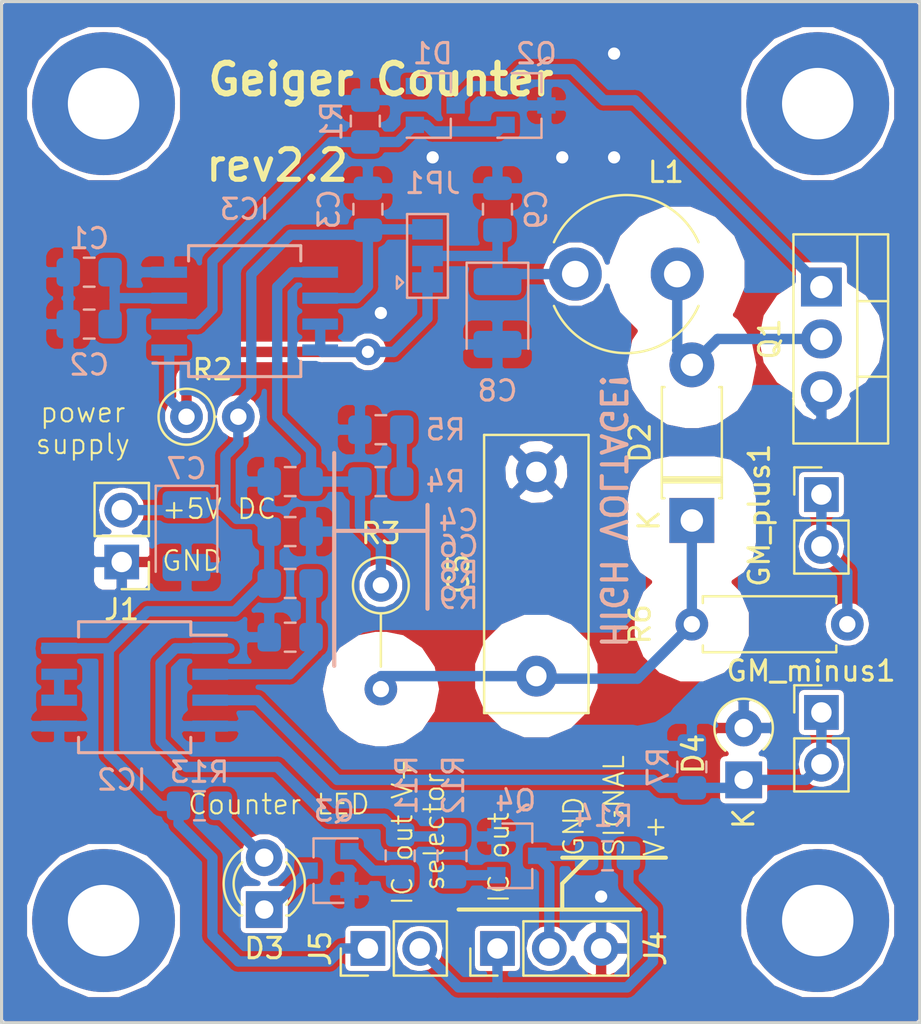
<source format=kicad_pcb>
(kicad_pcb (version 20171130) (host pcbnew "(5.0.2)-1")

  (general
    (thickness 1.6)
    (drawings 26)
    (tracks 170)
    (zones 0)
    (modules 43)
    (nets 23)
  )

  (page A4)
  (layers
    (0 Top signal hide)
    (31 Bottom signal)
    (32 B.Adhes user hide)
    (33 F.Adhes user)
    (34 B.Paste user hide)
    (35 F.Paste user)
    (36 B.SilkS user hide)
    (37 F.SilkS user)
    (38 B.Mask user hide)
    (39 F.Mask user)
    (40 Dwgs.User user hide)
    (41 Cmts.User user)
    (42 Eco1.User user)
    (43 Eco2.User user)
    (44 Edge.Cuts user)
    (45 Margin user)
    (46 B.CrtYd user hide)
    (47 F.CrtYd user)
    (48 B.Fab user hide)
    (49 F.Fab user hide)
  )

  (setup
    (last_trace_width 0.508)
    (trace_clearance 0.25)
    (zone_clearance 0)
    (zone_45_only no)
    (trace_min 0.2)
    (segment_width 0.2)
    (edge_width 0.15)
    (via_size 1.3)
    (via_drill 0.6)
    (via_min_size 0.4)
    (via_min_drill 0.3)
    (uvia_size 0.3)
    (uvia_drill 0.1)
    (uvias_allowed no)
    (uvia_min_size 0.2)
    (uvia_min_drill 0.1)
    (pcb_text_width 0.3)
    (pcb_text_size 1.5 1.5)
    (mod_edge_width 0.15)
    (mod_text_size 1 1)
    (mod_text_width 0.15)
    (pad_size 1.524 1.524)
    (pad_drill 0.762)
    (pad_to_mask_clearance 0.2)
    (solder_mask_min_width 0.25)
    (aux_axis_origin 0 0)
    (visible_elements 7FFFFFFF)
    (pcbplotparams
      (layerselection 0x010f0_ffffffff)
      (usegerberextensions false)
      (usegerberattributes true)
      (usegerberadvancedattributes false)
      (creategerberjobfile false)
      (excludeedgelayer false)
      (linewidth 0.100000)
      (plotframeref false)
      (viasonmask false)
      (mode 1)
      (useauxorigin false)
      (hpglpennumber 1)
      (hpglpenspeed 20)
      (hpglpendiameter 15.000000)
      (psnegative false)
      (psa4output false)
      (plotreference true)
      (plotvalue true)
      (plotinvisibletext false)
      (padsonsilk false)
      (subtractmaskfromsilk false)
      (outputformat 1)
      (mirror false)
      (drillshape 0)
      (scaleselection 1)
      (outputdirectory "plots/"))
  )

  (net 0 "")
  (net 1 "Net-(Q4-Pad1)")
  (net 2 "Net-(Q3-Pad1)")
  (net 3 "Net-(C3-Pad1)")
  (net 4 "Net-(IC2-Pad1)")
  (net 5 "Net-(C5-Pad1)")
  (net 6 "Net-(C4-Pad1)")
  (net 7 "Net-(R4-Pad1)")
  (net 8 "Net-(D1-Pad1)")
  (net 9 "Net-(IC2-Pad6)")
  (net 10 "Net-(IC2-Pad2)")
  (net 11 "Net-(IC3-Pad1)")
  (net 12 "Net-(C1-Pad1)")
  (net 13 GND)
  (net 14 "Net-(D3-Pad2)")
  (net 15 "Net-(D3-Pad1)")
  (net 16 "Net-(D1-Pad2)")
  (net 17 "Net-(D2-Pad2)")
  (net 18 "Net-(J4-Pad1)")
  (net 19 "Net-(J4-Pad2)")
  (net 20 "Net-(D4-Pad1)")
  (net 21 "Net-(C8-Pad1)")
  (net 22 "Net-(GM_plus1-Pad1)")

  (net_class Default "This is the default net class."
    (clearance 0.25)
    (trace_width 0.508)
    (via_dia 1.3)
    (via_drill 0.6)
    (uvia_dia 0.3)
    (uvia_drill 0.1)
    (add_net GND)
    (add_net "Net-(C1-Pad1)")
    (add_net "Net-(C3-Pad1)")
    (add_net "Net-(C4-Pad1)")
    (add_net "Net-(C8-Pad1)")
    (add_net "Net-(D1-Pad1)")
    (add_net "Net-(D1-Pad2)")
    (add_net "Net-(D3-Pad1)")
    (add_net "Net-(D3-Pad2)")
    (add_net "Net-(D4-Pad1)")
    (add_net "Net-(GM_plus1-Pad1)")
    (add_net "Net-(IC2-Pad1)")
    (add_net "Net-(IC2-Pad2)")
    (add_net "Net-(IC2-Pad6)")
    (add_net "Net-(IC3-Pad1)")
    (add_net "Net-(J4-Pad1)")
    (add_net "Net-(J4-Pad2)")
    (add_net "Net-(Q3-Pad1)")
    (add_net "Net-(Q4-Pad1)")
    (add_net "Net-(R4-Pad1)")
  )

  (net_class "high voltage" ""
    (clearance 2)
    (trace_width 0.508)
    (via_dia 1.3)
    (via_drill 0.6)
    (uvia_dia 0.3)
    (uvia_drill 0.1)
    (add_net "Net-(C5-Pad1)")
    (add_net "Net-(D2-Pad2)")
  )

  (module Mounting_Holes:MountingHole_3.5mm_Pad locked (layer Top) (tedit 5BA247A8) (tstamp 5C4A3E71)
    (at 135 85)
    (descr "Mounting Hole 3.5mm")
    (tags "mounting hole 3.5mm")
    (attr virtual)
    (fp_text reference REF** (at 0 -4.5) (layer F.SilkS) hide
      (effects (font (size 1 1) (thickness 0.15)))
    )
    (fp_text value MountingHole_3.5mm_Pad (at 0 4.5) (layer F.Fab)
      (effects (font (size 1 1) (thickness 0.15)))
    )
    (fp_text user %R (at 0.3 0) (layer F.Fab)
      (effects (font (size 1 1) (thickness 0.15)))
    )
    (fp_circle (center 0 0) (end 3.5 0) (layer Cmts.User) (width 0.15))
    (fp_circle (center 0 0) (end 3.75 0) (layer F.CrtYd) (width 0.05))
    (pad 1 thru_hole circle (at 0 0) (size 7 7) (drill 3.5) (layers *.Cu *.Mask))
  )

  (module Mounting_Holes:MountingHole_3.5mm_Pad locked (layer Top) (tedit 5BA247A8) (tstamp 5C4A3E71)
    (at 135 125)
    (descr "Mounting Hole 3.5mm")
    (tags "mounting hole 3.5mm")
    (attr virtual)
    (fp_text reference REF** (at 0 -4.5) (layer F.SilkS) hide
      (effects (font (size 1 1) (thickness 0.15)))
    )
    (fp_text value MountingHole_3.5mm_Pad (at 0 4.5) (layer F.Fab)
      (effects (font (size 1 1) (thickness 0.15)))
    )
    (fp_text user %R (at 0.3 0) (layer F.Fab)
      (effects (font (size 1 1) (thickness 0.15)))
    )
    (fp_circle (center 0 0) (end 3.5 0) (layer Cmts.User) (width 0.15))
    (fp_circle (center 0 0) (end 3.75 0) (layer F.CrtYd) (width 0.05))
    (pad 1 thru_hole circle (at 0 0) (size 7 7) (drill 3.5) (layers *.Cu *.Mask))
  )

  (module Mounting_Holes:MountingHole_3.5mm_Pad locked (layer Top) (tedit 5BA247A8) (tstamp 5C48B0DD)
    (at 170 85)
    (descr "Mounting Hole 3.5mm")
    (tags "mounting hole 3.5mm")
    (attr virtual)
    (fp_text reference REF** (at 0 -4.5) (layer F.SilkS) hide
      (effects (font (size 1 1) (thickness 0.15)))
    )
    (fp_text value MountingHole_3.5mm_Pad (at 0 4.5) (layer F.Fab)
      (effects (font (size 1 1) (thickness 0.15)))
    )
    (fp_text user %R (at 0.3 0) (layer F.Fab)
      (effects (font (size 1 1) (thickness 0.15)))
    )
    (fp_circle (center 0 0) (end 3.5 0) (layer Cmts.User) (width 0.15))
    (fp_circle (center 0 0) (end 3.75 0) (layer F.CrtYd) (width 0.05))
    (pad 1 thru_hole circle (at 0 0) (size 7 7) (drill 3.5) (layers *.Cu *.Mask))
  )

  (module Housings_SOIC:SO-8_5.3x6.2mm_Pitch1.27mm (layer Bottom) (tedit 59920130) (tstamp 5BA25995)
    (at 141.9161 95.1586)
    (descr "8-Lead Plastic Small Outline, 5.3x6.2mm Body (http://www.ti.com.cn/cn/lit/ds/symlink/tl7705a.pdf)")
    (tags "SOIC 1.27")
    (path /B686635D)
    (attr smd)
    (fp_text reference IC3 (at 0 -4.9886) (layer B.SilkS)
      (effects (font (size 1 1) (thickness 0.15)) (justify mirror))
    )
    (fp_text value MC34063AD (at 0 -4.13) (layer B.Fab)
      (effects (font (size 1 1) (thickness 0.15)) (justify mirror))
    )
    (fp_text user %R (at 0 0) (layer B.Fab)
      (effects (font (size 1 1) (thickness 0.15)) (justify mirror))
    )
    (fp_line (start -1.65 3.1) (end 2.65 3.1) (layer B.Fab) (width 0.15))
    (fp_line (start 2.65 3.1) (end 2.65 -3.1) (layer B.Fab) (width 0.15))
    (fp_line (start 2.65 -3.1) (end -2.65 -3.1) (layer B.Fab) (width 0.15))
    (fp_line (start -2.65 -3.1) (end -2.65 2.1) (layer B.Fab) (width 0.15))
    (fp_line (start -2.65 2.1) (end -1.65 3.1) (layer B.Fab) (width 0.15))
    (fp_line (start -4.83 3.35) (end -4.83 -3.35) (layer B.CrtYd) (width 0.05))
    (fp_line (start 4.83 3.35) (end 4.83 -3.35) (layer B.CrtYd) (width 0.05))
    (fp_line (start -4.83 3.35) (end 4.83 3.35) (layer B.CrtYd) (width 0.05))
    (fp_line (start -4.83 -3.35) (end 4.83 -3.35) (layer B.CrtYd) (width 0.05))
    (fp_line (start -2.75 3.205) (end -2.75 2.55) (layer B.SilkS) (width 0.15))
    (fp_line (start 2.75 3.205) (end 2.75 2.455) (layer B.SilkS) (width 0.15))
    (fp_line (start 2.75 -3.205) (end 2.75 -2.455) (layer B.SilkS) (width 0.15))
    (fp_line (start -2.75 -3.205) (end -2.75 -2.455) (layer B.SilkS) (width 0.15))
    (fp_line (start -2.75 3.205) (end 2.75 3.205) (layer B.SilkS) (width 0.15))
    (fp_line (start -2.75 -3.205) (end 2.75 -3.205) (layer B.SilkS) (width 0.15))
    (fp_line (start -2.75 2.55) (end -4.5 2.55) (layer B.SilkS) (width 0.15))
    (pad 1 smd rect (at -3.7 1.905) (size 1.75 0.55) (layers Bottom B.Paste B.Mask)
      (net 11 "Net-(IC3-Pad1)"))
    (pad 2 smd rect (at -3.7 0.635) (size 1.75 0.55) (layers Bottom B.Paste B.Mask)
      (net 16 "Net-(D1-Pad2)"))
    (pad 3 smd rect (at -3.7 -0.635) (size 1.75 0.55) (layers Bottom B.Paste B.Mask)
      (net 12 "Net-(C1-Pad1)"))
    (pad 4 smd rect (at -3.7 -1.905) (size 1.75 0.55) (layers Bottom B.Paste B.Mask)
      (net 13 GND))
    (pad 5 smd rect (at 3.7 -1.905) (size 1.75 0.55) (layers Bottom B.Paste B.Mask)
      (net 6 "Net-(C4-Pad1)"))
    (pad 6 smd rect (at 3.7 -0.635) (size 1.75 0.55) (layers Bottom B.Paste B.Mask)
      (net 3 "Net-(C3-Pad1)"))
    (pad 7 smd rect (at 3.7 0.635) (size 1.75 0.55) (layers Bottom B.Paste B.Mask)
      (net 11 "Net-(IC3-Pad1)"))
    (pad 8 smd rect (at 3.7 1.905) (size 1.75 0.55) (layers Bottom B.Paste B.Mask)
      (net 11 "Net-(IC3-Pad1)"))
    (model ${KISYS3DMOD}/Housings_SOIC.3dshapes/SO-8_5.3x6.2mm_Pitch1.27mm.wrl
      (at (xyz 0 0 0))
      (scale (xyz 1 1 1))
      (rotate (xyz 0 0 0))
    )
  )

  (module Mounting_Holes:MountingHole_3.5mm_Pad locked (layer Top) (tedit 5BA247A8) (tstamp 5BA272D2)
    (at 170 125)
    (descr "Mounting Hole 3.5mm")
    (tags "mounting hole 3.5mm")
    (attr virtual)
    (fp_text reference REF** (at 0 -4.5) (layer F.SilkS) hide
      (effects (font (size 1 1) (thickness 0.15)))
    )
    (fp_text value MountingHole_3.5mm_Pad (at 0 4.5) (layer F.Fab)
      (effects (font (size 1 1) (thickness 0.15)))
    )
    (fp_circle (center 0 0) (end 3.75 0) (layer F.CrtYd) (width 0.05))
    (fp_circle (center 0 0) (end 3.5 0) (layer Cmts.User) (width 0.15))
    (fp_text user %R (at 0.3 0) (layer F.Fab)
      (effects (font (size 1 1) (thickness 0.15)))
    )
    (pad 1 thru_hole circle (at 0 0) (size 7 7) (drill 3.5) (layers *.Cu *.Mask))
  )

  (module Diodes_SMD:D_SOT-23_ANK (layer Bottom) (tedit 587CCEF9) (tstamp 5C49F74E)
    (at 151.257 85.09)
    (descr "SOT-23, Single Diode")
    (tags SOT-23)
    (path /5BAB1342)
    (attr smd)
    (fp_text reference D1 (at -0.127 -2.54) (layer B.SilkS)
      (effects (font (size 1 1) (thickness 0.15)) (justify mirror))
    )
    (fp_text value D_Schottky (at 0 -2.5) (layer B.Fab)
      (effects (font (size 1 1) (thickness 0.15)) (justify mirror))
    )
    (fp_line (start 0.76 -1.58) (end -0.7 -1.58) (layer B.SilkS) (width 0.12))
    (fp_line (start -0.7 1.52) (end -0.7 -1.52) (layer B.Fab) (width 0.1))
    (fp_line (start -0.7 1.52) (end 0.7 1.52) (layer B.Fab) (width 0.1))
    (fp_line (start 0.76 1.58) (end -1.4 1.58) (layer B.SilkS) (width 0.12))
    (fp_line (start -1.7 -1.75) (end -1.7 1.75) (layer B.CrtYd) (width 0.05))
    (fp_line (start 1.7 -1.75) (end -1.7 -1.75) (layer B.CrtYd) (width 0.05))
    (fp_line (start 1.7 1.75) (end 1.7 -1.75) (layer B.CrtYd) (width 0.05))
    (fp_line (start -1.7 1.75) (end 1.7 1.75) (layer B.CrtYd) (width 0.05))
    (fp_line (start -0.7 -1.52) (end 0.7 -1.52) (layer B.Fab) (width 0.1))
    (fp_line (start 0.7 1.52) (end 0.7 -1.52) (layer B.Fab) (width 0.1))
    (fp_line (start 0.76 1.58) (end 0.76 0.65) (layer B.SilkS) (width 0.12))
    (fp_line (start 0.76 -1.58) (end 0.76 -0.65) (layer B.SilkS) (width 0.12))
    (fp_line (start 0.15 0.65) (end 0.15 0.25) (layer B.Fab) (width 0.1))
    (fp_line (start 0.15 0.45) (end 0.4 0.45) (layer B.Fab) (width 0.1))
    (fp_line (start 0.15 0.45) (end -0.15 0.65) (layer B.Fab) (width 0.1))
    (fp_line (start -0.15 0.65) (end -0.15 0.25) (layer B.Fab) (width 0.1))
    (fp_line (start -0.15 0.25) (end 0.15 0.45) (layer B.Fab) (width 0.1))
    (fp_line (start -0.15 0.45) (end -0.4 0.45) (layer B.Fab) (width 0.1))
    (fp_text user %R (at 0 2.5) (layer B.Fab)
      (effects (font (size 1 1) (thickness 0.15)) (justify mirror))
    )
    (pad 1 smd rect (at 1 0) (size 0.9 0.8) (layers Bottom B.Paste B.Mask)
      (net 8 "Net-(D1-Pad1)"))
    (pad "" smd rect (at -1 -0.95) (size 0.9 0.8) (layers Bottom B.Paste B.Mask))
    (pad 2 smd rect (at -1 0.95) (size 0.9 0.8) (layers Bottom B.Paste B.Mask)
      (net 16 "Net-(D1-Pad2)"))
    (model ${KISYS3DMOD}/Diodes_SMD.3dshapes/D_SOT-23.wrl
      (at (xyz 0 0 0))
      (scale (xyz 1 1 1))
      (rotate (xyz 0 0 0))
    )
  )

  (module TO_SOT_Packages_SMD:SOT-23 (layer Bottom) (tedit 58CE4E7E) (tstamp 5BA26158)
    (at 146.05 122.555 180)
    (descr "SOT-23, Standard")
    (tags SOT-23)
    (path /5C69C713)
    (attr smd)
    (fp_text reference Q3 (at -0.254 2.921 180) (layer B.SilkS)
      (effects (font (size 1 1) (thickness 0.15)) (justify mirror))
    )
    (fp_text value BC848 (at 0 -2.5 180) (layer B.Fab)
      (effects (font (size 1 1) (thickness 0.15)) (justify mirror))
    )
    (fp_line (start 0.76 -1.58) (end -0.7 -1.58) (layer B.SilkS) (width 0.12))
    (fp_line (start 0.76 1.58) (end -1.4 1.58) (layer B.SilkS) (width 0.12))
    (fp_line (start -1.7 -1.75) (end -1.7 1.75) (layer B.CrtYd) (width 0.05))
    (fp_line (start 1.7 -1.75) (end -1.7 -1.75) (layer B.CrtYd) (width 0.05))
    (fp_line (start 1.7 1.75) (end 1.7 -1.75) (layer B.CrtYd) (width 0.05))
    (fp_line (start -1.7 1.75) (end 1.7 1.75) (layer B.CrtYd) (width 0.05))
    (fp_line (start 0.76 1.58) (end 0.76 0.65) (layer B.SilkS) (width 0.12))
    (fp_line (start 0.76 -1.58) (end 0.76 -0.65) (layer B.SilkS) (width 0.12))
    (fp_line (start -0.7 -1.52) (end 0.7 -1.52) (layer B.Fab) (width 0.1))
    (fp_line (start 0.7 1.52) (end 0.7 -1.52) (layer B.Fab) (width 0.1))
    (fp_line (start -0.7 0.95) (end -0.15 1.52) (layer B.Fab) (width 0.1))
    (fp_line (start -0.15 1.52) (end 0.7 1.52) (layer B.Fab) (width 0.1))
    (fp_line (start -0.7 0.95) (end -0.7 -1.5) (layer B.Fab) (width 0.1))
    (fp_text user %R (at 0 0 90) (layer B.Fab)
      (effects (font (size 0.5 0.5) (thickness 0.075)) (justify mirror))
    )
    (pad 3 smd rect (at 1 0 180) (size 0.9 0.8) (layers Bottom B.Paste B.Mask)
      (net 15 "Net-(D3-Pad1)"))
    (pad 2 smd rect (at -1 -0.95 180) (size 0.9 0.8) (layers Bottom B.Paste B.Mask)
      (net 13 GND))
    (pad 1 smd rect (at -1 0.95 180) (size 0.9 0.8) (layers Bottom B.Paste B.Mask)
      (net 2 "Net-(Q3-Pad1)"))
    (model ${KISYS3DMOD}/TO_SOT_Packages_SMD.3dshapes/SOT-23.wrl
      (at (xyz 0 0 0))
      (scale (xyz 1 1 1))
      (rotate (xyz 0 0 0))
    )
  )

  (module TO_SOT_Packages_SMD:SOT-23 (layer Bottom) (tedit 58CE4E7E) (tstamp 5BA25FD2)
    (at 155.2511 121.8286)
    (descr "SOT-23, Standard")
    (tags SOT-23)
    (path /5C69C79B)
    (attr smd)
    (fp_text reference Q4 (at -0.0571 -2.7026) (layer B.SilkS)
      (effects (font (size 1 1) (thickness 0.15)) (justify mirror))
    )
    (fp_text value BC848 (at 0 -2.5) (layer B.Fab)
      (effects (font (size 1 1) (thickness 0.15)) (justify mirror))
    )
    (fp_line (start 0.76 -1.58) (end -0.7 -1.58) (layer B.SilkS) (width 0.12))
    (fp_line (start 0.76 1.58) (end -1.4 1.58) (layer B.SilkS) (width 0.12))
    (fp_line (start -1.7 -1.75) (end -1.7 1.75) (layer B.CrtYd) (width 0.05))
    (fp_line (start 1.7 -1.75) (end -1.7 -1.75) (layer B.CrtYd) (width 0.05))
    (fp_line (start 1.7 1.75) (end 1.7 -1.75) (layer B.CrtYd) (width 0.05))
    (fp_line (start -1.7 1.75) (end 1.7 1.75) (layer B.CrtYd) (width 0.05))
    (fp_line (start 0.76 1.58) (end 0.76 0.65) (layer B.SilkS) (width 0.12))
    (fp_line (start 0.76 -1.58) (end 0.76 -0.65) (layer B.SilkS) (width 0.12))
    (fp_line (start -0.7 -1.52) (end 0.7 -1.52) (layer B.Fab) (width 0.1))
    (fp_line (start 0.7 1.52) (end 0.7 -1.52) (layer B.Fab) (width 0.1))
    (fp_line (start -0.7 0.95) (end -0.15 1.52) (layer B.Fab) (width 0.1))
    (fp_line (start -0.15 1.52) (end 0.7 1.52) (layer B.Fab) (width 0.1))
    (fp_line (start -0.7 0.95) (end -0.7 -1.5) (layer B.Fab) (width 0.1))
    (fp_text user %R (at 0 0 -90) (layer B.Fab)
      (effects (font (size 0.5 0.5) (thickness 0.075)) (justify mirror))
    )
    (pad 3 smd rect (at 1 0) (size 0.9 0.8) (layers Bottom B.Paste B.Mask)
      (net 19 "Net-(J4-Pad2)"))
    (pad 2 smd rect (at -1 -0.95) (size 0.9 0.8) (layers Bottom B.Paste B.Mask)
      (net 13 GND))
    (pad 1 smd rect (at -1 0.95) (size 0.9 0.8) (layers Bottom B.Paste B.Mask)
      (net 1 "Net-(Q4-Pad1)"))
    (model ${KISYS3DMOD}/TO_SOT_Packages_SMD.3dshapes/SOT-23.wrl
      (at (xyz 0 0 0))
      (scale (xyz 1 1 1))
      (rotate (xyz 0 0 0))
    )
  )

  (module TO_SOT_Packages_SMD:SOT-23 (layer Bottom) (tedit 58CE4E7E) (tstamp 5C49F794)
    (at 155.702 85.09)
    (descr "SOT-23, Standard")
    (tags SOT-23)
    (path /5C69C5C6)
    (attr smd)
    (fp_text reference Q2 (at 0.508 -2.54) (layer B.SilkS)
      (effects (font (size 1 1) (thickness 0.15)) (justify mirror))
    )
    (fp_text value BC859 (at 0 -2.5) (layer B.Fab)
      (effects (font (size 1 1) (thickness 0.15)) (justify mirror))
    )
    (fp_line (start 0.76 -1.58) (end -0.7 -1.58) (layer B.SilkS) (width 0.12))
    (fp_line (start 0.76 1.58) (end -1.4 1.58) (layer B.SilkS) (width 0.12))
    (fp_line (start -1.7 -1.75) (end -1.7 1.75) (layer B.CrtYd) (width 0.05))
    (fp_line (start 1.7 -1.75) (end -1.7 -1.75) (layer B.CrtYd) (width 0.05))
    (fp_line (start 1.7 1.75) (end 1.7 -1.75) (layer B.CrtYd) (width 0.05))
    (fp_line (start -1.7 1.75) (end 1.7 1.75) (layer B.CrtYd) (width 0.05))
    (fp_line (start 0.76 1.58) (end 0.76 0.65) (layer B.SilkS) (width 0.12))
    (fp_line (start 0.76 -1.58) (end 0.76 -0.65) (layer B.SilkS) (width 0.12))
    (fp_line (start -0.7 -1.52) (end 0.7 -1.52) (layer B.Fab) (width 0.1))
    (fp_line (start 0.7 1.52) (end 0.7 -1.52) (layer B.Fab) (width 0.1))
    (fp_line (start -0.7 0.95) (end -0.15 1.52) (layer B.Fab) (width 0.1))
    (fp_line (start -0.15 1.52) (end 0.7 1.52) (layer B.Fab) (width 0.1))
    (fp_line (start -0.7 0.95) (end -0.7 -1.5) (layer B.Fab) (width 0.1))
    (fp_text user %R (at 0 0 -90) (layer B.Fab)
      (effects (font (size 0.5 0.5) (thickness 0.075)) (justify mirror))
    )
    (pad 3 smd rect (at 1 0) (size 0.9 0.8) (layers Bottom B.Paste B.Mask)
      (net 13 GND))
    (pad 2 smd rect (at -1 -0.95) (size 0.9 0.8) (layers Bottom B.Paste B.Mask)
      (net 8 "Net-(D1-Pad1)"))
    (pad 1 smd rect (at -1 0.95) (size 0.9 0.8) (layers Bottom B.Paste B.Mask)
      (net 16 "Net-(D1-Pad2)"))
    (model ${KISYS3DMOD}/TO_SOT_Packages_SMD.3dshapes/SOT-23.wrl
      (at (xyz 0 0 0))
      (scale (xyz 1 1 1))
      (rotate (xyz 0 0 0))
    )
  )

  (module Housings_SOIC:SO-8_5.3x6.2mm_Pitch1.27mm (layer Bottom) (tedit 59920130) (tstamp 5BA2610C)
    (at 136.525 113.5736 180)
    (descr "8-Lead Plastic Small Outline, 5.3x6.2mm Body (http://www.ti.com.cn/cn/lit/ds/symlink/tl7705a.pdf)")
    (tags "SOIC 1.27")
    (path /9DB42DDE)
    (attr smd)
    (fp_text reference IC2 (at 0.635 -4.5364 180) (layer B.SilkS)
      (effects (font (size 1 1) (thickness 0.15)) (justify mirror))
    )
    (fp_text value LM358D (at 0 -4.13 180) (layer B.Fab)
      (effects (font (size 1 1) (thickness 0.15)) (justify mirror))
    )
    (fp_line (start -2.75 2.55) (end -4.5 2.55) (layer B.SilkS) (width 0.15))
    (fp_line (start -2.75 -3.205) (end 2.75 -3.205) (layer B.SilkS) (width 0.15))
    (fp_line (start -2.75 3.205) (end 2.75 3.205) (layer B.SilkS) (width 0.15))
    (fp_line (start -2.75 -3.205) (end -2.75 -2.455) (layer B.SilkS) (width 0.15))
    (fp_line (start 2.75 -3.205) (end 2.75 -2.455) (layer B.SilkS) (width 0.15))
    (fp_line (start 2.75 3.205) (end 2.75 2.455) (layer B.SilkS) (width 0.15))
    (fp_line (start -2.75 3.205) (end -2.75 2.55) (layer B.SilkS) (width 0.15))
    (fp_line (start -4.83 -3.35) (end 4.83 -3.35) (layer B.CrtYd) (width 0.05))
    (fp_line (start -4.83 3.35) (end 4.83 3.35) (layer B.CrtYd) (width 0.05))
    (fp_line (start 4.83 3.35) (end 4.83 -3.35) (layer B.CrtYd) (width 0.05))
    (fp_line (start -4.83 3.35) (end -4.83 -3.35) (layer B.CrtYd) (width 0.05))
    (fp_line (start -2.65 2.1) (end -1.65 3.1) (layer B.Fab) (width 0.15))
    (fp_line (start -2.65 -3.1) (end -2.65 2.1) (layer B.Fab) (width 0.15))
    (fp_line (start 2.65 -3.1) (end -2.65 -3.1) (layer B.Fab) (width 0.15))
    (fp_line (start 2.65 3.1) (end 2.65 -3.1) (layer B.Fab) (width 0.15))
    (fp_line (start -1.65 3.1) (end 2.65 3.1) (layer B.Fab) (width 0.15))
    (fp_text user %R (at 0 0 180) (layer B.Fab)
      (effects (font (size 1 1) (thickness 0.15)) (justify mirror))
    )
    (pad 8 smd rect (at 3.7 1.905 180) (size 1.75 0.55) (layers Bottom B.Paste B.Mask)
      (net 3 "Net-(C3-Pad1)"))
    (pad 7 smd rect (at 3.7 0.635 180) (size 1.75 0.55) (layers Bottom B.Paste B.Mask)
      (net 9 "Net-(IC2-Pad6)"))
    (pad 6 smd rect (at 3.7 -0.635 180) (size 1.75 0.55) (layers Bottom B.Paste B.Mask)
      (net 9 "Net-(IC2-Pad6)"))
    (pad 5 smd rect (at 3.7 -1.905 180) (size 1.75 0.55) (layers Bottom B.Paste B.Mask)
      (net 13 GND))
    (pad 4 smd rect (at -3.7 -1.905 180) (size 1.75 0.55) (layers Bottom B.Paste B.Mask)
      (net 13 GND))
    (pad 3 smd rect (at -3.7 -0.635 180) (size 1.75 0.55) (layers Bottom B.Paste B.Mask)
      (net 20 "Net-(D4-Pad1)"))
    (pad 2 smd rect (at -3.7 0.635 180) (size 1.75 0.55) (layers Bottom B.Paste B.Mask)
      (net 10 "Net-(IC2-Pad2)"))
    (pad 1 smd rect (at -3.7 1.905 180) (size 1.75 0.55) (layers Bottom B.Paste B.Mask)
      (net 4 "Net-(IC2-Pad1)"))
    (model ${KISYS3DMOD}/Housings_SOIC.3dshapes/SO-8_5.3x6.2mm_Pitch1.27mm.wrl
      (at (xyz 0 0 0))
      (scale (xyz 1 1 1))
      (rotate (xyz 0 0 0))
    )
  )

  (module Capacitor_SMD:C_0805_2012Metric_Pad1.15x1.40mm_HandSolder (layer Bottom) (tedit 5B36C52B) (tstamp 5C48E645)
    (at 134.2961 93.2536 180)
    (descr "Capacitor SMD 0805 (2012 Metric), square (rectangular) end terminal, IPC_7351 nominal with elongated pad for handsoldering. (Body size source: https://docs.google.com/spreadsheets/d/1BsfQQcO9C6DZCsRaXUlFlo91Tg2WpOkGARC1WS5S8t0/edit?usp=sharing), generated with kicad-footprint-generator")
    (tags "capacitor handsolder")
    (path /C7B2BDD9)
    (attr smd)
    (fp_text reference C1 (at 0 1.65 180) (layer B.SilkS)
      (effects (font (size 1 1) (thickness 0.15)) (justify mirror))
    )
    (fp_text value "not mounted" (at 0 -1.65 180) (layer B.Fab)
      (effects (font (size 1 1) (thickness 0.15)) (justify mirror))
    )
    (fp_line (start -1 -0.6) (end -1 0.6) (layer B.Fab) (width 0.1))
    (fp_line (start -1 0.6) (end 1 0.6) (layer B.Fab) (width 0.1))
    (fp_line (start 1 0.6) (end 1 -0.6) (layer B.Fab) (width 0.1))
    (fp_line (start 1 -0.6) (end -1 -0.6) (layer B.Fab) (width 0.1))
    (fp_line (start -0.261252 0.71) (end 0.261252 0.71) (layer B.SilkS) (width 0.12))
    (fp_line (start -0.261252 -0.71) (end 0.261252 -0.71) (layer B.SilkS) (width 0.12))
    (fp_line (start -1.85 -0.95) (end -1.85 0.95) (layer B.CrtYd) (width 0.05))
    (fp_line (start -1.85 0.95) (end 1.85 0.95) (layer B.CrtYd) (width 0.05))
    (fp_line (start 1.85 0.95) (end 1.85 -0.95) (layer B.CrtYd) (width 0.05))
    (fp_line (start 1.85 -0.95) (end -1.85 -0.95) (layer B.CrtYd) (width 0.05))
    (fp_text user %R (at 0 0 180) (layer B.Fab)
      (effects (font (size 0.5 0.5) (thickness 0.08)) (justify mirror))
    )
    (pad 1 smd roundrect (at -1.025 0 180) (size 1.15 1.4) (layers Bottom B.Paste B.Mask) (roundrect_rratio 0.217391)
      (net 12 "Net-(C1-Pad1)"))
    (pad 2 smd roundrect (at 1.025 0 180) (size 1.15 1.4) (layers Bottom B.Paste B.Mask) (roundrect_rratio 0.217391)
      (net 13 GND))
    (model ${KISYS3DMOD}/Capacitor_SMD.3dshapes/C_0805_2012Metric.wrl
      (at (xyz 0 0 0))
      (scale (xyz 1 1 1))
      (rotate (xyz 0 0 0))
    )
  )

  (module Capacitor_SMD:C_0805_2012Metric_Pad1.15x1.40mm_HandSolder (layer Bottom) (tedit 5B36C52B) (tstamp 5C484DB3)
    (at 144.145 105.9536)
    (descr "Capacitor SMD 0805 (2012 Metric), square (rectangular) end terminal, IPC_7351 nominal with elongated pad for handsoldering. (Body size source: https://docs.google.com/spreadsheets/d/1BsfQQcO9C6DZCsRaXUlFlo91Tg2WpOkGARC1WS5S8t0/edit?usp=sharing), generated with kicad-footprint-generator")
    (tags "capacitor handsolder")
    (path /E24BCDB6)
    (attr smd)
    (fp_text reference C6 (at 8.255 0.7264) (layer B.SilkS)
      (effects (font (size 1 1) (thickness 0.15)) (justify mirror))
    )
    (fp_text value 100n (at 0 -1.65) (layer B.Fab)
      (effects (font (size 1 1) (thickness 0.15)) (justify mirror))
    )
    (fp_text user %R (at 0 0) (layer B.Fab)
      (effects (font (size 0.5 0.5) (thickness 0.08)) (justify mirror))
    )
    (fp_line (start 1.85 -0.95) (end -1.85 -0.95) (layer B.CrtYd) (width 0.05))
    (fp_line (start 1.85 0.95) (end 1.85 -0.95) (layer B.CrtYd) (width 0.05))
    (fp_line (start -1.85 0.95) (end 1.85 0.95) (layer B.CrtYd) (width 0.05))
    (fp_line (start -1.85 -0.95) (end -1.85 0.95) (layer B.CrtYd) (width 0.05))
    (fp_line (start -0.261252 -0.71) (end 0.261252 -0.71) (layer B.SilkS) (width 0.12))
    (fp_line (start -0.261252 0.71) (end 0.261252 0.71) (layer B.SilkS) (width 0.12))
    (fp_line (start 1 -0.6) (end -1 -0.6) (layer B.Fab) (width 0.1))
    (fp_line (start 1 0.6) (end 1 -0.6) (layer B.Fab) (width 0.1))
    (fp_line (start -1 0.6) (end 1 0.6) (layer B.Fab) (width 0.1))
    (fp_line (start -1 -0.6) (end -1 0.6) (layer B.Fab) (width 0.1))
    (pad 2 smd roundrect (at 1.025 0) (size 1.15 1.4) (layers Bottom B.Paste B.Mask) (roundrect_rratio 0.217391)
      (net 13 GND))
    (pad 1 smd roundrect (at -1.025 0) (size 1.15 1.4) (layers Bottom B.Paste B.Mask) (roundrect_rratio 0.217391)
      (net 3 "Net-(C3-Pad1)"))
    (model ${KISYS3DMOD}/Capacitor_SMD.3dshapes/C_0805_2012Metric.wrl
      (at (xyz 0 0 0))
      (scale (xyz 1 1 1))
      (rotate (xyz 0 0 0))
    )
  )

  (module Capacitor_SMD:C_0805_2012Metric_Pad1.15x1.40mm_HandSolder (layer Bottom) (tedit 5B36C52B) (tstamp 5C48E675)
    (at 134.2961 95.7936 180)
    (descr "Capacitor SMD 0805 (2012 Metric), square (rectangular) end terminal, IPC_7351 nominal with elongated pad for handsoldering. (Body size source: https://docs.google.com/spreadsheets/d/1BsfQQcO9C6DZCsRaXUlFlo91Tg2WpOkGARC1WS5S8t0/edit?usp=sharing), generated with kicad-footprint-generator")
    (tags "capacitor handsolder")
    (path /A3360F69)
    (attr smd)
    (fp_text reference C2 (at 0 -1.9964 180) (layer B.SilkS)
      (effects (font (size 1 1) (thickness 0.15)) (justify mirror))
    )
    (fp_text value 3n2 (at 0 -1.65 180) (layer B.Fab)
      (effects (font (size 1 1) (thickness 0.15)) (justify mirror))
    )
    (fp_text user %R (at 0 0 180) (layer B.Fab)
      (effects (font (size 0.5 0.5) (thickness 0.08)) (justify mirror))
    )
    (fp_line (start 1.85 -0.95) (end -1.85 -0.95) (layer B.CrtYd) (width 0.05))
    (fp_line (start 1.85 0.95) (end 1.85 -0.95) (layer B.CrtYd) (width 0.05))
    (fp_line (start -1.85 0.95) (end 1.85 0.95) (layer B.CrtYd) (width 0.05))
    (fp_line (start -1.85 -0.95) (end -1.85 0.95) (layer B.CrtYd) (width 0.05))
    (fp_line (start -0.261252 -0.71) (end 0.261252 -0.71) (layer B.SilkS) (width 0.12))
    (fp_line (start -0.261252 0.71) (end 0.261252 0.71) (layer B.SilkS) (width 0.12))
    (fp_line (start 1 -0.6) (end -1 -0.6) (layer B.Fab) (width 0.1))
    (fp_line (start 1 0.6) (end 1 -0.6) (layer B.Fab) (width 0.1))
    (fp_line (start -1 0.6) (end 1 0.6) (layer B.Fab) (width 0.1))
    (fp_line (start -1 -0.6) (end -1 0.6) (layer B.Fab) (width 0.1))
    (pad 2 smd roundrect (at 1.025 0 180) (size 1.15 1.4) (layers Bottom B.Paste B.Mask) (roundrect_rratio 0.217391)
      (net 13 GND))
    (pad 1 smd roundrect (at -1.025 0 180) (size 1.15 1.4) (layers Bottom B.Paste B.Mask) (roundrect_rratio 0.217391)
      (net 12 "Net-(C1-Pad1)"))
    (model ${KISYS3DMOD}/Capacitor_SMD.3dshapes/C_0805_2012Metric.wrl
      (at (xyz 0 0 0))
      (scale (xyz 1 1 1))
      (rotate (xyz 0 0 0))
    )
  )

  (module Capacitor_SMD:C_0805_2012Metric_Pad1.15x1.40mm_HandSolder (layer Bottom) (tedit 5B36C52B) (tstamp 5C49BDEE)
    (at 147.955 90.17 90)
    (descr "Capacitor SMD 0805 (2012 Metric), square (rectangular) end terminal, IPC_7351 nominal with elongated pad for handsoldering. (Body size source: https://docs.google.com/spreadsheets/d/1BsfQQcO9C6DZCsRaXUlFlo91Tg2WpOkGARC1WS5S8t0/edit?usp=sharing), generated with kicad-footprint-generator")
    (tags "capacitor handsolder")
    (path /EE7D9419)
    (attr smd)
    (fp_text reference C3 (at 0 -1.905 90) (layer B.SilkS)
      (effects (font (size 1 1) (thickness 0.15)) (justify mirror))
    )
    (fp_text value 100n (at 0 -1.65 90) (layer B.Fab)
      (effects (font (size 1 1) (thickness 0.15)) (justify mirror))
    )
    (fp_line (start -1 -0.6) (end -1 0.6) (layer B.Fab) (width 0.1))
    (fp_line (start -1 0.6) (end 1 0.6) (layer B.Fab) (width 0.1))
    (fp_line (start 1 0.6) (end 1 -0.6) (layer B.Fab) (width 0.1))
    (fp_line (start 1 -0.6) (end -1 -0.6) (layer B.Fab) (width 0.1))
    (fp_line (start -0.261252 0.71) (end 0.261252 0.71) (layer B.SilkS) (width 0.12))
    (fp_line (start -0.261252 -0.71) (end 0.261252 -0.71) (layer B.SilkS) (width 0.12))
    (fp_line (start -1.85 -0.95) (end -1.85 0.95) (layer B.CrtYd) (width 0.05))
    (fp_line (start -1.85 0.95) (end 1.85 0.95) (layer B.CrtYd) (width 0.05))
    (fp_line (start 1.85 0.95) (end 1.85 -0.95) (layer B.CrtYd) (width 0.05))
    (fp_line (start 1.85 -0.95) (end -1.85 -0.95) (layer B.CrtYd) (width 0.05))
    (fp_text user %R (at 0 0 90) (layer B.Fab)
      (effects (font (size 0.5 0.5) (thickness 0.08)) (justify mirror))
    )
    (pad 1 smd roundrect (at -1.025 0 90) (size 1.15 1.4) (layers Bottom B.Paste B.Mask) (roundrect_rratio 0.217391)
      (net 3 "Net-(C3-Pad1)"))
    (pad 2 smd roundrect (at 1.025 0 90) (size 1.15 1.4) (layers Bottom B.Paste B.Mask) (roundrect_rratio 0.217391)
      (net 13 GND))
    (model ${KISYS3DMOD}/Capacitor_SMD.3dshapes/C_0805_2012Metric.wrl
      (at (xyz 0 0 0))
      (scale (xyz 1 1 1))
      (rotate (xyz 0 0 0))
    )
  )

  (module Capacitor_SMD:C_0805_2012Metric_Pad1.15x1.40mm_HandSolder (layer Bottom) (tedit 5B36C52B) (tstamp 5C484F99)
    (at 144.145 103.505 180)
    (descr "Capacitor SMD 0805 (2012 Metric), square (rectangular) end terminal, IPC_7351 nominal with elongated pad for handsoldering. (Body size source: https://docs.google.com/spreadsheets/d/1BsfQQcO9C6DZCsRaXUlFlo91Tg2WpOkGARC1WS5S8t0/edit?usp=sharing), generated with kicad-footprint-generator")
    (tags "capacitor handsolder")
    (path /74CA79F6)
    (attr smd)
    (fp_text reference C4 (at -8.255 -1.905 180) (layer B.SilkS)
      (effects (font (size 1 1) (thickness 0.15)) (justify mirror))
    )
    (fp_text value 10n (at 0 -1.65 180) (layer B.Fab)
      (effects (font (size 1 1) (thickness 0.15)) (justify mirror))
    )
    (fp_line (start -1 -0.6) (end -1 0.6) (layer B.Fab) (width 0.1))
    (fp_line (start -1 0.6) (end 1 0.6) (layer B.Fab) (width 0.1))
    (fp_line (start 1 0.6) (end 1 -0.6) (layer B.Fab) (width 0.1))
    (fp_line (start 1 -0.6) (end -1 -0.6) (layer B.Fab) (width 0.1))
    (fp_line (start -0.261252 0.71) (end 0.261252 0.71) (layer B.SilkS) (width 0.12))
    (fp_line (start -0.261252 -0.71) (end 0.261252 -0.71) (layer B.SilkS) (width 0.12))
    (fp_line (start -1.85 -0.95) (end -1.85 0.95) (layer B.CrtYd) (width 0.05))
    (fp_line (start -1.85 0.95) (end 1.85 0.95) (layer B.CrtYd) (width 0.05))
    (fp_line (start 1.85 0.95) (end 1.85 -0.95) (layer B.CrtYd) (width 0.05))
    (fp_line (start 1.85 -0.95) (end -1.85 -0.95) (layer B.CrtYd) (width 0.05))
    (fp_text user %R (at 0 0 180) (layer B.Fab)
      (effects (font (size 0.5 0.5) (thickness 0.08)) (justify mirror))
    )
    (pad 1 smd roundrect (at -1.025 0 180) (size 1.15 1.4) (layers Bottom B.Paste B.Mask) (roundrect_rratio 0.217391)
      (net 6 "Net-(C4-Pad1)"))
    (pad 2 smd roundrect (at 1.025 0 180) (size 1.15 1.4) (layers Bottom B.Paste B.Mask) (roundrect_rratio 0.217391)
      (net 13 GND))
    (model ${KISYS3DMOD}/Capacitor_SMD.3dshapes/C_0805_2012Metric.wrl
      (at (xyz 0 0 0))
      (scale (xyz 1 1 1))
      (rotate (xyz 0 0 0))
    )
  )

  (module Resistor_SMD:R_0805_2012Metric_Pad1.15x1.40mm_HandSolder (layer Bottom) (tedit 5B36C52B) (tstamp 5C484FA9)
    (at 147.828 85.852 270)
    (descr "Resistor SMD 0805 (2012 Metric), square (rectangular) end terminal, IPC_7351 nominal with elongated pad for handsoldering. (Body size source: https://docs.google.com/spreadsheets/d/1BsfQQcO9C6DZCsRaXUlFlo91Tg2WpOkGARC1WS5S8t0/edit?usp=sharing), generated with kicad-footprint-generator")
    (tags "resistor handsolder")
    (path /5FC72806)
    (attr smd)
    (fp_text reference R1 (at 0 1.65 270) (layer B.SilkS)
      (effects (font (size 1 1) (thickness 0.15)) (justify mirror))
    )
    (fp_text value 10k (at 0 -1.65 270) (layer B.Fab)
      (effects (font (size 1 1) (thickness 0.15)) (justify mirror))
    )
    (fp_line (start -1 -0.6) (end -1 0.6) (layer B.Fab) (width 0.1))
    (fp_line (start -1 0.6) (end 1 0.6) (layer B.Fab) (width 0.1))
    (fp_line (start 1 0.6) (end 1 -0.6) (layer B.Fab) (width 0.1))
    (fp_line (start 1 -0.6) (end -1 -0.6) (layer B.Fab) (width 0.1))
    (fp_line (start -0.261252 0.71) (end 0.261252 0.71) (layer B.SilkS) (width 0.12))
    (fp_line (start -0.261252 -0.71) (end 0.261252 -0.71) (layer B.SilkS) (width 0.12))
    (fp_line (start -1.85 -0.95) (end -1.85 0.95) (layer B.CrtYd) (width 0.05))
    (fp_line (start -1.85 0.95) (end 1.85 0.95) (layer B.CrtYd) (width 0.05))
    (fp_line (start 1.85 0.95) (end 1.85 -0.95) (layer B.CrtYd) (width 0.05))
    (fp_line (start 1.85 -0.95) (end -1.85 -0.95) (layer B.CrtYd) (width 0.05))
    (fp_text user %R (at 0 0 270) (layer B.Fab)
      (effects (font (size 0.5 0.5) (thickness 0.08)) (justify mirror))
    )
    (pad 1 smd roundrect (at -1.025 0 270) (size 1.15 1.4) (layers Bottom B.Paste B.Mask) (roundrect_rratio 0.217391)
      (net 13 GND))
    (pad 2 smd roundrect (at 1.025 0 270) (size 1.15 1.4) (layers Bottom B.Paste B.Mask) (roundrect_rratio 0.217391)
      (net 16 "Net-(D1-Pad2)"))
    (model ${KISYS3DMOD}/Resistor_SMD.3dshapes/R_0805_2012Metric.wrl
      (at (xyz 0 0 0))
      (scale (xyz 1 1 1))
      (rotate (xyz 0 0 0))
    )
  )

  (module Resistor_SMD:R_0805_2012Metric_Pad1.15x1.40mm_HandSolder (layer Bottom) (tedit 5B36C52B) (tstamp 5C484FB9)
    (at 148.59 103.505 180)
    (descr "Resistor SMD 0805 (2012 Metric), square (rectangular) end terminal, IPC_7351 nominal with elongated pad for handsoldering. (Body size source: https://docs.google.com/spreadsheets/d/1BsfQQcO9C6DZCsRaXUlFlo91Tg2WpOkGARC1WS5S8t0/edit?usp=sharing), generated with kicad-footprint-generator")
    (tags "resistor handsolder")
    (path /BC21C6CA)
    (attr smd)
    (fp_text reference R4 (at -3.175 0 180) (layer B.SilkS)
      (effects (font (size 1 1) (thickness 0.15)) (justify mirror))
    )
    (fp_text value 1k (at 0 -1.65 180) (layer B.Fab)
      (effects (font (size 1 1) (thickness 0.15)) (justify mirror))
    )
    (fp_line (start -1 -0.6) (end -1 0.6) (layer B.Fab) (width 0.1))
    (fp_line (start -1 0.6) (end 1 0.6) (layer B.Fab) (width 0.1))
    (fp_line (start 1 0.6) (end 1 -0.6) (layer B.Fab) (width 0.1))
    (fp_line (start 1 -0.6) (end -1 -0.6) (layer B.Fab) (width 0.1))
    (fp_line (start -0.261252 0.71) (end 0.261252 0.71) (layer B.SilkS) (width 0.12))
    (fp_line (start -0.261252 -0.71) (end 0.261252 -0.71) (layer B.SilkS) (width 0.12))
    (fp_line (start -1.85 -0.95) (end -1.85 0.95) (layer B.CrtYd) (width 0.05))
    (fp_line (start -1.85 0.95) (end 1.85 0.95) (layer B.CrtYd) (width 0.05))
    (fp_line (start 1.85 0.95) (end 1.85 -0.95) (layer B.CrtYd) (width 0.05))
    (fp_line (start 1.85 -0.95) (end -1.85 -0.95) (layer B.CrtYd) (width 0.05))
    (fp_text user %R (at 0 0 180) (layer B.Fab)
      (effects (font (size 0.5 0.5) (thickness 0.08)) (justify mirror))
    )
    (pad 1 smd roundrect (at -1.025 0 180) (size 1.15 1.4) (layers Bottom B.Paste B.Mask) (roundrect_rratio 0.217391)
      (net 7 "Net-(R4-Pad1)"))
    (pad 2 smd roundrect (at 1.025 0 180) (size 1.15 1.4) (layers Bottom B.Paste B.Mask) (roundrect_rratio 0.217391)
      (net 6 "Net-(C4-Pad1)"))
    (model ${KISYS3DMOD}/Resistor_SMD.3dshapes/R_0805_2012Metric.wrl
      (at (xyz 0 0 0))
      (scale (xyz 1 1 1))
      (rotate (xyz 0 0 0))
    )
  )

  (module Resistor_SMD:R_0805_2012Metric_Pad1.15x1.40mm_HandSolder (layer Bottom) (tedit 5B36C52B) (tstamp 5C484FC9)
    (at 148.59 100.965)
    (descr "Resistor SMD 0805 (2012 Metric), square (rectangular) end terminal, IPC_7351 nominal with elongated pad for handsoldering. (Body size source: https://docs.google.com/spreadsheets/d/1BsfQQcO9C6DZCsRaXUlFlo91Tg2WpOkGARC1WS5S8t0/edit?usp=sharing), generated with kicad-footprint-generator")
    (tags "resistor handsolder")
    (path /CC5A1407)
    (attr smd)
    (fp_text reference R5 (at 3.175 0) (layer B.SilkS)
      (effects (font (size 1 1) (thickness 0.15)) (justify mirror))
    )
    (fp_text value 30k (at 0 -1.65) (layer B.Fab)
      (effects (font (size 1 1) (thickness 0.15)) (justify mirror))
    )
    (fp_line (start -1 -0.6) (end -1 0.6) (layer B.Fab) (width 0.1))
    (fp_line (start -1 0.6) (end 1 0.6) (layer B.Fab) (width 0.1))
    (fp_line (start 1 0.6) (end 1 -0.6) (layer B.Fab) (width 0.1))
    (fp_line (start 1 -0.6) (end -1 -0.6) (layer B.Fab) (width 0.1))
    (fp_line (start -0.261252 0.71) (end 0.261252 0.71) (layer B.SilkS) (width 0.12))
    (fp_line (start -0.261252 -0.71) (end 0.261252 -0.71) (layer B.SilkS) (width 0.12))
    (fp_line (start -1.85 -0.95) (end -1.85 0.95) (layer B.CrtYd) (width 0.05))
    (fp_line (start -1.85 0.95) (end 1.85 0.95) (layer B.CrtYd) (width 0.05))
    (fp_line (start 1.85 0.95) (end 1.85 -0.95) (layer B.CrtYd) (width 0.05))
    (fp_line (start 1.85 -0.95) (end -1.85 -0.95) (layer B.CrtYd) (width 0.05))
    (fp_text user %R (at 0 0) (layer B.Fab)
      (effects (font (size 0.5 0.5) (thickness 0.08)) (justify mirror))
    )
    (pad 1 smd roundrect (at -1.025 0) (size 1.15 1.4) (layers Bottom B.Paste B.Mask) (roundrect_rratio 0.217391)
      (net 13 GND))
    (pad 2 smd roundrect (at 1.025 0) (size 1.15 1.4) (layers Bottom B.Paste B.Mask) (roundrect_rratio 0.217391)
      (net 7 "Net-(R4-Pad1)"))
    (model ${KISYS3DMOD}/Resistor_SMD.3dshapes/R_0805_2012Metric.wrl
      (at (xyz 0 0 0))
      (scale (xyz 1 1 1))
      (rotate (xyz 0 0 0))
    )
  )

  (module Resistor_SMD:R_0805_2012Metric_Pad1.15x1.40mm_HandSolder (layer Bottom) (tedit 5B36C52B) (tstamp 5C484FD9)
    (at 163.83 117.475 270)
    (descr "Resistor SMD 0805 (2012 Metric), square (rectangular) end terminal, IPC_7351 nominal with elongated pad for handsoldering. (Body size source: https://docs.google.com/spreadsheets/d/1BsfQQcO9C6DZCsRaXUlFlo91Tg2WpOkGARC1WS5S8t0/edit?usp=sharing), generated with kicad-footprint-generator")
    (tags "resistor handsolder")
    (path /EDDA057D)
    (attr smd)
    (fp_text reference R7 (at 0 1.65 270) (layer B.SilkS)
      (effects (font (size 1 1) (thickness 0.15)) (justify mirror))
    )
    (fp_text value 10k (at 0 -1.65 270) (layer B.Fab)
      (effects (font (size 1 1) (thickness 0.15)) (justify mirror))
    )
    (fp_line (start -1 -0.6) (end -1 0.6) (layer B.Fab) (width 0.1))
    (fp_line (start -1 0.6) (end 1 0.6) (layer B.Fab) (width 0.1))
    (fp_line (start 1 0.6) (end 1 -0.6) (layer B.Fab) (width 0.1))
    (fp_line (start 1 -0.6) (end -1 -0.6) (layer B.Fab) (width 0.1))
    (fp_line (start -0.261252 0.71) (end 0.261252 0.71) (layer B.SilkS) (width 0.12))
    (fp_line (start -0.261252 -0.71) (end 0.261252 -0.71) (layer B.SilkS) (width 0.12))
    (fp_line (start -1.85 -0.95) (end -1.85 0.95) (layer B.CrtYd) (width 0.05))
    (fp_line (start -1.85 0.95) (end 1.85 0.95) (layer B.CrtYd) (width 0.05))
    (fp_line (start 1.85 0.95) (end 1.85 -0.95) (layer B.CrtYd) (width 0.05))
    (fp_line (start 1.85 -0.95) (end -1.85 -0.95) (layer B.CrtYd) (width 0.05))
    (fp_text user %R (at 0 0 270) (layer B.Fab)
      (effects (font (size 0.5 0.5) (thickness 0.08)) (justify mirror))
    )
    (pad 1 smd roundrect (at -1.025 0 270) (size 1.15 1.4) (layers Bottom B.Paste B.Mask) (roundrect_rratio 0.217391)
      (net 13 GND))
    (pad 2 smd roundrect (at 1.025 0 270) (size 1.15 1.4) (layers Bottom B.Paste B.Mask) (roundrect_rratio 0.217391)
      (net 20 "Net-(D4-Pad1)"))
    (model ${KISYS3DMOD}/Resistor_SMD.3dshapes/R_0805_2012Metric.wrl
      (at (xyz 0 0 0))
      (scale (xyz 1 1 1))
      (rotate (xyz 0 0 0))
    )
  )

  (module Resistor_SMD:R_0805_2012Metric_Pad1.15x1.40mm_HandSolder (layer Bottom) (tedit 5B36C52B) (tstamp 5C484FE9)
    (at 144.145 108.4936 180)
    (descr "Resistor SMD 0805 (2012 Metric), square (rectangular) end terminal, IPC_7351 nominal with elongated pad for handsoldering. (Body size source: https://docs.google.com/spreadsheets/d/1BsfQQcO9C6DZCsRaXUlFlo91Tg2WpOkGARC1WS5S8t0/edit?usp=sharing), generated with kicad-footprint-generator")
    (tags "resistor handsolder")
    (path /3B37D644)
    (attr smd)
    (fp_text reference R8 (at -8.255 0.5436 180) (layer B.SilkS)
      (effects (font (size 1 1) (thickness 0.15)) (justify mirror))
    )
    (fp_text value 10k (at 0 -1.65 180) (layer B.Fab)
      (effects (font (size 1 1) (thickness 0.15)) (justify mirror))
    )
    (fp_text user %R (at 0 0 180) (layer B.Fab)
      (effects (font (size 0.5 0.5) (thickness 0.08)) (justify mirror))
    )
    (fp_line (start 1.85 -0.95) (end -1.85 -0.95) (layer B.CrtYd) (width 0.05))
    (fp_line (start 1.85 0.95) (end 1.85 -0.95) (layer B.CrtYd) (width 0.05))
    (fp_line (start -1.85 0.95) (end 1.85 0.95) (layer B.CrtYd) (width 0.05))
    (fp_line (start -1.85 -0.95) (end -1.85 0.95) (layer B.CrtYd) (width 0.05))
    (fp_line (start -0.261252 -0.71) (end 0.261252 -0.71) (layer B.SilkS) (width 0.12))
    (fp_line (start -0.261252 0.71) (end 0.261252 0.71) (layer B.SilkS) (width 0.12))
    (fp_line (start 1 -0.6) (end -1 -0.6) (layer B.Fab) (width 0.1))
    (fp_line (start 1 0.6) (end 1 -0.6) (layer B.Fab) (width 0.1))
    (fp_line (start -1 0.6) (end 1 0.6) (layer B.Fab) (width 0.1))
    (fp_line (start -1 -0.6) (end -1 0.6) (layer B.Fab) (width 0.1))
    (pad 2 smd roundrect (at 1.025 0 180) (size 1.15 1.4) (layers Bottom B.Paste B.Mask) (roundrect_rratio 0.217391)
      (net 3 "Net-(C3-Pad1)"))
    (pad 1 smd roundrect (at -1.025 0 180) (size 1.15 1.4) (layers Bottom B.Paste B.Mask) (roundrect_rratio 0.217391)
      (net 10 "Net-(IC2-Pad2)"))
    (model ${KISYS3DMOD}/Resistor_SMD.3dshapes/R_0805_2012Metric.wrl
      (at (xyz 0 0 0))
      (scale (xyz 1 1 1))
      (rotate (xyz 0 0 0))
    )
  )

  (module Resistor_SMD:R_0805_2012Metric_Pad1.15x1.40mm_HandSolder (layer Bottom) (tedit 5B36C52B) (tstamp 5C484FF9)
    (at 144.145 111.125)
    (descr "Resistor SMD 0805 (2012 Metric), square (rectangular) end terminal, IPC_7351 nominal with elongated pad for handsoldering. (Body size source: https://docs.google.com/spreadsheets/d/1BsfQQcO9C6DZCsRaXUlFlo91Tg2WpOkGARC1WS5S8t0/edit?usp=sharing), generated with kicad-footprint-generator")
    (tags "resistor handsolder")
    (path /FA58AD2D)
    (attr smd)
    (fp_text reference R9 (at 8.255 -1.905) (layer B.SilkS)
      (effects (font (size 1 1) (thickness 0.15)) (justify mirror))
    )
    (fp_text value 470R (at 0 -1.65) (layer B.Fab)
      (effects (font (size 1 1) (thickness 0.15)) (justify mirror))
    )
    (fp_text user %R (at 0 0) (layer B.Fab)
      (effects (font (size 0.5 0.5) (thickness 0.08)) (justify mirror))
    )
    (fp_line (start 1.85 -0.95) (end -1.85 -0.95) (layer B.CrtYd) (width 0.05))
    (fp_line (start 1.85 0.95) (end 1.85 -0.95) (layer B.CrtYd) (width 0.05))
    (fp_line (start -1.85 0.95) (end 1.85 0.95) (layer B.CrtYd) (width 0.05))
    (fp_line (start -1.85 -0.95) (end -1.85 0.95) (layer B.CrtYd) (width 0.05))
    (fp_line (start -0.261252 -0.71) (end 0.261252 -0.71) (layer B.SilkS) (width 0.12))
    (fp_line (start -0.261252 0.71) (end 0.261252 0.71) (layer B.SilkS) (width 0.12))
    (fp_line (start 1 -0.6) (end -1 -0.6) (layer B.Fab) (width 0.1))
    (fp_line (start 1 0.6) (end 1 -0.6) (layer B.Fab) (width 0.1))
    (fp_line (start -1 0.6) (end 1 0.6) (layer B.Fab) (width 0.1))
    (fp_line (start -1 -0.6) (end -1 0.6) (layer B.Fab) (width 0.1))
    (pad 2 smd roundrect (at 1.025 0) (size 1.15 1.4) (layers Bottom B.Paste B.Mask) (roundrect_rratio 0.217391)
      (net 10 "Net-(IC2-Pad2)"))
    (pad 1 smd roundrect (at -1.025 0) (size 1.15 1.4) (layers Bottom B.Paste B.Mask) (roundrect_rratio 0.217391)
      (net 13 GND))
    (model ${KISYS3DMOD}/Resistor_SMD.3dshapes/R_0805_2012Metric.wrl
      (at (xyz 0 0 0))
      (scale (xyz 1 1 1))
      (rotate (xyz 0 0 0))
    )
  )

  (module Resistor_SMD:R_0805_2012Metric_Pad1.15x1.40mm_HandSolder (layer Bottom) (tedit 5B36C52B) (tstamp 5C485009)
    (at 149.5361 121.8286 270)
    (descr "Resistor SMD 0805 (2012 Metric), square (rectangular) end terminal, IPC_7351 nominal with elongated pad for handsoldering. (Body size source: https://docs.google.com/spreadsheets/d/1BsfQQcO9C6DZCsRaXUlFlo91Tg2WpOkGARC1WS5S8t0/edit?usp=sharing), generated with kicad-footprint-generator")
    (tags "resistor handsolder")
    (path /B4AB49B7)
    (attr smd)
    (fp_text reference R11 (at -3.4646 -0.3239 270) (layer B.SilkS)
      (effects (font (size 1 1) (thickness 0.15)) (justify mirror))
    )
    (fp_text value 1k (at 0 -1.65 270) (layer B.Fab)
      (effects (font (size 1 1) (thickness 0.15)) (justify mirror))
    )
    (fp_text user %R (at 0 0 270) (layer B.Fab)
      (effects (font (size 0.5 0.5) (thickness 0.08)) (justify mirror))
    )
    (fp_line (start 1.85 -0.95) (end -1.85 -0.95) (layer B.CrtYd) (width 0.05))
    (fp_line (start 1.85 0.95) (end 1.85 -0.95) (layer B.CrtYd) (width 0.05))
    (fp_line (start -1.85 0.95) (end 1.85 0.95) (layer B.CrtYd) (width 0.05))
    (fp_line (start -1.85 -0.95) (end -1.85 0.95) (layer B.CrtYd) (width 0.05))
    (fp_line (start -0.261252 -0.71) (end 0.261252 -0.71) (layer B.SilkS) (width 0.12))
    (fp_line (start -0.261252 0.71) (end 0.261252 0.71) (layer B.SilkS) (width 0.12))
    (fp_line (start 1 -0.6) (end -1 -0.6) (layer B.Fab) (width 0.1))
    (fp_line (start 1 0.6) (end 1 -0.6) (layer B.Fab) (width 0.1))
    (fp_line (start -1 0.6) (end 1 0.6) (layer B.Fab) (width 0.1))
    (fp_line (start -1 -0.6) (end -1 0.6) (layer B.Fab) (width 0.1))
    (pad 2 smd roundrect (at 1.025 0 270) (size 1.15 1.4) (layers Bottom B.Paste B.Mask) (roundrect_rratio 0.217391)
      (net 2 "Net-(Q3-Pad1)"))
    (pad 1 smd roundrect (at -1.025 0 270) (size 1.15 1.4) (layers Bottom B.Paste B.Mask) (roundrect_rratio 0.217391)
      (net 4 "Net-(IC2-Pad1)"))
    (model ${KISYS3DMOD}/Resistor_SMD.3dshapes/R_0805_2012Metric.wrl
      (at (xyz 0 0 0))
      (scale (xyz 1 1 1))
      (rotate (xyz 0 0 0))
    )
  )

  (module Resistor_SMD:R_0805_2012Metric_Pad1.15x1.40mm_HandSolder (layer Bottom) (tedit 5B36C52B) (tstamp 5C485019)
    (at 152.0761 121.8286 270)
    (descr "Resistor SMD 0805 (2012 Metric), square (rectangular) end terminal, IPC_7351 nominal with elongated pad for handsoldering. (Body size source: https://docs.google.com/spreadsheets/d/1BsfQQcO9C6DZCsRaXUlFlo91Tg2WpOkGARC1WS5S8t0/edit?usp=sharing), generated with kicad-footprint-generator")
    (tags "resistor handsolder")
    (path /7BF552FC)
    (attr smd)
    (fp_text reference R12 (at -3.4646 -0.0699 270) (layer B.SilkS)
      (effects (font (size 1 1) (thickness 0.15)) (justify mirror))
    )
    (fp_text value 1k (at 0 -1.65 270) (layer B.Fab)
      (effects (font (size 1 1) (thickness 0.15)) (justify mirror))
    )
    (fp_text user %R (at 0 0 270) (layer B.Fab)
      (effects (font (size 0.5 0.5) (thickness 0.08)) (justify mirror))
    )
    (fp_line (start 1.85 -0.95) (end -1.85 -0.95) (layer B.CrtYd) (width 0.05))
    (fp_line (start 1.85 0.95) (end 1.85 -0.95) (layer B.CrtYd) (width 0.05))
    (fp_line (start -1.85 0.95) (end 1.85 0.95) (layer B.CrtYd) (width 0.05))
    (fp_line (start -1.85 -0.95) (end -1.85 0.95) (layer B.CrtYd) (width 0.05))
    (fp_line (start -0.261252 -0.71) (end 0.261252 -0.71) (layer B.SilkS) (width 0.12))
    (fp_line (start -0.261252 0.71) (end 0.261252 0.71) (layer B.SilkS) (width 0.12))
    (fp_line (start 1 -0.6) (end -1 -0.6) (layer B.Fab) (width 0.1))
    (fp_line (start 1 0.6) (end 1 -0.6) (layer B.Fab) (width 0.1))
    (fp_line (start -1 0.6) (end 1 0.6) (layer B.Fab) (width 0.1))
    (fp_line (start -1 -0.6) (end -1 0.6) (layer B.Fab) (width 0.1))
    (pad 2 smd roundrect (at 1.025 0 270) (size 1.15 1.4) (layers Bottom B.Paste B.Mask) (roundrect_rratio 0.217391)
      (net 1 "Net-(Q4-Pad1)"))
    (pad 1 smd roundrect (at -1.025 0 270) (size 1.15 1.4) (layers Bottom B.Paste B.Mask) (roundrect_rratio 0.217391)
      (net 4 "Net-(IC2-Pad1)"))
    (model ${KISYS3DMOD}/Resistor_SMD.3dshapes/R_0805_2012Metric.wrl
      (at (xyz 0 0 0))
      (scale (xyz 1 1 1))
      (rotate (xyz 0 0 0))
    )
  )

  (module Resistor_SMD:R_0805_2012Metric_Pad1.15x1.40mm_HandSolder (layer Bottom) (tedit 5B36C52B) (tstamp 5C485029)
    (at 139.7 119.38 180)
    (descr "Resistor SMD 0805 (2012 Metric), square (rectangular) end terminal, IPC_7351 nominal with elongated pad for handsoldering. (Body size source: https://docs.google.com/spreadsheets/d/1BsfQQcO9C6DZCsRaXUlFlo91Tg2WpOkGARC1WS5S8t0/edit?usp=sharing), generated with kicad-footprint-generator")
    (tags "resistor handsolder")
    (path /0DC92F2E)
    (attr smd)
    (fp_text reference R13 (at 0 1.65 180) (layer B.SilkS)
      (effects (font (size 1 1) (thickness 0.15)) (justify mirror))
    )
    (fp_text value 470R (at 0 -1.65 180) (layer B.Fab)
      (effects (font (size 1 1) (thickness 0.15)) (justify mirror))
    )
    (fp_text user %R (at 0 0 180) (layer B.Fab)
      (effects (font (size 0.5 0.5) (thickness 0.08)) (justify mirror))
    )
    (fp_line (start 1.85 -0.95) (end -1.85 -0.95) (layer B.CrtYd) (width 0.05))
    (fp_line (start 1.85 0.95) (end 1.85 -0.95) (layer B.CrtYd) (width 0.05))
    (fp_line (start -1.85 0.95) (end 1.85 0.95) (layer B.CrtYd) (width 0.05))
    (fp_line (start -1.85 -0.95) (end -1.85 0.95) (layer B.CrtYd) (width 0.05))
    (fp_line (start -0.261252 -0.71) (end 0.261252 -0.71) (layer B.SilkS) (width 0.12))
    (fp_line (start -0.261252 0.71) (end 0.261252 0.71) (layer B.SilkS) (width 0.12))
    (fp_line (start 1 -0.6) (end -1 -0.6) (layer B.Fab) (width 0.1))
    (fp_line (start 1 0.6) (end 1 -0.6) (layer B.Fab) (width 0.1))
    (fp_line (start -1 0.6) (end 1 0.6) (layer B.Fab) (width 0.1))
    (fp_line (start -1 -0.6) (end -1 0.6) (layer B.Fab) (width 0.1))
    (pad 2 smd roundrect (at 1.025 0 180) (size 1.15 1.4) (layers Bottom B.Paste B.Mask) (roundrect_rratio 0.217391)
      (net 3 "Net-(C3-Pad1)"))
    (pad 1 smd roundrect (at -1.025 0 180) (size 1.15 1.4) (layers Bottom B.Paste B.Mask) (roundrect_rratio 0.217391)
      (net 14 "Net-(D3-Pad2)"))
    (model ${KISYS3DMOD}/Resistor_SMD.3dshapes/R_0805_2012Metric.wrl
      (at (xyz 0 0 0))
      (scale (xyz 1 1 1))
      (rotate (xyz 0 0 0))
    )
  )

  (module Resistor_SMD:R_0805_2012Metric_Pad1.15x1.40mm_HandSolder (layer Bottom) (tedit 5B36C52B) (tstamp 5C485039)
    (at 159.6961 121.8286)
    (descr "Resistor SMD 0805 (2012 Metric), square (rectangular) end terminal, IPC_7351 nominal with elongated pad for handsoldering. (Body size source: https://docs.google.com/spreadsheets/d/1BsfQQcO9C6DZCsRaXUlFlo91Tg2WpOkGARC1WS5S8t0/edit?usp=sharing), generated with kicad-footprint-generator")
    (tags "resistor handsolder")
    (path /52B5C5D8)
    (attr smd)
    (fp_text reference R14 (at -0.1841 -1.9406) (layer B.SilkS)
      (effects (font (size 1 1) (thickness 0.15)) (justify mirror))
    )
    (fp_text value 1k (at 0 -1.65) (layer B.Fab)
      (effects (font (size 1 1) (thickness 0.15)) (justify mirror))
    )
    (fp_line (start -1 -0.6) (end -1 0.6) (layer B.Fab) (width 0.1))
    (fp_line (start -1 0.6) (end 1 0.6) (layer B.Fab) (width 0.1))
    (fp_line (start 1 0.6) (end 1 -0.6) (layer B.Fab) (width 0.1))
    (fp_line (start 1 -0.6) (end -1 -0.6) (layer B.Fab) (width 0.1))
    (fp_line (start -0.261252 0.71) (end 0.261252 0.71) (layer B.SilkS) (width 0.12))
    (fp_line (start -0.261252 -0.71) (end 0.261252 -0.71) (layer B.SilkS) (width 0.12))
    (fp_line (start -1.85 -0.95) (end -1.85 0.95) (layer B.CrtYd) (width 0.05))
    (fp_line (start -1.85 0.95) (end 1.85 0.95) (layer B.CrtYd) (width 0.05))
    (fp_line (start 1.85 0.95) (end 1.85 -0.95) (layer B.CrtYd) (width 0.05))
    (fp_line (start 1.85 -0.95) (end -1.85 -0.95) (layer B.CrtYd) (width 0.05))
    (fp_text user %R (at 0 0) (layer B.Fab)
      (effects (font (size 0.5 0.5) (thickness 0.08)) (justify mirror))
    )
    (pad 1 smd roundrect (at -1.025 0) (size 1.15 1.4) (layers Bottom B.Paste B.Mask) (roundrect_rratio 0.217391)
      (net 19 "Net-(J4-Pad2)"))
    (pad 2 smd roundrect (at 1.025 0) (size 1.15 1.4) (layers Bottom B.Paste B.Mask) (roundrect_rratio 0.217391)
      (net 18 "Net-(J4-Pad1)"))
    (model ${KISYS3DMOD}/Resistor_SMD.3dshapes/R_0805_2012Metric.wrl
      (at (xyz 0 0 0))
      (scale (xyz 1 1 1))
      (rotate (xyz 0 0 0))
    )
  )

  (module LED_THT:LED_D3.0mm (layer Top) (tedit 587A3A7B) (tstamp 5C4855EE)
    (at 142.875 124.46 90)
    (descr "LED, diameter 3.0mm, 2 pins")
    (tags "LED diameter 3.0mm 2 pins")
    (path /5BA8B91A)
    (fp_text reference D3 (at -1.905 0 180) (layer F.SilkS)
      (effects (font (size 1 1) (thickness 0.15)))
    )
    (fp_text value LED (at 1.27 2.96 90) (layer F.Fab)
      (effects (font (size 1 1) (thickness 0.15)))
    )
    (fp_arc (start 1.27 0) (end -0.23 -1.16619) (angle 284.3) (layer F.Fab) (width 0.1))
    (fp_arc (start 1.27 0) (end -0.29 -1.235516) (angle 108.8) (layer F.SilkS) (width 0.12))
    (fp_arc (start 1.27 0) (end -0.29 1.235516) (angle -108.8) (layer F.SilkS) (width 0.12))
    (fp_arc (start 1.27 0) (end 0.229039 -1.08) (angle 87.9) (layer F.SilkS) (width 0.12))
    (fp_arc (start 1.27 0) (end 0.229039 1.08) (angle -87.9) (layer F.SilkS) (width 0.12))
    (fp_circle (center 1.27 0) (end 2.77 0) (layer F.Fab) (width 0.1))
    (fp_line (start -0.23 -1.16619) (end -0.23 1.16619) (layer F.Fab) (width 0.1))
    (fp_line (start -0.29 -1.236) (end -0.29 -1.08) (layer F.SilkS) (width 0.12))
    (fp_line (start -0.29 1.08) (end -0.29 1.236) (layer F.SilkS) (width 0.12))
    (fp_line (start -1.15 -2.25) (end -1.15 2.25) (layer F.CrtYd) (width 0.05))
    (fp_line (start -1.15 2.25) (end 3.7 2.25) (layer F.CrtYd) (width 0.05))
    (fp_line (start 3.7 2.25) (end 3.7 -2.25) (layer F.CrtYd) (width 0.05))
    (fp_line (start 3.7 -2.25) (end -1.15 -2.25) (layer F.CrtYd) (width 0.05))
    (pad 1 thru_hole rect (at 0 0 90) (size 1.8 1.8) (drill 0.9) (layers *.Cu *.Mask)
      (net 15 "Net-(D3-Pad1)"))
    (pad 2 thru_hole circle (at 2.54 0 90) (size 1.8 1.8) (drill 0.9) (layers *.Cu *.Mask)
      (net 14 "Net-(D3-Pad2)"))
    (model ${KISYS3DMOD}/LED_THT.3dshapes/LED_D3.0mm.wrl
      (at (xyz 0 0 0))
      (scale (xyz 1 1 1))
      (rotate (xyz 0 0 0))
    )
  )

  (module Resistor_THT:R_Axial_DIN0207_L6.3mm_D2.5mm_P2.54mm_Vertical (layer Top) (tedit 5AE5139B) (tstamp 5C488DAA)
    (at 139.065 100.33)
    (descr "Resistor, Axial_DIN0207 series, Axial, Vertical, pin pitch=2.54mm, 0.25W = 1/4W, length*diameter=6.3*2.5mm^2, http://cdn-reichelt.de/documents/datenblatt/B400/1_4W%23YAG.pdf")
    (tags "Resistor Axial_DIN0207 series Axial Vertical pin pitch 2.54mm 0.25W = 1/4W length 6.3mm diameter 2.5mm")
    (path /CC30630F)
    (fp_text reference R2 (at 1.27 -2.31) (layer F.SilkS)
      (effects (font (size 1 1) (thickness 0.15)))
    )
    (fp_text value R22/0.5W (at 1.27 2.31) (layer F.Fab)
      (effects (font (size 1 1) (thickness 0.15)))
    )
    (fp_circle (center 0 0) (end 1.25 0) (layer F.Fab) (width 0.1))
    (fp_circle (center 0 0) (end 1.37 0) (layer F.SilkS) (width 0.12))
    (fp_line (start 0 0) (end 2.54 0) (layer F.Fab) (width 0.1))
    (fp_line (start 1.37 0) (end 1.44 0) (layer F.SilkS) (width 0.12))
    (fp_line (start -1.5 -1.5) (end -1.5 1.5) (layer F.CrtYd) (width 0.05))
    (fp_line (start -1.5 1.5) (end 3.59 1.5) (layer F.CrtYd) (width 0.05))
    (fp_line (start 3.59 1.5) (end 3.59 -1.5) (layer F.CrtYd) (width 0.05))
    (fp_line (start 3.59 -1.5) (end -1.5 -1.5) (layer F.CrtYd) (width 0.05))
    (fp_text user %R (at 1.27 -2.37) (layer F.Fab)
      (effects (font (size 1 1) (thickness 0.15)))
    )
    (pad 1 thru_hole circle (at 0 0) (size 1.6 1.6) (drill 0.8) (layers *.Cu *.Mask)
      (net 11 "Net-(IC3-Pad1)"))
    (pad 2 thru_hole oval (at 2.54 0) (size 1.6 1.6) (drill 0.8) (layers *.Cu *.Mask)
      (net 3 "Net-(C3-Pad1)"))
    (model ${KISYS3DMOD}/Resistor_THT.3dshapes/R_Axial_DIN0207_L6.3mm_D2.5mm_P2.54mm_Vertical.wrl
      (at (xyz 0 0 0))
      (scale (xyz 1 1 1))
      (rotate (xyz 0 0 0))
    )
  )

  (module Diode_THT:D_DO-41_SOD81_P7.62mm_Horizontal (layer Top) (tedit 5AE50CD5) (tstamp 5C488F7B)
    (at 163.83 105.41 90)
    (descr "Diode, DO-41_SOD81 series, Axial, Horizontal, pin pitch=7.62mm, , length*diameter=5.2*2.7mm^2, , http://www.diodes.com/_files/packages/DO-41%20(Plastic).pdf")
    (tags "Diode DO-41_SOD81 series Axial Horizontal pin pitch 7.62mm  length 5.2mm diameter 2.7mm")
    (path /5BAC8E71)
    (fp_text reference D2 (at 3.81 -2.54 270) (layer F.SilkS)
      (effects (font (size 1 1) (thickness 0.15)))
    )
    (fp_text value 1n4007 (at 3.81 2.41 90) (layer F.Fab)
      (effects (font (size 1 1) (thickness 0.15)))
    )
    (fp_line (start 1.21 -1.35) (end 1.21 1.35) (layer F.Fab) (width 0.1))
    (fp_line (start 1.21 1.35) (end 6.41 1.35) (layer F.Fab) (width 0.1))
    (fp_line (start 6.41 1.35) (end 6.41 -1.35) (layer F.Fab) (width 0.1))
    (fp_line (start 6.41 -1.35) (end 1.21 -1.35) (layer F.Fab) (width 0.1))
    (fp_line (start 0 0) (end 1.21 0) (layer F.Fab) (width 0.1))
    (fp_line (start 7.62 0) (end 6.41 0) (layer F.Fab) (width 0.1))
    (fp_line (start 1.99 -1.35) (end 1.99 1.35) (layer F.Fab) (width 0.1))
    (fp_line (start 2.09 -1.35) (end 2.09 1.35) (layer F.Fab) (width 0.1))
    (fp_line (start 1.89 -1.35) (end 1.89 1.35) (layer F.Fab) (width 0.1))
    (fp_line (start 1.09 -1.34) (end 1.09 -1.47) (layer F.SilkS) (width 0.12))
    (fp_line (start 1.09 -1.47) (end 6.53 -1.47) (layer F.SilkS) (width 0.12))
    (fp_line (start 6.53 -1.47) (end 6.53 -1.34) (layer F.SilkS) (width 0.12))
    (fp_line (start 1.09 1.34) (end 1.09 1.47) (layer F.SilkS) (width 0.12))
    (fp_line (start 1.09 1.47) (end 6.53 1.47) (layer F.SilkS) (width 0.12))
    (fp_line (start 6.53 1.47) (end 6.53 1.34) (layer F.SilkS) (width 0.12))
    (fp_line (start 1.99 -1.47) (end 1.99 1.47) (layer F.SilkS) (width 0.12))
    (fp_line (start 2.11 -1.47) (end 2.11 1.47) (layer F.SilkS) (width 0.12))
    (fp_line (start 1.87 -1.47) (end 1.87 1.47) (layer F.SilkS) (width 0.12))
    (fp_line (start -1.35 -1.6) (end -1.35 1.6) (layer F.CrtYd) (width 0.05))
    (fp_line (start -1.35 1.6) (end 8.97 1.6) (layer F.CrtYd) (width 0.05))
    (fp_line (start 8.97 1.6) (end 8.97 -1.6) (layer F.CrtYd) (width 0.05))
    (fp_line (start 8.97 -1.6) (end -1.35 -1.6) (layer F.CrtYd) (width 0.05))
    (fp_text user %R (at 4.2 0 90) (layer F.Fab)
      (effects (font (size 1 1) (thickness 0.15)))
    )
    (fp_text user K (at 0 -2.1 90) (layer F.Fab)
      (effects (font (size 1 1) (thickness 0.15)))
    )
    (fp_text user K (at 0 -2.1 90) (layer F.SilkS)
      (effects (font (size 1 1) (thickness 0.15)))
    )
    (pad 1 thru_hole rect (at 0 0 90) (size 2.2 2.2) (drill 1.1) (layers *.Cu *.Mask)
      (net 5 "Net-(C5-Pad1)"))
    (pad 2 thru_hole oval (at 7.62 0 90) (size 2.2 2.2) (drill 1.1) (layers *.Cu *.Mask)
      (net 17 "Net-(D2-Pad2)"))
    (model ${KISYS3DMOD}/Diode_THT.3dshapes/D_DO-41_SOD81_P7.62mm_Horizontal.wrl
      (at (xyz 0 0 0))
      (scale (xyz 1 1 1))
      (rotate (xyz 0 0 0))
    )
  )

  (module Resistor_THT:R_Axial_DIN0207_L6.3mm_D2.5mm_P5.08mm_Vertical (layer Top) (tedit 5AE5139B) (tstamp 5C488FAF)
    (at 148.59 108.585 270)
    (descr "Resistor, Axial_DIN0207 series, Axial, Vertical, pin pitch=5.08mm, 0.25W = 1/4W, length*diameter=6.3*2.5mm^2, http://cdn-reichelt.de/documents/datenblatt/B400/1_4W%23YAG.pdf")
    (tags "Resistor Axial_DIN0207 series Axial Vertical pin pitch 5.08mm 0.25W = 1/4W length 6.3mm diameter 2.5mm")
    (path /4E27DB08)
    (fp_text reference R3 (at -2.54 0) (layer F.SilkS)
      (effects (font (size 1 1) (thickness 0.15)))
    )
    (fp_text value 10M (at 2.54 2.31 270) (layer F.Fab)
      (effects (font (size 1 1) (thickness 0.15)))
    )
    (fp_circle (center 0 0) (end 1.25 0) (layer F.Fab) (width 0.1))
    (fp_circle (center 0 0) (end 1.37 0) (layer F.SilkS) (width 0.12))
    (fp_line (start 0 0) (end 5.08 0) (layer F.Fab) (width 0.1))
    (fp_line (start 1.37 0) (end 3.98 0) (layer F.SilkS) (width 0.12))
    (fp_line (start -1.5 -1.5) (end -1.5 1.5) (layer F.CrtYd) (width 0.05))
    (fp_line (start -1.5 1.5) (end 6.13 1.5) (layer F.CrtYd) (width 0.05))
    (fp_line (start 6.13 1.5) (end 6.13 -1.5) (layer F.CrtYd) (width 0.05))
    (fp_line (start 6.13 -1.5) (end -1.5 -1.5) (layer F.CrtYd) (width 0.05))
    (fp_text user %R (at 2.54 -2.37 270) (layer F.Fab)
      (effects (font (size 1 1) (thickness 0.15)))
    )
    (pad 1 thru_hole circle (at 0 0 270) (size 1.6 1.6) (drill 0.8) (layers *.Cu *.Mask)
      (net 6 "Net-(C4-Pad1)"))
    (pad 2 thru_hole oval (at 5.08 0 270) (size 1.6 1.6) (drill 0.8) (layers *.Cu *.Mask)
      (net 5 "Net-(C5-Pad1)"))
    (model ${KISYS3DMOD}/Resistor_THT.3dshapes/R_Axial_DIN0207_L6.3mm_D2.5mm_P5.08mm_Vertical.wrl
      (at (xyz 0 0 0))
      (scale (xyz 1 1 1))
      (rotate (xyz 0 0 0))
    )
  )

  (module Capacitor_Tantalum_SMD:CP_EIA-3528-21_Kemet-B (layer Bottom) (tedit 5B342532) (tstamp 5C48CE0B)
    (at 139.065 106.172 270)
    (descr "Tantalum Capacitor SMD Kemet-B (3528-21 Metric), IPC_7351 nominal, (Body size from: http://www.kemet.com/Lists/ProductCatalog/Attachments/253/KEM_TC101_STD.pdf), generated with kicad-footprint-generator")
    (tags "capacitor tantalum")
    (path /5BA7ECB0)
    (attr smd)
    (fp_text reference C7 (at -3.302 0) (layer B.SilkS)
      (effects (font (size 1 1) (thickness 0.15)) (justify mirror))
    )
    (fp_text value "10u 6V3" (at 0 -2.35 270) (layer B.Fab)
      (effects (font (size 1 1) (thickness 0.15)) (justify mirror))
    )
    (fp_text user %R (at 0 0 270) (layer B.Fab)
      (effects (font (size 0.88 0.88) (thickness 0.13)) (justify mirror))
    )
    (fp_line (start 2.45 -1.65) (end -2.45 -1.65) (layer B.CrtYd) (width 0.05))
    (fp_line (start 2.45 1.65) (end 2.45 -1.65) (layer B.CrtYd) (width 0.05))
    (fp_line (start -2.45 1.65) (end 2.45 1.65) (layer B.CrtYd) (width 0.05))
    (fp_line (start -2.45 -1.65) (end -2.45 1.65) (layer B.CrtYd) (width 0.05))
    (fp_line (start -2.46 -1.51) (end 1.75 -1.51) (layer B.SilkS) (width 0.12))
    (fp_line (start -2.46 1.51) (end -2.46 -1.51) (layer B.SilkS) (width 0.12))
    (fp_line (start 1.75 1.51) (end -2.46 1.51) (layer B.SilkS) (width 0.12))
    (fp_line (start 1.75 -1.4) (end 1.75 1.4) (layer B.Fab) (width 0.1))
    (fp_line (start -1.75 -1.4) (end 1.75 -1.4) (layer B.Fab) (width 0.1))
    (fp_line (start -1.75 0.7) (end -1.75 -1.4) (layer B.Fab) (width 0.1))
    (fp_line (start -1.05 1.4) (end -1.75 0.7) (layer B.Fab) (width 0.1))
    (fp_line (start 1.75 1.4) (end -1.05 1.4) (layer B.Fab) (width 0.1))
    (pad 2 smd roundrect (at 1.5375 0 270) (size 1.325 2.35) (layers Bottom B.Paste B.Mask) (roundrect_rratio 0.188679)
      (net 13 GND))
    (pad 1 smd roundrect (at -1.5375 0 270) (size 1.325 2.35) (layers Bottom B.Paste B.Mask) (roundrect_rratio 0.188679)
      (net 3 "Net-(C3-Pad1)"))
    (model ${KISYS3DMOD}/Capacitor_Tantalum_SMD.3dshapes/CP_EIA-3528-21_Kemet-B.wrl
      (at (xyz 0 0 0))
      (scale (xyz 1 1 1))
      (rotate (xyz 0 0 0))
    )
  )

  (module Capacitor_Tantalum_SMD:CP_EIA-3528-21_Kemet-B (layer Bottom) (tedit 5B342532) (tstamp 5C48CE41)
    (at 154.305 95.25 270)
    (descr "Tantalum Capacitor SMD Kemet-B (3528-21 Metric), IPC_7351 nominal, (Body size from: http://www.kemet.com/Lists/ProductCatalog/Attachments/253/KEM_TC101_STD.pdf), generated with kicad-footprint-generator")
    (tags "capacitor tantalum")
    (path /5C53070D)
    (attr smd)
    (fp_text reference C8 (at 3.81 0) (layer B.SilkS)
      (effects (font (size 1 1) (thickness 0.15)) (justify mirror))
    )
    (fp_text value 330u (at 0 -2.35 270) (layer B.Fab)
      (effects (font (size 1 1) (thickness 0.15)) (justify mirror))
    )
    (fp_line (start 1.75 1.4) (end -1.05 1.4) (layer B.Fab) (width 0.1))
    (fp_line (start -1.05 1.4) (end -1.75 0.7) (layer B.Fab) (width 0.1))
    (fp_line (start -1.75 0.7) (end -1.75 -1.4) (layer B.Fab) (width 0.1))
    (fp_line (start -1.75 -1.4) (end 1.75 -1.4) (layer B.Fab) (width 0.1))
    (fp_line (start 1.75 -1.4) (end 1.75 1.4) (layer B.Fab) (width 0.1))
    (fp_line (start 1.75 1.51) (end -2.46 1.51) (layer B.SilkS) (width 0.12))
    (fp_line (start -2.46 1.51) (end -2.46 -1.51) (layer B.SilkS) (width 0.12))
    (fp_line (start -2.46 -1.51) (end 1.75 -1.51) (layer B.SilkS) (width 0.12))
    (fp_line (start -2.45 -1.65) (end -2.45 1.65) (layer B.CrtYd) (width 0.05))
    (fp_line (start -2.45 1.65) (end 2.45 1.65) (layer B.CrtYd) (width 0.05))
    (fp_line (start 2.45 1.65) (end 2.45 -1.65) (layer B.CrtYd) (width 0.05))
    (fp_line (start 2.45 -1.65) (end -2.45 -1.65) (layer B.CrtYd) (width 0.05))
    (fp_text user %R (at 0 0 270) (layer B.Fab)
      (effects (font (size 0.88 0.88) (thickness 0.13)) (justify mirror))
    )
    (pad 1 smd roundrect (at -1.5375 0 270) (size 1.325 2.35) (layers Bottom B.Paste B.Mask) (roundrect_rratio 0.188679)
      (net 21 "Net-(C8-Pad1)"))
    (pad 2 smd roundrect (at 1.5375 0 270) (size 1.325 2.35) (layers Bottom B.Paste B.Mask) (roundrect_rratio 0.188679)
      (net 13 GND))
    (model ${KISYS3DMOD}/Capacitor_Tantalum_SMD.3dshapes/CP_EIA-3528-21_Kemet-B.wrl
      (at (xyz 0 0 0))
      (scale (xyz 1 1 1))
      (rotate (xyz 0 0 0))
    )
  )

  (module Inductor_THT:L_Radial_D7.5mm_P5.00mm_Fastron_07P (layer Top) (tedit 5AE59B06) (tstamp 5C491334)
    (at 158.115 93.345)
    (descr "Inductor, Radial series, Radial, pin pitch=5.00mm, , diameter=7.5mm, Fastron, 07P, http://www.fastrongroup.com/image-show/39/07P.pdf?type=Complete-DataSheet&productType=series")
    (tags "Inductor Radial series Radial pin pitch 5.00mm  diameter 7.5mm Fastron 07P")
    (path /89FD2F4D)
    (fp_text reference L1 (at 4.445 -4.9886) (layer F.SilkS)
      (effects (font (size 1 1) (thickness 0.15)))
    )
    (fp_text value 680m (at 2.5 4.81) (layer F.Fab)
      (effects (font (size 1 1) (thickness 0.15)))
    )
    (fp_arc (start 2.5 0) (end -1.041652 -1.56) (angle 132.455667) (layer F.SilkS) (width 0.12))
    (fp_arc (start 2.5 0) (end -1.041652 1.56) (angle -132.455667) (layer F.SilkS) (width 0.12))
    (fp_circle (center 2.5 0) (end 6.25 0) (layer F.Fab) (width 0.1))
    (fp_circle (center 2.5 0) (end 6.85 0) (layer F.CrtYd) (width 0.05))
    (fp_text user %R (at 2.5 0) (layer F.Fab)
      (effects (font (size 1 1) (thickness 0.15)))
    )
    (pad 1 thru_hole circle (at 0 0) (size 2.6 2.6) (drill 1.3) (layers *.Cu *.Mask)
      (net 21 "Net-(C8-Pad1)"))
    (pad 2 thru_hole circle (at 5 0) (size 2.6 2.6) (drill 1.3) (layers *.Cu *.Mask)
      (net 17 "Net-(D2-Pad2)"))
    (model ${KISYS3DMOD}/Inductor_THT.3dshapes/L_Radial_D7.5mm_P5.00mm_Fastron_07P.wrl
      (at (xyz 0 0 0))
      (scale (xyz 1 1 1))
      (rotate (xyz 0 0 0))
    )
  )

  (module Package_TO_SOT_THT:TO-220-3_Vertical (layer Top) (tedit 5AC8BA0D) (tstamp 5C48ABF4)
    (at 170.18 93.98 270)
    (descr "TO-220-3, Vertical, RM 2.54mm, see https://www.vishay.com/docs/66542/to-220-1.pdf")
    (tags "TO-220-3 Vertical RM 2.54mm")
    (path /5BAAAD0A)
    (fp_text reference Q1 (at 2.54 2.54 90) (layer F.SilkS)
      (effects (font (size 1 1) (thickness 0.15)))
    )
    (fp_text value IRF840 (at 2.54 3.92 270) (layer F.Fab)
      (effects (font (size 1 1) (thickness 0.15)))
    )
    (fp_line (start -2.46 -3.15) (end -2.46 1.25) (layer F.Fab) (width 0.1))
    (fp_line (start -2.46 1.25) (end 7.54 1.25) (layer F.Fab) (width 0.1))
    (fp_line (start 7.54 1.25) (end 7.54 -3.15) (layer F.Fab) (width 0.1))
    (fp_line (start 7.54 -3.15) (end -2.46 -3.15) (layer F.Fab) (width 0.1))
    (fp_line (start -2.46 -1.88) (end 7.54 -1.88) (layer F.Fab) (width 0.1))
    (fp_line (start 0.69 -3.15) (end 0.69 -1.88) (layer F.Fab) (width 0.1))
    (fp_line (start 4.39 -3.15) (end 4.39 -1.88) (layer F.Fab) (width 0.1))
    (fp_line (start -2.58 -3.27) (end 7.66 -3.27) (layer F.SilkS) (width 0.12))
    (fp_line (start -2.58 1.371) (end 7.66 1.371) (layer F.SilkS) (width 0.12))
    (fp_line (start -2.58 -3.27) (end -2.58 1.371) (layer F.SilkS) (width 0.12))
    (fp_line (start 7.66 -3.27) (end 7.66 1.371) (layer F.SilkS) (width 0.12))
    (fp_line (start -2.58 -1.76) (end 7.66 -1.76) (layer F.SilkS) (width 0.12))
    (fp_line (start 0.69 -3.27) (end 0.69 -1.76) (layer F.SilkS) (width 0.12))
    (fp_line (start 4.391 -3.27) (end 4.391 -1.76) (layer F.SilkS) (width 0.12))
    (fp_line (start -2.71 -3.4) (end -2.71 1.51) (layer F.CrtYd) (width 0.05))
    (fp_line (start -2.71 1.51) (end 7.79 1.51) (layer F.CrtYd) (width 0.05))
    (fp_line (start 7.79 1.51) (end 7.79 -3.4) (layer F.CrtYd) (width 0.05))
    (fp_line (start 7.79 -3.4) (end -2.71 -3.4) (layer F.CrtYd) (width 0.05))
    (fp_text user %R (at 2.54 -4.27 270) (layer F.Fab)
      (effects (font (size 1 1) (thickness 0.15)))
    )
    (pad 1 thru_hole rect (at 0 0 270) (size 1.905 2) (drill 1.1) (layers *.Cu *.Mask)
      (net 8 "Net-(D1-Pad1)"))
    (pad 2 thru_hole oval (at 2.54 0 270) (size 1.905 2) (drill 1.1) (layers *.Cu *.Mask)
      (net 17 "Net-(D2-Pad2)"))
    (pad 3 thru_hole oval (at 5.08 0 270) (size 1.905 2) (drill 1.1) (layers *.Cu *.Mask)
      (net 13 GND))
    (model ${KISYS3DMOD}/Package_TO_SOT_THT.3dshapes/TO-220-3_Vertical.wrl
      (at (xyz 0 0 0))
      (scale (xyz 1 1 1))
      (rotate (xyz 0 0 0))
    )
  )

  (module Jumper:SolderJumper-3_P1.3mm_Bridged12_Pad1.0x1.5mm (layer Bottom) (tedit 5B3914C4) (tstamp 5C49C300)
    (at 150.876 92.456 90)
    (descr "SMD Solder 3-pad Jumper, 1x1.5mm Pads, 0.3mm gap, pads 1-2 bridged with 1 copper strip")
    (tags "solder jumper open")
    (path /5C55597B)
    (attr virtual)
    (fp_text reference JP1 (at 3.556 0.254 180) (layer B.SilkS)
      (effects (font (size 1 1) (thickness 0.15)) (justify mirror))
    )
    (fp_text value Jumper_3_Bridged12 (at 0 -2 90) (layer B.Fab)
      (effects (font (size 1 1) (thickness 0.15)) (justify mirror))
    )
    (fp_line (start -1.3 -1.2) (end -1 -1.5) (layer B.SilkS) (width 0.12))
    (fp_line (start -1.6 -1.5) (end -1 -1.5) (layer B.SilkS) (width 0.12))
    (fp_line (start -1.3 -1.2) (end -1.6 -1.5) (layer B.SilkS) (width 0.12))
    (fp_line (start -2.05 -1) (end -2.05 1) (layer B.SilkS) (width 0.12))
    (fp_line (start 2.05 -1) (end -2.05 -1) (layer B.SilkS) (width 0.12))
    (fp_line (start 2.05 1) (end 2.05 -1) (layer B.SilkS) (width 0.12))
    (fp_line (start -2.05 1) (end 2.05 1) (layer B.SilkS) (width 0.12))
    (fp_line (start -2.3 1.25) (end 2.3 1.25) (layer B.CrtYd) (width 0.05))
    (fp_line (start -2.3 1.25) (end -2.3 -1.25) (layer B.CrtYd) (width 0.05))
    (fp_line (start 2.3 -1.25) (end 2.3 1.25) (layer B.CrtYd) (width 0.05))
    (fp_line (start 2.3 -1.25) (end -2.3 -1.25) (layer B.CrtYd) (width 0.05))
    (pad 1 smd custom (at -1.3 0 90) (size 1 1.5) (layers Bottom B.Mask)
      (net 11 "Net-(IC3-Pad1)")
      (options (clearance outline) (anchor rect))
      (primitives
        (gr_poly (pts
           (xy 0.4 0.3) (xy 0.9 0.3) (xy 0.9 -0.3) (xy 0.4 -0.3)) (width 0))
      ))
    (pad 3 smd rect (at 1.3 0 90) (size 1 1.5) (layers Bottom B.Mask)
      (net 3 "Net-(C3-Pad1)"))
    (pad 2 smd rect (at 0 0 90) (size 1 1.5) (layers Bottom B.Mask)
      (net 21 "Net-(C8-Pad1)"))
  )

  (module Diode_THT:D_A-405_P2.54mm_Vertical_KathodeUp (layer Top) (tedit 5AE50CD5) (tstamp 5C48C70E)
    (at 166.37 118.11 90)
    (descr "Diode, A-405 series, Axial, Vertical, pin pitch=2.54mm, , length*diameter=5.2*2.7mm^2, , http://www.diodes.com/_files/packages/A-405.pdf")
    (tags "Diode A-405 series Axial Vertical pin pitch 2.54mm  length 5.2mm diameter 2.7mm")
    (path /5C665A94)
    (fp_text reference D4 (at 1.27 -2.47 90) (layer F.SilkS)
      (effects (font (size 1 1) (thickness 0.15)))
    )
    (fp_text value D_Zener (at 1.27 3.359 90) (layer F.Fab)
      (effects (font (size 1 1) (thickness 0.15)))
    )
    (fp_arc (start 2.54 0) (end 1.426761 -0.9) (angle 278.451986) (layer F.SilkS) (width 0.12))
    (fp_circle (center 2.54 0) (end 3.89 0) (layer F.Fab) (width 0.1))
    (fp_line (start 0 0) (end 2.54 0) (layer F.Fab) (width 0.1))
    (fp_line (start -1.15 -1.6) (end -1.15 1.6) (layer F.CrtYd) (width 0.05))
    (fp_line (start -1.15 1.6) (end 4.15 1.6) (layer F.CrtYd) (width 0.05))
    (fp_line (start 4.15 1.6) (end 4.15 -1.6) (layer F.CrtYd) (width 0.05))
    (fp_line (start 4.15 -1.6) (end -1.15 -1.6) (layer F.CrtYd) (width 0.05))
    (fp_text user %R (at 1.27 -2.47 90) (layer F.Fab)
      (effects (font (size 1 1) (thickness 0.15)))
    )
    (fp_text user K (at -1.9 0 90) (layer F.Fab)
      (effects (font (size 1 1) (thickness 0.15)))
    )
    (fp_text user K (at -1.9 0 90) (layer F.SilkS)
      (effects (font (size 1 1) (thickness 0.15)))
    )
    (pad 1 thru_hole rect (at 0 0 90) (size 1.8 1.8) (drill 0.9) (layers *.Cu *.Mask)
      (net 20 "Net-(D4-Pad1)"))
    (pad 2 thru_hole oval (at 2.54 0 90) (size 1.8 1.8) (drill 0.9) (layers *.Cu *.Mask)
      (net 13 GND))
    (model ${KISYS3DMOD}/Diode_THT.3dshapes/D_A-405_P2.54mm_Vertical_KathodeUp.wrl
      (at (xyz 0 0 0))
      (scale (xyz 1 1 1))
      (rotate (xyz 0 0 0))
    )
  )

  (module Resistor_THT:R_Axial_DIN0207_L6.3mm_D2.5mm_P7.62mm_Horizontal (layer Top) (tedit 5AE5139B) (tstamp 5C491580)
    (at 163.83 110.49)
    (descr "Resistor, Axial_DIN0207 series, Axial, Horizontal, pin pitch=7.62mm, 0.25W = 1/4W, length*diameter=6.3*2.5mm^2, http://cdn-reichelt.de/documents/datenblatt/B400/1_4W%23YAG.pdf")
    (tags "Resistor Axial_DIN0207 series Axial Horizontal pin pitch 7.62mm 0.25W = 1/4W length 6.3mm diameter 2.5mm")
    (path /7EC84155)
    (fp_text reference R6 (at -2.54 0 90) (layer F.SilkS)
      (effects (font (size 1 1) (thickness 0.15)))
    )
    (fp_text value 6M8 (at 3.81 2.37) (layer F.Fab)
      (effects (font (size 1 1) (thickness 0.15)))
    )
    (fp_line (start 0.66 -1.25) (end 0.66 1.25) (layer F.Fab) (width 0.1))
    (fp_line (start 0.66 1.25) (end 6.96 1.25) (layer F.Fab) (width 0.1))
    (fp_line (start 6.96 1.25) (end 6.96 -1.25) (layer F.Fab) (width 0.1))
    (fp_line (start 6.96 -1.25) (end 0.66 -1.25) (layer F.Fab) (width 0.1))
    (fp_line (start 0 0) (end 0.66 0) (layer F.Fab) (width 0.1))
    (fp_line (start 7.62 0) (end 6.96 0) (layer F.Fab) (width 0.1))
    (fp_line (start 0.54 -1.04) (end 0.54 -1.37) (layer F.SilkS) (width 0.12))
    (fp_line (start 0.54 -1.37) (end 7.08 -1.37) (layer F.SilkS) (width 0.12))
    (fp_line (start 7.08 -1.37) (end 7.08 -1.04) (layer F.SilkS) (width 0.12))
    (fp_line (start 0.54 1.04) (end 0.54 1.37) (layer F.SilkS) (width 0.12))
    (fp_line (start 0.54 1.37) (end 7.08 1.37) (layer F.SilkS) (width 0.12))
    (fp_line (start 7.08 1.37) (end 7.08 1.04) (layer F.SilkS) (width 0.12))
    (fp_line (start -1.05 -1.5) (end -1.05 1.5) (layer F.CrtYd) (width 0.05))
    (fp_line (start -1.05 1.5) (end 8.67 1.5) (layer F.CrtYd) (width 0.05))
    (fp_line (start 8.67 1.5) (end 8.67 -1.5) (layer F.CrtYd) (width 0.05))
    (fp_line (start 8.67 -1.5) (end -1.05 -1.5) (layer F.CrtYd) (width 0.05))
    (fp_text user %R (at 3.81 0) (layer F.Fab)
      (effects (font (size 1 1) (thickness 0.15)))
    )
    (pad 1 thru_hole circle (at 0 0) (size 1.6 1.6) (drill 0.8) (layers *.Cu *.Mask)
      (net 5 "Net-(C5-Pad1)"))
    (pad 2 thru_hole oval (at 7.62 0) (size 1.6 1.6) (drill 0.8) (layers *.Cu *.Mask)
      (net 22 "Net-(GM_plus1-Pad1)"))
    (model ${KISYS3DMOD}/Resistor_THT.3dshapes/R_Axial_DIN0207_L6.3mm_D2.5mm_P7.62mm_Horizontal.wrl
      (at (xyz 0 0 0))
      (scale (xyz 1 1 1))
      (rotate (xyz 0 0 0))
    )
  )

  (module Capacitor_SMD:C_0805_2012Metric_Pad1.15x1.40mm_HandSolder (layer Bottom) (tedit 5B36C52B) (tstamp 5C49A436)
    (at 154.305 90.17 90)
    (descr "Capacitor SMD 0805 (2012 Metric), square (rectangular) end terminal, IPC_7351 nominal with elongated pad for handsoldering. (Body size source: https://docs.google.com/spreadsheets/d/1BsfQQcO9C6DZCsRaXUlFlo91Tg2WpOkGARC1WS5S8t0/edit?usp=sharing), generated with kicad-footprint-generator")
    (tags "capacitor handsolder")
    (path /5C69314E)
    (attr smd)
    (fp_text reference C9 (at 0 1.905 90) (layer B.SilkS)
      (effects (font (size 1 1) (thickness 0.15)) (justify mirror))
    )
    (fp_text value 10n (at 0 -1.65 90) (layer B.Fab)
      (effects (font (size 1 1) (thickness 0.15)) (justify mirror))
    )
    (fp_line (start -1 -0.6) (end -1 0.6) (layer B.Fab) (width 0.1))
    (fp_line (start -1 0.6) (end 1 0.6) (layer B.Fab) (width 0.1))
    (fp_line (start 1 0.6) (end 1 -0.6) (layer B.Fab) (width 0.1))
    (fp_line (start 1 -0.6) (end -1 -0.6) (layer B.Fab) (width 0.1))
    (fp_line (start -0.261252 0.71) (end 0.261252 0.71) (layer B.SilkS) (width 0.12))
    (fp_line (start -0.261252 -0.71) (end 0.261252 -0.71) (layer B.SilkS) (width 0.12))
    (fp_line (start -1.85 -0.95) (end -1.85 0.95) (layer B.CrtYd) (width 0.05))
    (fp_line (start -1.85 0.95) (end 1.85 0.95) (layer B.CrtYd) (width 0.05))
    (fp_line (start 1.85 0.95) (end 1.85 -0.95) (layer B.CrtYd) (width 0.05))
    (fp_line (start 1.85 -0.95) (end -1.85 -0.95) (layer B.CrtYd) (width 0.05))
    (fp_text user %R (at 0 0 90) (layer B.Fab)
      (effects (font (size 0.5 0.5) (thickness 0.08)) (justify mirror))
    )
    (pad 1 smd roundrect (at -1.025 0 90) (size 1.15 1.4) (layers Bottom B.Paste B.Mask) (roundrect_rratio 0.217391)
      (net 21 "Net-(C8-Pad1)"))
    (pad 2 smd roundrect (at 1.025 0 90) (size 1.15 1.4) (layers Bottom B.Paste B.Mask) (roundrect_rratio 0.217391)
      (net 13 GND))
    (model ${KISYS3DMOD}/Capacitor_SMD.3dshapes/C_0805_2012Metric.wrl
      (at (xyz 0 0 0))
      (scale (xyz 1 1 1))
      (rotate (xyz 0 0 0))
    )
  )

  (module Capacitors_THT:C_Rect_L13.5mm_W5.0mm_P10.00mm_FKS3_FKP3_MKS4 (layer Top) (tedit 597BC7C2) (tstamp 5C48AE50)
    (at 156.21 113.03 90)
    (descr "C, Rect series, Radial, pin pitch=10.00mm, , length*width=13.5*5mm^2, Capacitor, http://www.wima.com/EN/WIMA_FKS_3.pdf, http://www.wima.com/EN/WIMA_MKS_4.pdf")
    (tags "C Rect series Radial pin pitch 10.00mm  length 13.5mm width 5mm Capacitor")
    (path /0FB75904)
    (fp_text reference C5 (at 5 -3.81 90) (layer F.SilkS)
      (effects (font (size 1 1) (thickness 0.15)))
    )
    (fp_text value 100n/630V (at 5 3.81 90) (layer F.Fab)
      (effects (font (size 1 1) (thickness 0.15)))
    )
    (fp_text user %R (at 5 0 90) (layer F.Fab)
      (effects (font (size 1 1) (thickness 0.15)))
    )
    (fp_line (start 12.1 -2.85) (end -2.1 -2.85) (layer F.CrtYd) (width 0.05))
    (fp_line (start 12.1 2.85) (end 12.1 -2.85) (layer F.CrtYd) (width 0.05))
    (fp_line (start -2.1 2.85) (end 12.1 2.85) (layer F.CrtYd) (width 0.05))
    (fp_line (start -2.1 -2.85) (end -2.1 2.85) (layer F.CrtYd) (width 0.05))
    (fp_line (start 11.81 -2.56) (end 11.81 2.56) (layer F.SilkS) (width 0.12))
    (fp_line (start -1.81 -2.56) (end -1.81 2.56) (layer F.SilkS) (width 0.12))
    (fp_line (start -1.81 2.56) (end 11.81 2.56) (layer F.SilkS) (width 0.12))
    (fp_line (start -1.81 -2.56) (end 11.81 -2.56) (layer F.SilkS) (width 0.12))
    (fp_line (start 11.75 -2.5) (end -1.75 -2.5) (layer F.Fab) (width 0.1))
    (fp_line (start 11.75 2.5) (end 11.75 -2.5) (layer F.Fab) (width 0.1))
    (fp_line (start -1.75 2.5) (end 11.75 2.5) (layer F.Fab) (width 0.1))
    (fp_line (start -1.75 -2.5) (end -1.75 2.5) (layer F.Fab) (width 0.1))
    (pad 2 thru_hole circle (at 10 0 90) (size 2 2) (drill 1) (layers *.Cu *.Mask)
      (net 13 GND))
    (pad 1 thru_hole circle (at 0 0 90) (size 2 2) (drill 1) (layers *.Cu *.Mask)
      (net 5 "Net-(C5-Pad1)"))
    (model ${KISYS3DMOD}/Capacitors_THT.3dshapes/C_Rect_L13.5mm_W5.0mm_P10.00mm_FKS3_FKP3_MKS4.wrl
      (at (xyz 0 0 0))
      (scale (xyz 1 1 1))
      (rotate (xyz 0 0 0))
    )
  )

  (module Pin_Headers:Pin_Header_Straight_1x02_Pitch2.54mm (layer Top) (tedit 59650532) (tstamp 5C694657)
    (at 135.89 107.442 180)
    (descr "Through hole straight pin header, 1x02, 2.54mm pitch, single row")
    (tags "Through hole pin header THT 1x02 2.54mm single row")
    (path /5C49413D)
    (fp_text reference J1 (at 0 -2.33 180) (layer F.SilkS)
      (effects (font (size 1 1) (thickness 0.15)))
    )
    (fp_text value Conn_01x02_Male (at 0 4.87 180) (layer F.Fab)
      (effects (font (size 1 1) (thickness 0.15)))
    )
    (fp_line (start -0.635 -1.27) (end 1.27 -1.27) (layer F.Fab) (width 0.1))
    (fp_line (start 1.27 -1.27) (end 1.27 3.81) (layer F.Fab) (width 0.1))
    (fp_line (start 1.27 3.81) (end -1.27 3.81) (layer F.Fab) (width 0.1))
    (fp_line (start -1.27 3.81) (end -1.27 -0.635) (layer F.Fab) (width 0.1))
    (fp_line (start -1.27 -0.635) (end -0.635 -1.27) (layer F.Fab) (width 0.1))
    (fp_line (start -1.33 3.87) (end 1.33 3.87) (layer F.SilkS) (width 0.12))
    (fp_line (start -1.33 1.27) (end -1.33 3.87) (layer F.SilkS) (width 0.12))
    (fp_line (start 1.33 1.27) (end 1.33 3.87) (layer F.SilkS) (width 0.12))
    (fp_line (start -1.33 1.27) (end 1.33 1.27) (layer F.SilkS) (width 0.12))
    (fp_line (start -1.33 0) (end -1.33 -1.33) (layer F.SilkS) (width 0.12))
    (fp_line (start -1.33 -1.33) (end 0 -1.33) (layer F.SilkS) (width 0.12))
    (fp_line (start -1.8 -1.8) (end -1.8 4.35) (layer F.CrtYd) (width 0.05))
    (fp_line (start -1.8 4.35) (end 1.8 4.35) (layer F.CrtYd) (width 0.05))
    (fp_line (start 1.8 4.35) (end 1.8 -1.8) (layer F.CrtYd) (width 0.05))
    (fp_line (start 1.8 -1.8) (end -1.8 -1.8) (layer F.CrtYd) (width 0.05))
    (fp_text user %R (at 0 1.27 270) (layer F.Fab)
      (effects (font (size 1 1) (thickness 0.15)))
    )
    (pad 1 thru_hole rect (at 0 0 180) (size 1.7 1.7) (drill 1) (layers *.Cu *.Mask)
      (net 13 GND))
    (pad 2 thru_hole oval (at 0 2.54 180) (size 1.7 1.7) (drill 1) (layers *.Cu *.Mask)
      (net 3 "Net-(C3-Pad1)"))
    (model ${KISYS3DMOD}/Pin_Headers.3dshapes/Pin_Header_Straight_1x02_Pitch2.54mm.wrl
      (at (xyz 0 0 0))
      (scale (xyz 1 1 1))
      (rotate (xyz 0 0 0))
    )
  )

  (module Pin_Headers:Pin_Header_Straight_1x03_Pitch2.54mm (layer Top) (tedit 59650532) (tstamp 5C694698)
    (at 154.305 126.365 90)
    (descr "Through hole straight pin header, 1x03, 2.54mm pitch, single row")
    (tags "Through hole pin header THT 1x03 2.54mm single row")
    (path /5C4EB681)
    (fp_text reference J4 (at 0 7.747 90) (layer F.SilkS)
      (effects (font (size 1 1) (thickness 0.15)))
    )
    (fp_text value Conn_01x03_Male (at 0 7.41 90) (layer F.Fab)
      (effects (font (size 1 1) (thickness 0.15)))
    )
    (fp_text user %R (at 0 2.54 180) (layer F.Fab)
      (effects (font (size 1 1) (thickness 0.15)))
    )
    (fp_line (start 1.8 -1.8) (end -1.8 -1.8) (layer F.CrtYd) (width 0.05))
    (fp_line (start 1.8 6.85) (end 1.8 -1.8) (layer F.CrtYd) (width 0.05))
    (fp_line (start -1.8 6.85) (end 1.8 6.85) (layer F.CrtYd) (width 0.05))
    (fp_line (start -1.8 -1.8) (end -1.8 6.85) (layer F.CrtYd) (width 0.05))
    (fp_line (start -1.33 -1.33) (end 0 -1.33) (layer F.SilkS) (width 0.12))
    (fp_line (start -1.33 0) (end -1.33 -1.33) (layer F.SilkS) (width 0.12))
    (fp_line (start -1.33 1.27) (end 1.33 1.27) (layer F.SilkS) (width 0.12))
    (fp_line (start 1.33 1.27) (end 1.33 6.41) (layer F.SilkS) (width 0.12))
    (fp_line (start -1.33 1.27) (end -1.33 6.41) (layer F.SilkS) (width 0.12))
    (fp_line (start -1.33 6.41) (end 1.33 6.41) (layer F.SilkS) (width 0.12))
    (fp_line (start -1.27 -0.635) (end -0.635 -1.27) (layer F.Fab) (width 0.1))
    (fp_line (start -1.27 6.35) (end -1.27 -0.635) (layer F.Fab) (width 0.1))
    (fp_line (start 1.27 6.35) (end -1.27 6.35) (layer F.Fab) (width 0.1))
    (fp_line (start 1.27 -1.27) (end 1.27 6.35) (layer F.Fab) (width 0.1))
    (fp_line (start -0.635 -1.27) (end 1.27 -1.27) (layer F.Fab) (width 0.1))
    (pad 3 thru_hole oval (at 0 5.08 90) (size 1.7 1.7) (drill 1) (layers *.Cu *.Mask)
      (net 13 GND))
    (pad 2 thru_hole oval (at 0 2.54 90) (size 1.7 1.7) (drill 1) (layers *.Cu *.Mask)
      (net 19 "Net-(J4-Pad2)"))
    (pad 1 thru_hole rect (at 0 0 90) (size 1.7 1.7) (drill 1) (layers *.Cu *.Mask)
      (net 18 "Net-(J4-Pad1)"))
    (model ${KISYS3DMOD}/Pin_Headers.3dshapes/Pin_Header_Straight_1x03_Pitch2.54mm.wrl
      (at (xyz 0 0 0))
      (scale (xyz 1 1 1))
      (rotate (xyz 0 0 0))
    )
  )

  (module Pin_Headers:Pin_Header_Straight_1x02_Pitch2.54mm (layer Top) (tedit 59650532) (tstamp 5C6946AE)
    (at 147.955 126.365 90)
    (descr "Through hole straight pin header, 1x02, 2.54mm pitch, single row")
    (tags "Through hole pin header THT 1x02 2.54mm single row")
    (path /5C4F3F42)
    (fp_text reference J5 (at 0 -2.33 90) (layer F.SilkS)
      (effects (font (size 1 1) (thickness 0.15)))
    )
    (fp_text value Conn_01x02_Male (at 0 4.87 90) (layer F.Fab)
      (effects (font (size 1 1) (thickness 0.15)))
    )
    (fp_text user %R (at 0 1.27 180) (layer F.Fab)
      (effects (font (size 1 1) (thickness 0.15)))
    )
    (fp_line (start 1.8 -1.8) (end -1.8 -1.8) (layer F.CrtYd) (width 0.05))
    (fp_line (start 1.8 4.35) (end 1.8 -1.8) (layer F.CrtYd) (width 0.05))
    (fp_line (start -1.8 4.35) (end 1.8 4.35) (layer F.CrtYd) (width 0.05))
    (fp_line (start -1.8 -1.8) (end -1.8 4.35) (layer F.CrtYd) (width 0.05))
    (fp_line (start -1.33 -1.33) (end 0 -1.33) (layer F.SilkS) (width 0.12))
    (fp_line (start -1.33 0) (end -1.33 -1.33) (layer F.SilkS) (width 0.12))
    (fp_line (start -1.33 1.27) (end 1.33 1.27) (layer F.SilkS) (width 0.12))
    (fp_line (start 1.33 1.27) (end 1.33 3.87) (layer F.SilkS) (width 0.12))
    (fp_line (start -1.33 1.27) (end -1.33 3.87) (layer F.SilkS) (width 0.12))
    (fp_line (start -1.33 3.87) (end 1.33 3.87) (layer F.SilkS) (width 0.12))
    (fp_line (start -1.27 -0.635) (end -0.635 -1.27) (layer F.Fab) (width 0.1))
    (fp_line (start -1.27 3.81) (end -1.27 -0.635) (layer F.Fab) (width 0.1))
    (fp_line (start 1.27 3.81) (end -1.27 3.81) (layer F.Fab) (width 0.1))
    (fp_line (start 1.27 -1.27) (end 1.27 3.81) (layer F.Fab) (width 0.1))
    (fp_line (start -0.635 -1.27) (end 1.27 -1.27) (layer F.Fab) (width 0.1))
    (pad 2 thru_hole oval (at 0 2.54 90) (size 1.7 1.7) (drill 1) (layers *.Cu *.Mask)
      (net 18 "Net-(J4-Pad1)"))
    (pad 1 thru_hole rect (at 0 0 90) (size 1.7 1.7) (drill 1) (layers *.Cu *.Mask)
      (net 3 "Net-(C3-Pad1)"))
    (model ${KISYS3DMOD}/Pin_Headers.3dshapes/Pin_Header_Straight_1x02_Pitch2.54mm.wrl
      (at (xyz 0 0 0))
      (scale (xyz 1 1 1))
      (rotate (xyz 0 0 0))
    )
  )

  (module Pin_Headers:Pin_Header_Straight_1x02_Pitch2.54mm (layer Top) (tedit 59650532) (tstamp 5C695D7A)
    (at 170.18 114.808)
    (descr "Through hole straight pin header, 1x02, 2.54mm pitch, single row")
    (tags "Through hole pin header THT 1x02 2.54mm single row")
    (path /5C4A14B5)
    (fp_text reference GM_minus1 (at -0.508 -2.032) (layer F.SilkS)
      (effects (font (size 1 1) (thickness 0.15)))
    )
    (fp_text value Conn_01x02_Male (at 0 4.87) (layer F.Fab)
      (effects (font (size 1 1) (thickness 0.15)))
    )
    (fp_text user %R (at 0 1.27 90) (layer F.Fab)
      (effects (font (size 1 1) (thickness 0.15)))
    )
    (fp_line (start 1.8 -1.8) (end -1.8 -1.8) (layer F.CrtYd) (width 0.05))
    (fp_line (start 1.8 4.35) (end 1.8 -1.8) (layer F.CrtYd) (width 0.05))
    (fp_line (start -1.8 4.35) (end 1.8 4.35) (layer F.CrtYd) (width 0.05))
    (fp_line (start -1.8 -1.8) (end -1.8 4.35) (layer F.CrtYd) (width 0.05))
    (fp_line (start -1.33 -1.33) (end 0 -1.33) (layer F.SilkS) (width 0.12))
    (fp_line (start -1.33 0) (end -1.33 -1.33) (layer F.SilkS) (width 0.12))
    (fp_line (start -1.33 1.27) (end 1.33 1.27) (layer F.SilkS) (width 0.12))
    (fp_line (start 1.33 1.27) (end 1.33 3.87) (layer F.SilkS) (width 0.12))
    (fp_line (start -1.33 1.27) (end -1.33 3.87) (layer F.SilkS) (width 0.12))
    (fp_line (start -1.33 3.87) (end 1.33 3.87) (layer F.SilkS) (width 0.12))
    (fp_line (start -1.27 -0.635) (end -0.635 -1.27) (layer F.Fab) (width 0.1))
    (fp_line (start -1.27 3.81) (end -1.27 -0.635) (layer F.Fab) (width 0.1))
    (fp_line (start 1.27 3.81) (end -1.27 3.81) (layer F.Fab) (width 0.1))
    (fp_line (start 1.27 -1.27) (end 1.27 3.81) (layer F.Fab) (width 0.1))
    (fp_line (start -0.635 -1.27) (end 1.27 -1.27) (layer F.Fab) (width 0.1))
    (pad 2 thru_hole oval (at 0 2.54) (size 1.7 1.7) (drill 1) (layers *.Cu *.Mask)
      (net 20 "Net-(D4-Pad1)"))
    (pad 1 thru_hole rect (at 0 0) (size 1.7 1.7) (drill 1) (layers *.Cu *.Mask)
      (net 20 "Net-(D4-Pad1)"))
    (model ${KISYS3DMOD}/Pin_Headers.3dshapes/Pin_Header_Straight_1x02_Pitch2.54mm.wrl
      (at (xyz 0 0 0))
      (scale (xyz 1 1 1))
      (rotate (xyz 0 0 0))
    )
  )

  (module Pin_Headers:Pin_Header_Straight_1x02_Pitch2.54mm (layer Top) (tedit 59650532) (tstamp 5C695D90)
    (at 170.18 104.14)
    (descr "Through hole straight pin header, 1x02, 2.54mm pitch, single row")
    (tags "Through hole pin header THT 1x02 2.54mm single row")
    (path /5C4A0B35)
    (fp_text reference GM_plus1 (at -3.048 1.016 90) (layer F.SilkS)
      (effects (font (size 1 1) (thickness 0.15)))
    )
    (fp_text value Conn_01x02_Male (at 0 4.87) (layer F.Fab)
      (effects (font (size 1 1) (thickness 0.15)))
    )
    (fp_line (start -0.635 -1.27) (end 1.27 -1.27) (layer F.Fab) (width 0.1))
    (fp_line (start 1.27 -1.27) (end 1.27 3.81) (layer F.Fab) (width 0.1))
    (fp_line (start 1.27 3.81) (end -1.27 3.81) (layer F.Fab) (width 0.1))
    (fp_line (start -1.27 3.81) (end -1.27 -0.635) (layer F.Fab) (width 0.1))
    (fp_line (start -1.27 -0.635) (end -0.635 -1.27) (layer F.Fab) (width 0.1))
    (fp_line (start -1.33 3.87) (end 1.33 3.87) (layer F.SilkS) (width 0.12))
    (fp_line (start -1.33 1.27) (end -1.33 3.87) (layer F.SilkS) (width 0.12))
    (fp_line (start 1.33 1.27) (end 1.33 3.87) (layer F.SilkS) (width 0.12))
    (fp_line (start -1.33 1.27) (end 1.33 1.27) (layer F.SilkS) (width 0.12))
    (fp_line (start -1.33 0) (end -1.33 -1.33) (layer F.SilkS) (width 0.12))
    (fp_line (start -1.33 -1.33) (end 0 -1.33) (layer F.SilkS) (width 0.12))
    (fp_line (start -1.8 -1.8) (end -1.8 4.35) (layer F.CrtYd) (width 0.05))
    (fp_line (start -1.8 4.35) (end 1.8 4.35) (layer F.CrtYd) (width 0.05))
    (fp_line (start 1.8 4.35) (end 1.8 -1.8) (layer F.CrtYd) (width 0.05))
    (fp_line (start 1.8 -1.8) (end -1.8 -1.8) (layer F.CrtYd) (width 0.05))
    (fp_text user %R (at 0 1.27 90) (layer F.Fab)
      (effects (font (size 1 1) (thickness 0.15)))
    )
    (pad 1 thru_hole rect (at 0 0) (size 1.7 1.7) (drill 1) (layers *.Cu *.Mask)
      (net 22 "Net-(GM_plus1-Pad1)"))
    (pad 2 thru_hole oval (at 0 2.54) (size 1.7 1.7) (drill 1) (layers *.Cu *.Mask)
      (net 22 "Net-(GM_plus1-Pad1)"))
    (model ${KISYS3DMOD}/Pin_Headers.3dshapes/Pin_Header_Straight_1x02_Pitch2.54mm.wrl
      (at (xyz 0 0 0))
      (scale (xyz 1 1 1))
      (rotate (xyz 0 0 0))
    )
  )

  (gr_line (start 152.4 124.46) (end 161.29 124.46) (layer F.SilkS) (width 0.2))
  (gr_line (start 157.48 123.19) (end 158.75 121.92) (layer F.SilkS) (width 0.2))
  (gr_line (start 157.48 124.46) (end 157.48 123.19) (layer F.SilkS) (width 0.2))
  (gr_line (start 162.56 121.92) (end 157.48 121.92) (layer F.SilkS) (width 0.2))
  (gr_text "IC out" (at 154.94 121.92 90) (layer F.SilkS) (tstamp 5C4AFECD)
    (effects (font (size 0.9652 0.9652) (thickness 0.1016)) (justify bottom))
  )
  (gr_text "IC out V+\nselector" (at 151.765 120.65 90) (layer F.SilkS) (tstamp 5C4AF669)
    (effects (font (size 0.9652 0.9652) (thickness 0.1016)) (justify bottom))
  )
  (gr_text "power\nsupply" (at 133.985 102.235) (layer F.SilkS) (tstamp 5C4AF669)
    (effects (font (size 0.9652 0.9652) (thickness 0.1016)) (justify bottom))
  )
  (gr_line (start 150.876 109.728) (end 150.876 108.966) (layer B.SilkS) (width 0.2))
  (gr_line (start 150.876 104.648) (end 150.876 109.728) (layer B.SilkS) (width 0.2))
  (gr_line (start 150.876 105.918) (end 150.876 104.648) (layer B.SilkS) (width 0.2))
  (gr_line (start 146.304 105.918) (end 150.876 105.918) (layer B.SilkS) (width 0.2))
  (gr_line (start 146.304 112.522) (end 146.304 105.918) (layer B.SilkS) (width 0.2))
  (gr_line (start 146.304 102.108) (end 146.304 112.522) (layer B.SilkS) (width 0.2))
  (gr_text "Counter LED" (at 139.065 118.745) (layer F.SilkS) (tstamp 5BA2EB9E)
    (effects (font (size 0.9652 0.9652) (thickness 0.1016)) (justify left top))
  )
  (gr_text "Geiger Counter" (at 148.59 83.82) (layer F.SilkS)
    (effects (font (size 1.5 1.5) (thickness 0.3)))
  )
  (gr_line (start 130 130) (end 130 80) (layer Edge.Cuts) (width 0.15))
  (gr_line (start 175 130) (end 130 130) (layer Edge.Cuts) (width 0.15))
  (gr_line (start 175 80) (end 175 130) (layer Edge.Cuts) (width 0.15))
  (gr_line (start 130 80) (end 175 80) (layer Edge.Cuts) (width 0.15))
  (gr_text "rev2.2\n" (at 143.51 88.9) (layer F.SilkS) (tstamp DFE6680)
    (effects (font (size 1.5 1.5) (thickness 0.25)) (justify bottom))
  )
  (gr_text GND (at 137.795 107.95) (layer F.SilkS) (tstamp DFE5960)
    (effects (font (size 0.9652 0.9652) (thickness 0.1016)) (justify left bottom))
  )
  (gr_text "+5V DC" (at 137.795 105.41) (layer F.SilkS) (tstamp 5BA2EB9B)
    (effects (font (size 0.9652 0.9652) (thickness 0.1016)) (justify left bottom))
  )
  (gr_text V+ (at 162.56 121.92 90) (layer F.SilkS) (tstamp 5BA261C0)
    (effects (font (size 0.9652 0.9652) (thickness 0.1016)) (justify left bottom))
  )
  (gr_text SIGNAL (at 160.02 121.92 90) (layer F.SilkS) (tstamp 5BA261BA)
    (effects (font (size 0.9652 0.9652) (thickness 0.1016)) (justify left))
  )
  (gr_text GND (at 157.48 121.92 90) (layer F.SilkS) (tstamp 5BA261BD)
    (effects (font (size 0.9652 0.9652) (thickness 0.1016)) (justify left top))
  )
  (gr_text "HIGH VOLTAGE!" (at 159.258 111.76 -90) (layer B.SilkS) (tstamp DFE74E0)
    (effects (font (size 1.2065 1.2065) (thickness 0.2032)) (justify left bottom mirror))
  )

  (segment (start 152.1511 122.7786) (end 152.0761 122.8536) (width 0.508) (layer Bottom) (net 1) (status 30))
  (segment (start 154.2511 122.7786) (end 152.1511 122.7786) (width 0.508) (layer Bottom) (net 1) (status 30))
  (segment (start 149.5361 123.0986) (end 149.5361 122.7786) (width 0.508) (layer Bottom) (net 2) (tstamp 5BA261D5) (status 30))
  (segment (start 149.2325 122.875) (end 149.5361 123.1786) (width 0.508) (layer Bottom) (net 2) (status 30))
  (segment (start 147.259 121.605) (end 147.05 121.605) (width 0.508) (layer Bottom) (net 2) (status 30))
  (segment (start 148.209 122.555) (end 147.259 121.605) (width 0.508) (layer Bottom) (net 2) (status 20))
  (segment (start 149.225 122.555) (end 148.209 122.555) (width 0.508) (layer Bottom) (net 2) (status 10))
  (segment (start 149.5361 122.8536) (end 149.5236 122.8536) (width 0.508) (layer Bottom) (net 2) (status 30))
  (segment (start 149.5236 122.8536) (end 149.225 122.555) (width 0.508) (layer Bottom) (net 2) (status 30))
  (segment (start 138.7975 104.902) (end 139.065 104.6345) (width 0.508) (layer Bottom) (net 3) (tstamp 5C48CDF4) (status 30))
  (segment (start 135.89 104.902) (end 138.7975 104.902) (width 0.508) (layer Bottom) (net 3) (tstamp 5C48CDF7) (status 30))
  (segment (start 147.3794 94.5236) (end 145.6161 94.5236) (width 0.508) (layer Bottom) (net 3) (status 20))
  (segment (start 147.955 93.948) (end 147.3794 94.5236) (width 0.508) (layer Bottom) (net 3))
  (segment (start 147.955 91.42) (end 147.955 93.948) (width 0.508) (layer Bottom) (net 3) (status 10))
  (segment (start 144.165 91.42) (end 147.955 91.42) (width 0.508) (layer Bottom) (net 3) (status 20))
  (segment (start 132.1714 111.6686) (end 133.7711 111.6686) (width 0.508) (layer Bottom) (net 3) (status 10))
  (segment (start 143.12 108.4936) (end 143.12 105.9536) (width 0.508) (layer Bottom) (net 3) (status 30))
  (segment (start 133.7711 111.6686) (end 135.255 111.6686) (width 0.508) (layer Bottom) (net 3))
  (segment (start 146.685 126.365) (end 147.955 126.365) (width 0.508) (layer Bottom) (net 3) (status 20))
  (segment (start 146.05 127) (end 146.685 126.365) (width 0.508) (layer Bottom) (net 3))
  (segment (start 141.605 127) (end 146.05 127) (width 0.508) (layer Bottom) (net 3))
  (segment (start 140.335 125.73) (end 141.605 127) (width 0.508) (layer Bottom) (net 3))
  (segment (start 137.16 109.855) (end 135.255 111.76) (width 0.508) (layer Bottom) (net 3))
  (segment (start 141.4347 109.855) (end 137.16 109.855) (width 0.508) (layer Bottom) (net 3))
  (segment (start 142.7961 108.4936) (end 141.4347 109.855) (width 0.508) (layer Bottom) (net 3) (status 10))
  (segment (start 135.255 111.76) (end 135.255 111.6686) (width 0.508) (layer Bottom) (net 3))
  (segment (start 141.605 100.33) (end 141.605 101.6) (width 0.508) (layer Bottom) (net 3) (status 10))
  (segment (start 141.605 101.6) (end 140.97 102.235) (width 0.508) (layer Bottom) (net 3))
  (segment (start 140.97 102.235) (end 140.97 104.775) (width 0.508) (layer Bottom) (net 3))
  (segment (start 141.525228 105.330228) (end 140.97 104.775) (width 0.508) (layer Bottom) (net 3))
  (segment (start 142.496628 105.330228) (end 141.525228 105.330228) (width 0.508) (layer Bottom) (net 3))
  (segment (start 143.12 105.9536) (end 142.496628 105.330228) (width 0.508) (layer Bottom) (net 3) (status 10))
  (segment (start 140.8295 104.6345) (end 139.065 104.6345) (width 0.508) (layer Bottom) (net 3) (status 20))
  (segment (start 140.97 104.775) (end 140.8295 104.6345) (width 0.508) (layer Bottom) (net 3))
  (segment (start 147.994 91.156) (end 147.955 91.195) (width 0.508) (layer Bottom) (net 3) (status 30))
  (segment (start 150.876 91.156) (end 147.994 91.156) (width 0.508) (layer Bottom) (net 3) (status 30))
  (segment (start 144.165 91.42) (end 142.24 93.345) (width 0.508) (layer Bottom) (net 3))
  (segment (start 142.24 93.345) (end 142.24 99.06) (width 0.508) (layer Bottom) (net 3))
  (segment (start 141.605 100.33) (end 141.605 99.695) (width 0.508) (layer Bottom) (net 3) (status 30))
  (segment (start 141.605 99.695) (end 142.24 99.06) (width 0.508) (layer Bottom) (net 3) (status 10))
  (segment (start 137.795 119.38) (end 138.675 119.38) (width 0.508) (layer Bottom) (net 3) (status 20))
  (segment (start 135.255 111.76) (end 135.255 116.84) (width 0.508) (layer Bottom) (net 3))
  (segment (start 135.255 116.84) (end 137.795 119.38) (width 0.508) (layer Bottom) (net 3))
  (segment (start 138.675 119.38) (end 138.675 120.26) (width 0.508) (layer Bottom) (net 3) (status 10))
  (segment (start 140.335 121.92) (end 140.335 125.73) (width 0.508) (layer Bottom) (net 3))
  (segment (start 138.675 120.26) (end 140.335 121.92) (width 0.508) (layer Bottom) (net 3))
  (segment (start 149.5361 120.8786) (end 149.4091 121.0056) (width 0.508) (layer Bottom) (net 4) (status 30))
  (segment (start 152.0761 120.8786) (end 149.5361 120.8786) (width 0.508) (layer Bottom) (net 4) (status 30))
  (segment (start 141.1711 111.6686) (end 139.7881 111.6686) (width 0.508) (layer Bottom) (net 4) (status 20))
  (segment (start 140.225 111.6686) (end 138.5214 111.6686) (width 0.508) (layer Bottom) (net 4) (status 10))
  (segment (start 138.5214 111.6686) (end 137.795 112.395) (width 0.508) (layer Bottom) (net 4))
  (segment (start 139.065 117.475) (end 137.795 116.205) (width 0.508) (layer Bottom) (net 4))
  (segment (start 137.795 116.205) (end 137.795 112.395) (width 0.508) (layer Bottom) (net 4))
  (segment (start 139.065 117.475) (end 143.51 117.475) (width 0.508) (layer Bottom) (net 4))
  (segment (start 143.51 117.475) (end 146.05 120.015) (width 0.508) (layer Bottom) (net 4))
  (segment (start 146.05 120.015) (end 148.7475 120.015) (width 0.508) (layer Bottom) (net 4))
  (segment (start 148.7475 120.015) (end 149.5361 120.8036) (width 0.508) (layer Bottom) (net 4) (status 20))
  (segment (start 156.085 113.03) (end 156.21 113.155) (width 0.508) (layer Bottom) (net 5) (status 30))
  (segment (start 148.59 113.03) (end 156.085 113.03) (width 0.508) (layer Bottom) (net 5) (status 30))
  (segment (start 161.165 113.155) (end 163.83 110.49) (width 0.508) (layer Bottom) (net 5) (status 20))
  (segment (start 156.21 113.155) (end 161.165 113.155) (width 0.508) (layer Bottom) (net 5) (status 10))
  (segment (start 163.83 105.41) (end 163.83 110.49) (width 0.508) (layer Bottom) (net 5) (status 30))
  (segment (start 148.59 107.95) (end 148.59 106.68) (width 0.508) (layer Bottom) (net 6) (status 10))
  (segment (start 144.2331 93.2536) (end 143.51 93.9767) (width 0.508) (layer Bottom) (net 6))
  (segment (start 145.6161 93.2536) (end 144.2331 93.2536) (width 0.508) (layer Bottom) (net 6) (status 10))
  (segment (start 143.51 93.9767) (end 143.51 100.33) (width 0.508) (layer Bottom) (net 6))
  (segment (start 145.17 101.99) (end 145.17 103.505) (width 0.508) (layer Bottom) (net 6) (status 20))
  (segment (start 143.51 100.33) (end 145.17 101.99) (width 0.508) (layer Bottom) (net 6))
  (segment (start 145.17 103.505) (end 147.565 103.505) (width 0.508) (layer Bottom) (net 6) (status 30))
  (segment (start 147.565 103.505) (end 147.565 105.655) (width 0.508) (layer Bottom) (net 6) (status 10))
  (segment (start 147.565 105.655) (end 148.59 106.68) (width 0.508) (layer Bottom) (net 6))
  (segment (start 149.615 103.505) (end 149.615 100.965) (width 0.508) (layer Bottom) (net 7) (status 30))
  (segment (start 167.656 91.456) (end 170.18 93.98) (width 0.508) (layer Bottom) (net 8) (status 20))
  (segment (start 161.29 85.09) (end 165.1 88.9) (width 0.508) (layer Bottom) (net 8))
  (segment (start 167.656 91.456) (end 165.1 88.9) (width 0.508) (layer Bottom) (net 8))
  (segment (start 165.1 88.9) (end 164.465 88.265) (width 0.508) (layer Bottom) (net 8))
  (segment (start 152.257 85.09) (end 152.257 84.979) (width 0.508) (layer Bottom) (net 8) (status 30))
  (segment (start 153.096 84.14) (end 154.702 84.14) (width 0.508) (layer Bottom) (net 8) (status 20))
  (segment (start 152.257 84.979) (end 153.096 84.14) (width 0.508) (layer Bottom) (net 8) (status 10))
  (segment (start 154.702 84.14) (end 154.702 84.058) (width 0.508) (layer Bottom) (net 8) (status 30))
  (segment (start 154.702 84.058) (end 155.448 83.312) (width 0.508) (layer Bottom) (net 8) (status 10))
  (segment (start 155.448 83.312) (end 157.988 83.312) (width 0.508) (layer Bottom) (net 8))
  (segment (start 157.988 83.312) (end 159.512 84.836) (width 0.508) (layer Bottom) (net 8))
  (segment (start 161.036 84.836) (end 161.29 85.09) (width 0.508) (layer Bottom) (net 8))
  (segment (start 159.512 84.836) (end 161.036 84.836) (width 0.508) (layer Bottom) (net 8))
  (segment (start 132.825 114.2086) (end 132.825 112.9386) (width 0.508) (layer Bottom) (net 9) (status 30))
  (segment (start 145.17 108.4936) (end 145.17 111.125) (width 0.508) (layer Bottom) (net 10) (status 30))
  (segment (start 145.17 111.642) (end 145.17 111.125) (width 0.508) (layer Bottom) (net 10) (status 30))
  (segment (start 145.288 111.76) (end 145.17 111.642) (width 0.508) (layer Bottom) (net 10) (status 30))
  (segment (start 140.225 112.9386) (end 144.1094 112.9386) (width 0.508) (layer Bottom) (net 10) (status 10))
  (segment (start 144.1094 112.9386) (end 145.288 111.76) (width 0.508) (layer Bottom) (net 10) (status 20))
  (segment (start 145.6161 95.7936) (end 145.6161 97.0636) (width 0.508) (layer Bottom) (net 11) (status 30))
  (via (at 147.955 97.155) (size 1.3) (drill 0.6) (layers Top Bottom) (net 11))
  (segment (start 138.2161 99.4811) (end 139.065 100.33) (width 0.508) (layer Bottom) (net 11) (status 20))
  (segment (start 138.2161 97.0636) (end 138.2161 99.4811) (width 0.508) (layer Bottom) (net 11) (status 10))
  (segment (start 140.335 97.155) (end 147.955 97.155) (width 0.508) (layer Top) (net 11))
  (segment (start 139.065 100.33) (end 139.065 98.425) (width 0.508) (layer Top) (net 11) (status 10))
  (segment (start 139.065 98.425) (end 140.335 97.155) (width 0.508) (layer Top) (net 11))
  (segment (start 145.7075 97.155) (end 145.6161 97.0636) (width 0.508) (layer Bottom) (net 11) (status 30))
  (segment (start 147.955 97.155) (end 145.7075 97.155) (width 0.508) (layer Bottom) (net 11) (status 20))
  (segment (start 150.876 93.756) (end 150.876 94.234) (width 0.508) (layer Bottom) (net 11) (status 30))
  (segment (start 149.225 97.155) (end 147.955 97.155) (width 0.508) (layer Bottom) (net 11))
  (segment (start 150.876 93.756) (end 150.876 95.504) (width 0.508) (layer Bottom) (net 11) (status 10))
  (segment (start 150.876 95.504) (end 149.225 97.155) (width 0.508) (layer Bottom) (net 11))
  (segment (start 135.6375 94.5236) (end 135.5461 94.615) (width 0.508) (layer Bottom) (net 12) (tstamp 5C48E696))
  (segment (start 138.2161 94.5236) (end 135.6375 94.5236) (width 0.508) (layer Bottom) (net 12) (tstamp 5C48E699) (status 10))
  (segment (start 135.5461 93.2536) (end 135.5461 94.615) (width 0.508) (layer Bottom) (net 12) (tstamp 5C48E69F) (status 10))
  (segment (start 135.5461 94.615) (end 135.5461 95.7936) (width 0.508) (layer Bottom) (net 12) (tstamp 5C48E69C) (status 20))
  (via (at 160.02 82.55) (size 1.3) (drill 0.6) (layers Top Bottom) (net 13) (tstamp 5C4B2742))
  (via (at 157.48 87.63) (size 1.3) (drill 0.6) (layers Top Bottom) (net 13) (tstamp 5C4A5663))
  (via (at 160.02 87.63) (size 1.3) (drill 0.6) (layers Top Bottom) (net 13) (tstamp 5C4A5663))
  (via (at 151.13 87.63) (size 1.3) (drill 0.6) (layers Top Bottom) (net 13) (tstamp 5C4A5663))
  (via (at 159.385 123.825) (size 1.3) (drill 0.6) (layers Top Bottom) (net 13))
  (via (at 148.59 95.25) (size 1.3) (drill 0.6) (layers Top Bottom) (net 13))
  (segment (start 169.655 99.695) (end 170 100.04) (width 0.508) (layer Bottom) (net 13) (status 10))
  (segment (start 142.63 121.675) (end 142.875 121.92) (width 0.508) (layer Bottom) (net 14) (status 30))
  (segment (start 140.725 119.77) (end 142.875 121.92) (width 0.508) (layer Bottom) (net 14) (status 30))
  (segment (start 140.725 119.38) (end 140.725 119.77) (width 0.508) (layer Bottom) (net 14) (status 30))
  (segment (start 143.145 124.46) (end 145.05 122.555) (width 0.508) (layer Bottom) (net 15) (status 30))
  (segment (start 142.875 124.46) (end 143.145 124.46) (width 0.508) (layer Bottom) (net 15) (status 30))
  (segment (start 147.8674 86.8376) (end 147.828 86.877) (width 0.508) (layer Bottom) (net 16) (status 30))
  (segment (start 146.168 86.877) (end 147.828 86.877) (width 0.508) (layer Bottom) (net 16) (status 20))
  (segment (start 140.335 92.71) (end 146.168 86.877) (width 0.508) (layer Bottom) (net 16))
  (segment (start 138.2161 95.7936) (end 139.5991 95.7936) (width 0.508) (layer Bottom) (net 16) (status 10))
  (segment (start 150.257 86.04) (end 150.257 86.122) (width 0.508) (layer Bottom) (net 16) (tstamp 5C49F733) (status 30))
  (segment (start 149.42 86.877) (end 150.257 86.04) (width 0.508) (layer Bottom) (net 16) (status 20))
  (segment (start 147.828 86.877) (end 149.42 86.877) (width 0.508) (layer Bottom) (net 16) (status 10))
  (segment (start 150.257 86.04) (end 150.81 86.04) (width 0.508) (layer Bottom) (net 16) (status 10))
  (segment (start 150.81 86.04) (end 151.13 86.36) (width 0.508) (layer Bottom) (net 16))
  (segment (start 154.702 86.04) (end 154.625 86.04) (width 0.508) (layer Bottom) (net 16) (status 30))
  (segment (start 154.305 86.36) (end 151.13 86.36) (width 0.508) (layer Bottom) (net 16) (status 10))
  (segment (start 154.625 86.04) (end 154.305 86.36) (width 0.508) (layer Bottom) (net 16) (status 30))
  (segment (start 139.5991 95.7936) (end 140.335 95.0577) (width 0.508) (layer Bottom) (net 16))
  (segment (start 140.335 95.0577) (end 140.335 92.71) (width 0.508) (layer Bottom) (net 16))
  (segment (start 165.1 96.52) (end 163.83 97.79) (width 0.508) (layer Bottom) (net 17) (status 20))
  (segment (start 170.18 96.52) (end 165.1 96.52) (width 0.508) (layer Bottom) (net 17) (status 10))
  (segment (start 163.115 97.075) (end 163.83 97.79) (width 0.508) (layer Bottom) (net 17) (status 30))
  (segment (start 163.115 93.345) (end 163.115 97.075) (width 0.508) (layer Bottom) (net 17) (status 30))
  (segment (start 150.495 126.365) (end 152.4 128.27) (width 0.508) (layer Bottom) (net 18) (status 10))
  (segment (start 154.305 126.365) (end 154.305 128.27) (width 0.508) (layer Bottom) (net 18) (status 10))
  (segment (start 152.4 128.27) (end 154.305 128.27) (width 0.508) (layer Bottom) (net 18))
  (segment (start 160.7211 123.2561) (end 160.7211 121.8286) (width 0.508) (layer Bottom) (net 18) (status 20))
  (segment (start 161.925 124.46) (end 160.7211 123.2561) (width 0.508) (layer Bottom) (net 18))
  (segment (start 161.925 127) (end 161.925 124.46) (width 0.508) (layer Bottom) (net 18))
  (segment (start 160.655 128.27) (end 161.925 127) (width 0.508) (layer Bottom) (net 18))
  (segment (start 154.305 128.27) (end 160.655 128.27) (width 0.508) (layer Bottom) (net 18))
  (segment (start 158.3461 121.8286) (end 158.2461 121.8286) (width 0.508) (layer Bottom) (net 19) (tstamp 5BA261CC) (status 30))
  (segment (start 158.4461 121.8286) (end 158.75 122.1325) (width 0.508) (layer Bottom) (net 19) (status 30))
  (segment (start 158.3461 121.8286) (end 158.4461 121.8286) (width 0.508) (layer Bottom) (net 19) (status 30))
  (segment (start 156.2511 121.8286) (end 158.3461 121.8286) (width 0.508) (layer Bottom) (net 19) (status 30))
  (segment (start 156.845 122.4225) (end 156.2511 121.8286) (width 0.508) (layer Bottom) (net 19) (status 20))
  (segment (start 156.845 126.365) (end 156.845 122.4225) (width 0.508) (layer Bottom) (net 19) (status 10))
  (segment (start 165.98 118.5) (end 166.37 118.11) (width 0.508) (layer Bottom) (net 20) (status 30))
  (segment (start 163.83 118.5) (end 165.98 118.5) (width 0.508) (layer Bottom) (net 20) (status 30))
  (segment (start 162.315 118.5) (end 163.83 118.5) (width 0.508) (layer Bottom) (net 20) (status 20))
  (segment (start 161.925 118.11) (end 162.315 118.5) (width 0.508) (layer Bottom) (net 20))
  (segment (start 146.4525 118.11) (end 161.925 118.11) (width 0.508) (layer Bottom) (net 20))
  (segment (start 140.225 114.2086) (end 142.5511 114.2086) (width 0.508) (layer Bottom) (net 20) (status 10))
  (segment (start 142.5511 114.2086) (end 146.4525 118.11) (width 0.508) (layer Bottom) (net 20))
  (segment (start 169.418 118.11) (end 170.18 117.348) (width 0.508) (layer Bottom) (net 20))
  (segment (start 166.37 118.11) (end 169.418 118.11) (width 0.508) (layer Bottom) (net 20))
  (segment (start 170.18 117.348) (end 170.18 114.808) (width 0.508) (layer Bottom) (net 20))
  (segment (start 154.6725 93.345) (end 154.305 93.7125) (width 0.508) (layer Bottom) (net 21) (status 30))
  (segment (start 158.115 93.345) (end 154.6725 93.345) (width 0.508) (layer Bottom) (net 21) (status 30))
  (segment (start 154.305 92.456) (end 151.53878 92.456) (width 0.508) (layer Bottom) (net 21) (status 20))
  (segment (start 154.305 92.456) (end 154.305 91.195) (width 0.508) (layer Bottom) (net 21) (status 20))
  (segment (start 154.305 93.7125) (end 154.305 92.456) (width 0.508) (layer Bottom) (net 21) (status 10))
  (segment (start 171.45 107.95) (end 170.18 106.68) (width 0.508) (layer Bottom) (net 22))
  (segment (start 171.45 110.49) (end 171.45 107.95) (width 0.508) (layer Bottom) (net 22))
  (segment (start 170.18 106.68) (end 170.18 104.14) (width 0.508) (layer Bottom) (net 22))

  (zone (net 13) (net_name GND) (layer Bottom) (tstamp 5C48E232) (hatch edge 0.508)
    (connect_pads (clearance 0))
    (min_thickness 0.254)
    (fill yes (arc_segments 16) (thermal_gap 0.508) (thermal_bridge_width 0.508))
    (polygon
      (pts
        (xy 130 130) (xy 175 130) (xy 175 80) (xy 130 80)
      )
    )
    (filled_polygon
      (pts
        (xy 174.798001 129.798) (xy 130.202 129.798) (xy 130.202 124.228817) (xy 131.123 124.228817) (xy 131.123 125.771183)
        (xy 131.713238 127.196144) (xy 132.803856 128.286762) (xy 134.228817 128.877) (xy 135.771183 128.877) (xy 137.196144 128.286762)
        (xy 138.286762 127.196144) (xy 138.877 125.771183) (xy 138.877 124.228817) (xy 138.286762 122.803856) (xy 137.196144 121.713238)
        (xy 135.771183 121.123) (xy 134.228817 121.123) (xy 132.803856 121.713238) (xy 131.713238 122.803856) (xy 131.123 124.228817)
        (xy 130.202 124.228817) (xy 130.202 115.76435) (xy 131.315 115.76435) (xy 131.315 115.87991) (xy 131.411673 116.113299)
        (xy 131.590302 116.291927) (xy 131.823691 116.3886) (xy 132.53925 116.3886) (xy 132.698 116.22985) (xy 132.698 115.6056)
        (xy 132.952 115.6056) (xy 132.952 116.22985) (xy 133.11075 116.3886) (xy 133.826309 116.3886) (xy 134.059698 116.291927)
        (xy 134.238327 116.113299) (xy 134.335 115.87991) (xy 134.335 115.76435) (xy 134.17625 115.6056) (xy 132.952 115.6056)
        (xy 132.698 115.6056) (xy 131.47375 115.6056) (xy 131.315 115.76435) (xy 130.202 115.76435) (xy 130.202 115.07729)
        (xy 131.315 115.07729) (xy 131.315 115.19285) (xy 131.47375 115.3516) (xy 132.698 115.3516) (xy 132.698 115.3316)
        (xy 132.952 115.3316) (xy 132.952 115.3516) (xy 134.17625 115.3516) (xy 134.335 115.19285) (xy 134.335 115.07729)
        (xy 134.238327 114.843901) (xy 134.059698 114.665273) (xy 134.038022 114.656294) (xy 134.055125 114.630698) (xy 134.084385 114.4836)
        (xy 134.084385 113.9336) (xy 134.055125 113.786502) (xy 133.971801 113.661799) (xy 133.847098 113.578475) (xy 133.82259 113.5736)
        (xy 133.847098 113.568725) (xy 133.971801 113.485401) (xy 134.055125 113.360698) (xy 134.084385 113.2136) (xy 134.084385 112.6636)
        (xy 134.055125 112.516502) (xy 133.971801 112.391799) (xy 133.847098 112.308475) (xy 133.82259 112.3036) (xy 133.842699 112.2996)
        (xy 134.624 112.2996) (xy 134.624001 116.777847) (xy 134.611638 116.84) (xy 134.660611 117.086203) (xy 134.728064 117.187153)
        (xy 134.800075 117.294926) (xy 134.852762 117.33013) (xy 137.304869 119.782238) (xy 137.340074 119.834926) (xy 137.548796 119.974389)
        (xy 137.732852 120.011) (xy 137.752391 120.014887) (xy 137.763905 120.072769) (xy 137.901422 120.278578) (xy 138.05586 120.38177)
        (xy 138.080611 120.506203) (xy 138.080612 120.506204) (xy 138.220075 120.714926) (xy 138.272763 120.750131) (xy 139.704 122.181368)
        (xy 139.704001 125.667847) (xy 139.691638 125.73) (xy 139.740611 125.976203) (xy 139.740612 125.976204) (xy 139.880075 126.184926)
        (xy 139.932762 126.22013) (xy 141.114869 127.402238) (xy 141.150074 127.454926) (xy 141.358796 127.594389) (xy 141.542852 127.631)
        (xy 141.604999 127.643362) (xy 141.667146 127.631) (xy 145.987852 127.631) (xy 146.05 127.643362) (xy 146.112148 127.631)
        (xy 146.296204 127.594389) (xy 146.504926 127.454926) (xy 146.540133 127.402235) (xy 146.721735 127.220633) (xy 146.749875 127.362098)
        (xy 146.833199 127.486801) (xy 146.957902 127.570125) (xy 147.105 127.599385) (xy 148.805 127.599385) (xy 148.952098 127.570125)
        (xy 149.076801 127.486801) (xy 149.160125 127.362098) (xy 149.189385 127.215) (xy 149.189385 126.365) (xy 149.243962 126.365)
        (xy 149.339192 126.843752) (xy 149.610383 127.249617) (xy 150.016248 127.520808) (xy 150.374153 127.592) (xy 150.615847 127.592)
        (xy 150.794163 127.556531) (xy 151.909867 128.672235) (xy 151.945074 128.724926) (xy 152.153796 128.864389) (xy 152.4 128.913362)
        (xy 152.462148 128.901) (xy 154.242852 128.901) (xy 154.305 128.913362) (xy 154.367148 128.901) (xy 160.592852 128.901)
        (xy 160.655 128.913362) (xy 160.717148 128.901) (xy 160.901204 128.864389) (xy 161.109926 128.724926) (xy 161.145132 128.672236)
        (xy 162.327239 127.49013) (xy 162.379926 127.454926) (xy 162.519389 127.246204) (xy 162.556 127.062148) (xy 162.556 127.062147)
        (xy 162.568362 127.000001) (xy 162.556 126.937854) (xy 162.556 124.522148) (xy 162.568362 124.46) (xy 162.522377 124.228817)
        (xy 166.123 124.228817) (xy 166.123 125.771183) (xy 166.713238 127.196144) (xy 167.803856 128.286762) (xy 169.228817 128.877)
        (xy 170.771183 128.877) (xy 172.196144 128.286762) (xy 173.286762 127.196144) (xy 173.877 125.771183) (xy 173.877 124.228817)
        (xy 173.286762 122.803856) (xy 172.196144 121.713238) (xy 170.771183 121.123) (xy 169.228817 121.123) (xy 167.803856 121.713238)
        (xy 166.713238 122.803856) (xy 166.123 124.228817) (xy 162.522377 124.228817) (xy 162.519389 124.213796) (xy 162.379926 124.005074)
        (xy 162.327235 123.969867) (xy 161.3521 122.994732) (xy 161.3521 122.822445) (xy 161.494678 122.727178) (xy 161.632195 122.521369)
        (xy 161.680485 122.278601) (xy 161.680485 121.378599) (xy 161.632195 121.135831) (xy 161.494678 120.930022) (xy 161.288869 120.792505)
        (xy 161.046101 120.744215) (xy 160.396099 120.744215) (xy 160.153331 120.792505) (xy 159.947522 120.930022) (xy 159.810005 121.135831)
        (xy 159.761715 121.378599) (xy 159.761715 122.278601) (xy 159.810005 122.521369) (xy 159.947522 122.727178) (xy 160.0901 122.822446)
        (xy 160.0901 123.193952) (xy 160.077738 123.2561) (xy 160.100989 123.372989) (xy 160.126711 123.502303) (xy 160.266174 123.711026)
        (xy 160.318865 123.746233) (xy 161.294001 124.721369) (xy 161.294 126.738631) (xy 160.393632 127.639) (xy 160.146238 127.639)
        (xy 160.151924 127.636645) (xy 160.580183 127.246358) (xy 160.826486 126.721892) (xy 160.705819 126.492) (xy 159.512 126.492)
        (xy 159.512 126.512) (xy 159.258 126.512) (xy 159.258 126.492) (xy 159.238 126.492) (xy 159.238 126.238)
        (xy 159.258 126.238) (xy 159.258 125.044845) (xy 159.512 125.044845) (xy 159.512 126.238) (xy 160.705819 126.238)
        (xy 160.826486 126.008108) (xy 160.580183 125.483642) (xy 160.151924 125.093355) (xy 159.74189 124.923524) (xy 159.512 125.044845)
        (xy 159.258 125.044845) (xy 159.02811 124.923524) (xy 158.618076 125.093355) (xy 158.189817 125.483642) (xy 158.00077 125.886191)
        (xy 157.729617 125.480383) (xy 157.476 125.310921) (xy 157.476 122.484646) (xy 157.480982 122.4596) (xy 157.747718 122.4596)
        (xy 157.760005 122.521369) (xy 157.897522 122.727178) (xy 158.103331 122.864695) (xy 158.346099 122.912985) (xy 158.996101 122.912985)
        (xy 159.238869 122.864695) (xy 159.444678 122.727178) (xy 159.582195 122.521369) (xy 159.630485 122.278601) (xy 159.630485 121.378599)
        (xy 159.582195 121.135831) (xy 159.444678 120.930022) (xy 159.238869 120.792505) (xy 158.996101 120.744215) (xy 158.346099 120.744215)
        (xy 158.103331 120.792505) (xy 157.897522 120.930022) (xy 157.760005 121.135831) (xy 157.747718 121.1976) (xy 157.000163 121.1976)
        (xy 156.972901 121.156799) (xy 156.848198 121.073475) (xy 156.7011 121.044215) (xy 155.8011 121.044215) (xy 155.654002 121.073475)
        (xy 155.529299 121.156799) (xy 155.445975 121.281502) (xy 155.416715 121.4286) (xy 155.416715 122.2286) (xy 155.445975 122.375698)
        (xy 155.529299 122.500401) (xy 155.654002 122.583725) (xy 155.8011 122.612985) (xy 156.143116 122.612985) (xy 156.214001 122.68387)
        (xy 156.214 125.310921) (xy 155.960383 125.480383) (xy 155.689192 125.886248) (xy 155.593962 126.365) (xy 155.689192 126.843752)
        (xy 155.960383 127.249617) (xy 156.366248 127.520808) (xy 156.724153 127.592) (xy 156.965847 127.592) (xy 157.323752 127.520808)
        (xy 157.729617 127.249617) (xy 158.00077 126.843809) (xy 158.189817 127.246358) (xy 158.618076 127.636645) (xy 158.623762 127.639)
        (xy 154.936 127.639) (xy 154.936 127.599385) (xy 155.155 127.599385) (xy 155.302098 127.570125) (xy 155.426801 127.486801)
        (xy 155.510125 127.362098) (xy 155.539385 127.215) (xy 155.539385 125.515) (xy 155.510125 125.367902) (xy 155.426801 125.243199)
        (xy 155.302098 125.159875) (xy 155.155 125.130615) (xy 153.455 125.130615) (xy 153.307902 125.159875) (xy 153.183199 125.243199)
        (xy 153.099875 125.367902) (xy 153.070615 125.515) (xy 153.070615 127.215) (xy 153.099875 127.362098) (xy 153.183199 127.486801)
        (xy 153.307902 127.570125) (xy 153.455 127.599385) (xy 153.674001 127.599385) (xy 153.674001 127.639) (xy 152.661368 127.639)
        (xy 151.686531 126.664163) (xy 151.746038 126.365) (xy 151.650808 125.886248) (xy 151.379617 125.480383) (xy 150.973752 125.209192)
        (xy 150.615847 125.138) (xy 150.374153 125.138) (xy 150.016248 125.209192) (xy 149.610383 125.480383) (xy 149.339192 125.886248)
        (xy 149.243962 126.365) (xy 149.189385 126.365) (xy 149.189385 125.515) (xy 149.160125 125.367902) (xy 149.076801 125.243199)
        (xy 148.952098 125.159875) (xy 148.805 125.130615) (xy 147.105 125.130615) (xy 146.957902 125.159875) (xy 146.833199 125.243199)
        (xy 146.749875 125.367902) (xy 146.720615 125.515) (xy 146.720615 125.728722) (xy 146.685 125.721638) (xy 146.622852 125.734)
        (xy 146.438796 125.770611) (xy 146.230074 125.910074) (xy 146.194867 125.962765) (xy 145.788632 126.369) (xy 141.866369 126.369)
        (xy 140.966 125.468632) (xy 140.966 121.982148) (xy 140.978362 121.92) (xy 140.929389 121.673796) (xy 140.929388 121.673795)
        (xy 140.789926 121.465074) (xy 140.737236 121.429868) (xy 139.5036 120.196232) (xy 139.586095 120.072769) (xy 139.634385 119.830001)
        (xy 139.634385 118.929999) (xy 139.765615 118.929999) (xy 139.765615 119.830001) (xy 139.813905 120.072769) (xy 139.951422 120.278578)
        (xy 140.157231 120.416095) (xy 140.399999 120.464385) (xy 140.527017 120.464385) (xy 141.636258 121.573627) (xy 141.598 121.665989)
        (xy 141.598 122.174011) (xy 141.792412 122.643362) (xy 142.151638 123.002588) (xy 142.569361 123.175615) (xy 141.975 123.175615)
        (xy 141.827902 123.204875) (xy 141.703199 123.288199) (xy 141.619875 123.412902) (xy 141.590615 123.56) (xy 141.590615 125.36)
        (xy 141.619875 125.507098) (xy 141.703199 125.631801) (xy 141.827902 125.715125) (xy 141.975 125.744385) (xy 143.775 125.744385)
        (xy 143.922098 125.715125) (xy 144.046801 125.631801) (xy 144.130125 125.507098) (xy 144.159385 125.36) (xy 144.159385 124.337983)
        (xy 144.706618 123.79075) (xy 145.965 123.79075) (xy 145.965 124.03131) (xy 146.061673 124.264699) (xy 146.240302 124.443327)
        (xy 146.473691 124.54) (xy 146.76425 124.54) (xy 146.923 124.38125) (xy 146.923 123.632) (xy 147.177 123.632)
        (xy 147.177 124.38125) (xy 147.33575 124.54) (xy 147.626309 124.54) (xy 147.859698 124.443327) (xy 148.038327 124.264699)
        (xy 148.135 124.03131) (xy 148.135 123.79075) (xy 147.97625 123.632) (xy 147.177 123.632) (xy 146.923 123.632)
        (xy 146.12375 123.632) (xy 145.965 123.79075) (xy 144.706618 123.79075) (xy 145.157983 123.339385) (xy 145.5 123.339385)
        (xy 145.647098 123.310125) (xy 145.771801 123.226801) (xy 145.855125 123.102098) (xy 145.879672 122.97869) (xy 145.965 122.97869)
        (xy 145.965 123.21925) (xy 146.12375 123.378) (xy 146.923 123.378) (xy 146.923 122.62875) (xy 146.76425 122.47)
        (xy 146.473691 122.47) (xy 146.240302 122.566673) (xy 146.061673 122.745301) (xy 145.965 122.97869) (xy 145.879672 122.97869)
        (xy 145.884385 122.955) (xy 145.884385 122.155) (xy 145.855125 122.007902) (xy 145.771801 121.883199) (xy 145.647098 121.799875)
        (xy 145.5 121.770615) (xy 144.6 121.770615) (xy 144.452902 121.799875) (xy 144.328199 121.883199) (xy 144.244875 122.007902)
        (xy 144.215615 122.155) (xy 144.215615 122.497017) (xy 143.537017 123.175615) (xy 143.180639 123.175615) (xy 143.598362 123.002588)
        (xy 143.957588 122.643362) (xy 144.152 122.174011) (xy 144.152 121.665989) (xy 143.961052 121.205) (xy 146.215615 121.205)
        (xy 146.215615 122.005) (xy 146.244875 122.152098) (xy 146.328199 122.276801) (xy 146.452902 122.360125) (xy 146.6 122.389385)
        (xy 147.151017 122.389385) (xy 147.283691 122.522059) (xy 147.177 122.62875) (xy 147.177 123.378) (xy 147.97625 123.378)
        (xy 148.135 123.21925) (xy 148.135 123.183642) (xy 148.209 123.198362) (xy 148.271148 123.186) (xy 148.453187 123.186)
        (xy 148.500005 123.421369) (xy 148.637522 123.627178) (xy 148.843331 123.764695) (xy 149.086099 123.812985) (xy 149.490969 123.812985)
        (xy 149.536099 123.821962) (xy 149.581229 123.812985) (xy 149.986101 123.812985) (xy 150.228869 123.764695) (xy 150.434678 123.627178)
        (xy 150.572195 123.421369) (xy 150.620485 123.178601) (xy 150.620485 122.528599) (xy 150.991715 122.528599) (xy 150.991715 123.178601)
        (xy 151.040005 123.421369) (xy 151.177522 123.627178) (xy 151.383331 123.764695) (xy 151.626099 123.812985) (xy 152.526101 123.812985)
        (xy 152.768869 123.764695) (xy 152.974678 123.627178) (xy 153.112195 123.421369) (xy 153.114536 123.4096) (xy 153.502037 123.4096)
        (xy 153.529299 123.450401) (xy 153.654002 123.533725) (xy 153.8011 123.562985) (xy 154.7011 123.562985) (xy 154.848198 123.533725)
        (xy 154.972901 123.450401) (xy 155.056225 123.325698) (xy 155.085485 123.1786) (xy 155.085485 122.3786) (xy 155.056225 122.231502)
        (xy 154.972901 122.106799) (xy 154.848198 122.023475) (xy 154.7011 121.994215) (xy 153.8011 121.994215) (xy 153.654002 122.023475)
        (xy 153.529299 122.106799) (xy 153.502037 122.1476) (xy 153.019832 122.1476) (xy 152.974678 122.080022) (xy 152.768869 121.942505)
        (xy 152.526101 121.894215) (xy 151.626099 121.894215) (xy 151.383331 121.942505) (xy 151.177522 122.080022) (xy 151.040005 122.285831)
        (xy 150.991715 122.528599) (xy 150.620485 122.528599) (xy 150.572195 122.285831) (xy 150.434678 122.080022) (xy 150.228869 121.942505)
        (xy 149.986101 121.894215) (xy 149.086099 121.894215) (xy 148.936361 121.924) (xy 148.470369 121.924) (xy 147.884385 121.338017)
        (xy 147.884385 121.205) (xy 147.855125 121.057902) (xy 147.771801 120.933199) (xy 147.647098 120.849875) (xy 147.5 120.820615)
        (xy 146.6 120.820615) (xy 146.452902 120.849875) (xy 146.328199 120.933199) (xy 146.244875 121.057902) (xy 146.215615 121.205)
        (xy 143.961052 121.205) (xy 143.957588 121.196638) (xy 143.598362 120.837412) (xy 143.129011 120.643) (xy 142.620989 120.643)
        (xy 142.528627 120.681258) (xy 141.683221 119.835853) (xy 141.684385 119.830001) (xy 141.684385 118.929999) (xy 141.636095 118.687231)
        (xy 141.498578 118.481422) (xy 141.292769 118.343905) (xy 141.050001 118.295615) (xy 140.399999 118.295615) (xy 140.157231 118.343905)
        (xy 139.951422 118.481422) (xy 139.813905 118.687231) (xy 139.765615 118.929999) (xy 139.634385 118.929999) (xy 139.586095 118.687231)
        (xy 139.448578 118.481422) (xy 139.242769 118.343905) (xy 139.000001 118.295615) (xy 138.349999 118.295615) (xy 138.107231 118.343905)
        (xy 137.901422 118.481422) (xy 137.856308 118.548939) (xy 135.886 116.578632) (xy 135.886 112.395) (xy 137.151638 112.395)
        (xy 137.164001 112.457153) (xy 137.164 116.142852) (xy 137.151638 116.205) (xy 137.164 116.267147) (xy 137.200611 116.451203)
        (xy 137.340074 116.659926) (xy 137.392764 116.695132) (xy 138.574869 117.877238) (xy 138.610074 117.929926) (xy 138.818796 118.069389)
        (xy 139.002852 118.106) (xy 139.064999 118.118362) (xy 139.127146 118.106) (xy 143.248632 118.106) (xy 145.559869 120.417238)
        (xy 145.595074 120.469926) (xy 145.803796 120.609389) (xy 145.987852 120.646) (xy 146.049999 120.658362) (xy 146.112146 120.646)
        (xy 148.451715 120.646) (xy 148.451715 121.128601) (xy 148.500005 121.371369) (xy 148.637522 121.577178) (xy 148.843331 121.714695)
        (xy 149.086099 121.762985) (xy 149.986101 121.762985) (xy 150.228869 121.714695) (xy 150.434678 121.577178) (xy 150.479832 121.5096)
        (xy 151.132368 121.5096) (xy 151.177522 121.577178) (xy 151.383331 121.714695) (xy 151.626099 121.762985) (xy 152.526101 121.762985)
        (xy 152.768869 121.714695) (xy 152.974678 121.577178) (xy 153.112195 121.371369) (xy 153.153374 121.16435) (xy 153.1661 121.16435)
        (xy 153.1661 121.40491) (xy 153.262773 121.638299) (xy 153.441402 121.816927) (xy 153.674791 121.9136) (xy 153.96535 121.9136)
        (xy 154.1241 121.75485) (xy 154.1241 121.0056) (xy 154.3781 121.0056) (xy 154.3781 121.75485) (xy 154.53685 121.9136)
        (xy 154.827409 121.9136) (xy 155.060798 121.816927) (xy 155.239427 121.638299) (xy 155.3361 121.40491) (xy 155.3361 121.16435)
        (xy 155.17735 121.0056) (xy 154.3781 121.0056) (xy 154.1241 121.0056) (xy 153.32485 121.0056) (xy 153.1661 121.16435)
        (xy 153.153374 121.16435) (xy 153.160485 121.128601) (xy 153.160485 120.478599) (xy 153.135361 120.35229) (xy 153.1661 120.35229)
        (xy 153.1661 120.59285) (xy 153.32485 120.7516) (xy 154.1241 120.7516) (xy 154.1241 120.00235) (xy 154.3781 120.00235)
        (xy 154.3781 120.7516) (xy 155.17735 120.7516) (xy 155.3361 120.59285) (xy 155.3361 120.35229) (xy 155.239427 120.118901)
        (xy 155.060798 119.940273) (xy 154.827409 119.8436) (xy 154.53685 119.8436) (xy 154.3781 120.00235) (xy 154.1241 120.00235)
        (xy 153.96535 119.8436) (xy 153.674791 119.8436) (xy 153.441402 119.940273) (xy 153.262773 120.118901) (xy 153.1661 120.35229)
        (xy 153.135361 120.35229) (xy 153.112195 120.235831) (xy 152.974678 120.030022) (xy 152.768869 119.892505) (xy 152.526101 119.844215)
        (xy 151.626099 119.844215) (xy 151.383331 119.892505) (xy 151.177522 120.030022) (xy 151.040005 120.235831) (xy 151.037664 120.2476)
        (xy 150.574536 120.2476) (xy 150.572195 120.235831) (xy 150.434678 120.030022) (xy 150.228869 119.892505) (xy 149.986101 119.844215)
        (xy 149.469083 119.844215) (xy 149.237633 119.612765) (xy 149.202426 119.560074) (xy 148.993704 119.420611) (xy 148.809648 119.384)
        (xy 148.7475 119.371638) (xy 148.685352 119.384) (xy 146.311369 119.384) (xy 144.000132 117.072764) (xy 143.964926 117.020074)
        (xy 143.756204 116.880611) (xy 143.572148 116.844) (xy 143.51 116.831638) (xy 143.447852 116.844) (xy 139.326369 116.844)
        (xy 138.426 115.943632) (xy 138.426 115.76435) (xy 138.715 115.76435) (xy 138.715 115.87991) (xy 138.811673 116.113299)
        (xy 138.990302 116.291927) (xy 139.223691 116.3886) (xy 139.93925 116.3886) (xy 140.098 116.22985) (xy 140.098 115.6056)
        (xy 140.352 115.6056) (xy 140.352 116.22985) (xy 140.51075 116.3886) (xy 141.226309 116.3886) (xy 141.459698 116.291927)
        (xy 141.638327 116.113299) (xy 141.735 115.87991) (xy 141.735 115.76435) (xy 141.57625 115.6056) (xy 140.352 115.6056)
        (xy 140.098 115.6056) (xy 138.87375 115.6056) (xy 138.715 115.76435) (xy 138.426 115.76435) (xy 138.426 112.656368)
        (xy 138.782768 112.2996) (xy 139.207301 112.2996) (xy 139.22741 112.3036) (xy 139.202902 112.308475) (xy 139.078199 112.391799)
        (xy 138.994875 112.516502) (xy 138.965615 112.6636) (xy 138.965615 113.2136) (xy 138.994875 113.360698) (xy 139.078199 113.485401)
        (xy 139.202902 113.568725) (xy 139.22741 113.5736) (xy 139.202902 113.578475) (xy 139.078199 113.661799) (xy 138.994875 113.786502)
        (xy 138.965615 113.9336) (xy 138.965615 114.4836) (xy 138.994875 114.630698) (xy 139.011978 114.656294) (xy 138.990302 114.665273)
        (xy 138.811673 114.843901) (xy 138.715 115.07729) (xy 138.715 115.19285) (xy 138.87375 115.3516) (xy 140.098 115.3516)
        (xy 140.098 115.3316) (xy 140.352 115.3316) (xy 140.352 115.3516) (xy 141.57625 115.3516) (xy 141.735 115.19285)
        (xy 141.735 115.07729) (xy 141.638327 114.843901) (xy 141.634026 114.8396) (xy 142.289732 114.8396) (xy 145.962367 118.512235)
        (xy 145.997574 118.564926) (xy 146.180617 118.687231) (xy 146.206296 118.704389) (xy 146.4525 118.753362) (xy 146.514648 118.741)
        (xy 161.663632 118.741) (xy 161.824867 118.902235) (xy 161.860074 118.954926) (xy 162.068796 119.094389) (xy 162.252852 119.131)
        (xy 162.314999 119.143362) (xy 162.377146 119.131) (xy 162.836155 119.131) (xy 162.931422 119.273578) (xy 163.137231 119.411095)
        (xy 163.379999 119.459385) (xy 164.280001 119.459385) (xy 164.522769 119.411095) (xy 164.728578 119.273578) (xy 164.823845 119.131)
        (xy 165.109684 119.131) (xy 165.114875 119.157098) (xy 165.198199 119.281801) (xy 165.322902 119.365125) (xy 165.47 119.394385)
        (xy 167.27 119.394385) (xy 167.417098 119.365125) (xy 167.541801 119.281801) (xy 167.625125 119.157098) (xy 167.654385 119.01)
        (xy 167.654385 118.741) (xy 169.355852 118.741) (xy 169.418 118.753362) (xy 169.480148 118.741) (xy 169.664204 118.704389)
        (xy 169.872926 118.564926) (xy 169.888832 118.541121) (xy 170.059153 118.575) (xy 170.300847 118.575) (xy 170.658752 118.503808)
        (xy 171.064617 118.232617) (xy 171.335808 117.826752) (xy 171.431038 117.348) (xy 171.335808 116.869248) (xy 171.064617 116.463383)
        (xy 170.811 116.293921) (xy 170.811 116.042385) (xy 171.03 116.042385) (xy 171.177098 116.013125) (xy 171.301801 115.929801)
        (xy 171.385125 115.805098) (xy 171.414385 115.658) (xy 171.414385 113.958) (xy 171.385125 113.810902) (xy 171.301801 113.686199)
        (xy 171.177098 113.602875) (xy 171.03 113.573615) (xy 169.33 113.573615) (xy 169.182902 113.602875) (xy 169.058199 113.686199)
        (xy 168.974875 113.810902) (xy 168.945615 113.958) (xy 168.945615 115.658) (xy 168.974875 115.805098) (xy 169.058199 115.929801)
        (xy 169.182902 116.013125) (xy 169.33 116.042385) (xy 169.549001 116.042385) (xy 169.549 116.293921) (xy 169.295383 116.463383)
        (xy 169.024192 116.869248) (xy 168.928962 117.348) (xy 168.95502 117.479) (xy 167.654385 117.479) (xy 167.654385 117.21)
        (xy 167.625125 117.062902) (xy 167.541801 116.938199) (xy 167.417098 116.854875) (xy 167.27 116.825615) (xy 167.228203 116.825615)
        (xy 167.607966 116.477576) (xy 167.861046 115.934742) (xy 167.740997 115.697) (xy 166.497 115.697) (xy 166.497 115.717)
        (xy 166.243 115.717) (xy 166.243 115.697) (xy 166.223 115.697) (xy 166.223 115.443) (xy 166.243 115.443)
        (xy 166.243 114.199622) (xy 166.497 114.199622) (xy 166.497 115.443) (xy 167.740997 115.443) (xy 167.861046 115.205258)
        (xy 167.607966 114.662424) (xy 167.166417 114.25776) (xy 166.73474 114.078964) (xy 166.497 114.199622) (xy 166.243 114.199622)
        (xy 166.00526 114.078964) (xy 165.573583 114.25776) (xy 165.132034 114.662424) (xy 164.878954 115.205258) (xy 164.999002 115.442998)
        (xy 164.996023 115.442998) (xy 164.889699 115.336673) (xy 164.65631 115.24) (xy 164.11575 115.24) (xy 163.957 115.39875)
        (xy 163.957 116.323) (xy 163.977 116.323) (xy 163.977 116.577) (xy 163.957 116.577) (xy 163.957 116.597)
        (xy 163.703 116.597) (xy 163.703 116.577) (xy 162.65375 116.577) (xy 162.495 116.73575) (xy 162.495 117.151309)
        (xy 162.591673 117.384698) (xy 162.770301 117.563327) (xy 163.00369 117.66) (xy 163.03083 117.66) (xy 162.931422 117.726422)
        (xy 162.836155 117.869) (xy 162.576368 117.869) (xy 162.415133 117.707765) (xy 162.379926 117.655074) (xy 162.171204 117.515611)
        (xy 161.987148 117.479) (xy 161.925 117.466638) (xy 161.862852 117.479) (xy 146.713868 117.479) (xy 143.041233 113.806365)
        (xy 143.006026 113.753674) (xy 142.873316 113.665) (xy 145.605657 113.665) (xy 145.832827 114.807059) (xy 146.479751 115.775249)
        (xy 147.447941 116.422173) (xy 148.301718 116.592) (xy 148.878282 116.592) (xy 149.732059 116.422173) (xy 150.700249 115.775249)
        (xy 150.943632 115.411) (xy 154.168754 115.411) (xy 154.438697 115.680943) (xy 155.588001 116.157) (xy 156.831999 116.157)
        (xy 157.817744 115.748691) (xy 162.495 115.748691) (xy 162.495 116.16425) (xy 162.65375 116.323) (xy 163.703 116.323)
        (xy 163.703 115.39875) (xy 163.54425 115.24) (xy 163.00369 115.24) (xy 162.770301 115.336673) (xy 162.591673 115.515302)
        (xy 162.495 115.748691) (xy 157.817744 115.748691) (xy 157.981303 115.680943) (xy 158.126246 115.536) (xy 160.930496 115.536)
        (xy 161.165 115.582646) (xy 161.399504 115.536) (xy 161.399505 115.536) (xy 162.09402 115.397852) (xy 162.881605 114.871605)
        (xy 163.014442 114.6728) (xy 164.270243 113.417) (xy 164.412216 113.417) (xy 165.488012 112.971391) (xy 166.311391 112.148012)
        (xy 166.757 111.072216) (xy 166.757 109.907784) (xy 166.311391 108.831988) (xy 166.211 108.731597) (xy 166.211 108.212184)
        (xy 166.463481 108.043481) (xy 166.93359 107.339914) (xy 167.064854 106.68) (xy 168.928962 106.68) (xy 169.024192 107.158752)
        (xy 169.295383 107.564617) (xy 169.701248 107.835808) (xy 170.059153 107.907) (xy 170.300847 107.907) (xy 170.479162 107.871531)
        (xy 170.819001 108.21137) (xy 170.819 109.496056) (xy 170.601431 109.641431) (xy 170.341291 110.030758) (xy 170.249942 110.49)
        (xy 170.341291 110.949242) (xy 170.601431 111.338569) (xy 170.990758 111.598709) (xy 171.33408 111.667) (xy 171.56592 111.667)
        (xy 171.909242 111.598709) (xy 172.298569 111.338569) (xy 172.558709 110.949242) (xy 172.650058 110.49) (xy 172.558709 110.030758)
        (xy 172.298569 109.641431) (xy 172.081 109.496056) (xy 172.081 108.012146) (xy 172.093362 107.949999) (xy 172.06369 107.800831)
        (xy 172.044389 107.703796) (xy 171.904926 107.495074) (xy 171.852238 107.459869) (xy 171.371531 106.979162) (xy 171.431038 106.68)
        (xy 171.335808 106.201248) (xy 171.064617 105.795383) (xy 170.811 105.625921) (xy 170.811 105.374385) (xy 171.03 105.374385)
        (xy 171.177098 105.345125) (xy 171.301801 105.261801) (xy 171.385125 105.137098) (xy 171.414385 104.99) (xy 171.414385 103.29)
        (xy 171.385125 103.142902) (xy 171.301801 103.018199) (xy 171.177098 102.934875) (xy 171.03 102.905615) (xy 169.33 102.905615)
        (xy 169.182902 102.934875) (xy 169.058199 103.018199) (xy 168.974875 103.142902) (xy 168.945615 103.29) (xy 168.945615 104.99)
        (xy 168.974875 105.137098) (xy 169.058199 105.261801) (xy 169.182902 105.345125) (xy 169.33 105.374385) (xy 169.549001 105.374385)
        (xy 169.549 105.625921) (xy 169.295383 105.795383) (xy 169.024192 106.201248) (xy 168.928962 106.68) (xy 167.064854 106.68)
        (xy 167.09867 106.51) (xy 167.09867 104.31) (xy 166.93359 103.480086) (xy 166.463481 102.776519) (xy 165.759914 102.30641)
        (xy 164.93 102.14133) (xy 162.73 102.14133) (xy 161.900086 102.30641) (xy 161.196519 102.776519) (xy 160.72641 103.480086)
        (xy 160.56133 104.31) (xy 160.56133 106.51) (xy 160.72641 107.339914) (xy 161.196519 108.043481) (xy 161.449001 108.212184)
        (xy 161.449001 108.731596) (xy 161.348609 108.831988) (xy 160.903 109.907784) (xy 160.903 110.049757) (xy 160.178758 110.774)
        (xy 158.376246 110.774) (xy 157.981303 110.379057) (xy 156.831999 109.903) (xy 155.588001 109.903) (xy 154.438697 110.379057)
        (xy 154.168754 110.649) (xy 148.355495 110.649) (xy 147.66098 110.787148) (xy 147.494117 110.898642) (xy 147.447941 110.907827)
        (xy 146.479751 111.554751) (xy 145.832827 112.522941) (xy 145.605657 113.665) (xy 142.873316 113.665) (xy 142.797304 113.614211)
        (xy 142.613248 113.5776) (xy 142.573029 113.5696) (xy 144.047252 113.5696) (xy 144.1094 113.581962) (xy 144.171548 113.5696)
        (xy 144.355604 113.532989) (xy 144.564326 113.393526) (xy 144.599532 113.340836) (xy 145.690243 112.250126) (xy 145.742925 112.214925)
        (xy 145.778126 112.162243) (xy 145.778129 112.16224) (xy 145.812064 112.111453) (xy 145.943578 112.023578) (xy 146.081095 111.817769)
        (xy 146.129385 111.575001) (xy 146.129385 110.674999) (xy 146.081095 110.432231) (xy 145.943578 110.226422) (xy 145.801 110.131155)
        (xy 145.801 109.487445) (xy 145.943578 109.392178) (xy 146.081095 109.186369) (xy 146.129385 108.943601) (xy 146.129385 108.043599)
        (xy 146.081095 107.800831) (xy 145.943578 107.595022) (xy 145.737769 107.457505) (xy 145.495001 107.409215) (xy 144.844999 107.409215)
        (xy 144.602231 107.457505) (xy 144.396422 107.595022) (xy 144.258905 107.800831) (xy 144.210615 108.043599) (xy 144.210615 108.943601)
        (xy 144.258905 109.186369) (xy 144.396422 109.392178) (xy 144.539 109.487446) (xy 144.539001 110.131154) (xy 144.396422 110.226422)
        (xy 144.33 110.32583) (xy 144.33 110.29869) (xy 144.233327 110.065301) (xy 144.054698 109.886673) (xy 143.821309 109.79)
        (xy 143.40575 109.79) (xy 143.247 109.94875) (xy 143.247 110.998) (xy 143.267 110.998) (xy 143.267 111.252)
        (xy 143.247 111.252) (xy 143.247 111.272) (xy 142.993 111.272) (xy 142.993 111.252) (xy 142.06875 111.252)
        (xy 141.91 111.41075) (xy 141.91 111.95131) (xy 142.006673 112.184699) (xy 142.129575 112.3076) (xy 141.242699 112.3076)
        (xy 141.22259 112.3036) (xy 141.247098 112.298725) (xy 141.251104 112.296048) (xy 141.417304 112.262989) (xy 141.626026 112.123526)
        (xy 141.765489 111.914804) (xy 141.814462 111.6686) (xy 141.765489 111.422396) (xy 141.626026 111.213674) (xy 141.417304 111.074211)
        (xy 141.251104 111.041152) (xy 141.247098 111.038475) (xy 141.1 111.009215) (xy 139.35 111.009215) (xy 139.207301 111.0376)
        (xy 138.583548 111.0376) (xy 138.5214 111.025238) (xy 138.459252 111.0376) (xy 138.275196 111.074211) (xy 138.066474 111.213674)
        (xy 138.031267 111.266365) (xy 137.392763 111.904869) (xy 137.340075 111.940074) (xy 137.304871 111.992761) (xy 137.200611 112.148797)
        (xy 137.151638 112.395) (xy 135.886 112.395) (xy 135.886 112.021368) (xy 137.421368 110.486) (xy 141.372552 110.486)
        (xy 141.4347 110.498362) (xy 141.496848 110.486) (xy 141.680904 110.449389) (xy 141.889626 110.309926) (xy 141.924832 110.257236)
        (xy 141.928825 110.253243) (xy 141.91 110.29869) (xy 141.91 110.83925) (xy 142.06875 110.998) (xy 142.993 110.998)
        (xy 142.993 109.94875) (xy 142.83425 109.79) (xy 142.418691 109.79) (xy 142.373243 109.808825) (xy 142.635759 109.54631)
        (xy 142.794999 109.577985) (xy 143.445001 109.577985) (xy 143.687769 109.529695) (xy 143.893578 109.392178) (xy 144.031095 109.186369)
        (xy 144.079385 108.943601) (xy 144.079385 108.043599) (xy 144.031095 107.800831) (xy 143.893578 107.595022) (xy 143.751 107.499755)
        (xy 143.751 106.947445) (xy 143.893578 106.852178) (xy 143.96 106.75277) (xy 143.96 106.77991) (xy 144.056673 107.013299)
        (xy 144.235302 107.191927) (xy 144.468691 107.2886) (xy 144.88425 107.2886) (xy 145.043 107.12985) (xy 145.043 106.0806)
        (xy 145.297 106.0806) (xy 145.297 107.12985) (xy 145.45575 107.2886) (xy 145.871309 107.2886) (xy 146.104698 107.191927)
        (xy 146.283327 107.013299) (xy 146.38 106.77991) (xy 146.38 106.23935) (xy 146.22125 106.0806) (xy 145.297 106.0806)
        (xy 145.043 106.0806) (xy 145.023 106.0806) (xy 145.023 105.8266) (xy 145.043 105.8266) (xy 145.043 104.77735)
        (xy 145.297 104.77735) (xy 145.297 105.8266) (xy 146.22125 105.8266) (xy 146.38 105.66785) (xy 146.38 105.12729)
        (xy 146.283327 104.893901) (xy 146.104698 104.715273) (xy 145.871309 104.6186) (xy 145.45575 104.6186) (xy 145.297 104.77735)
        (xy 145.043 104.77735) (xy 144.88425 104.6186) (xy 144.468691 104.6186) (xy 144.235302 104.715273) (xy 144.056673 104.893901)
        (xy 143.96 105.12729) (xy 143.96 105.15443) (xy 143.893578 105.055022) (xy 143.687769 104.917505) (xy 143.445001 104.869215)
        (xy 142.942444 104.869215) (xy 142.860073 104.814177) (xy 142.993 104.68125) (xy 142.993 103.632) (xy 142.06875 103.632)
        (xy 141.91 103.79075) (xy 141.91 104.33131) (xy 142.006673 104.564699) (xy 142.141203 104.699228) (xy 141.786597 104.699228)
        (xy 141.601 104.513632) (xy 141.601 102.67869) (xy 141.91 102.67869) (xy 141.91 103.21925) (xy 142.06875 103.378)
        (xy 142.993 103.378) (xy 142.993 102.32875) (xy 142.83425 102.17) (xy 142.418691 102.17) (xy 142.185302 102.266673)
        (xy 142.006673 102.445301) (xy 141.91 102.67869) (xy 141.601 102.67869) (xy 141.601 102.496368) (xy 142.007235 102.090133)
        (xy 142.059926 102.054926) (xy 142.199389 101.846204) (xy 142.236 101.662148) (xy 142.248362 101.6) (xy 142.236 101.537852)
        (xy 142.236 101.323944) (xy 142.453569 101.178569) (xy 142.713709 100.789242) (xy 142.805058 100.33) (xy 142.713709 99.870758)
        (xy 142.556656 99.635712) (xy 142.642235 99.550133) (xy 142.694926 99.514926) (xy 142.834389 99.306204) (xy 142.871 99.122148)
        (xy 142.879001 99.081925) (xy 142.879001 100.267847) (xy 142.866638 100.33) (xy 142.915611 100.576203) (xy 142.915612 100.576204)
        (xy 143.055075 100.784926) (xy 143.107763 100.820131) (xy 144.539 102.251368) (xy 144.539 102.511154) (xy 144.396422 102.606422)
        (xy 144.33 102.70583) (xy 144.33 102.67869) (xy 144.233327 102.445301) (xy 144.054698 102.266673) (xy 143.821309 102.17)
        (xy 143.40575 102.17) (xy 143.247 102.32875) (xy 143.247 103.378) (xy 143.267 103.378) (xy 143.267 103.632)
        (xy 143.247 103.632) (xy 143.247 104.68125) (xy 143.40575 104.84) (xy 143.821309 104.84) (xy 144.054698 104.743327)
        (xy 144.233327 104.564699) (xy 144.33 104.33131) (xy 144.33 104.30417) (xy 144.396422 104.403578) (xy 144.602231 104.541095)
        (xy 144.844999 104.589385) (xy 145.495001 104.589385) (xy 145.737769 104.541095) (xy 145.943578 104.403578) (xy 146.081095 104.197769)
        (xy 146.093382 104.136) (xy 146.641618 104.136) (xy 146.653905 104.197769) (xy 146.791422 104.403578) (xy 146.934 104.498846)
        (xy 146.934001 105.592848) (xy 146.921638 105.655) (xy 146.970611 105.901203) (xy 147.038064 106.002153) (xy 147.110075 106.109926)
        (xy 147.162762 106.14513) (xy 147.959001 106.94137) (xy 147.959 107.572392) (xy 147.923283 107.587187) (xy 147.592187 107.918283)
        (xy 147.413 108.35088) (xy 147.413 108.81912) (xy 147.592187 109.251717) (xy 147.923283 109.582813) (xy 148.35588 109.762)
        (xy 148.82412 109.762) (xy 149.256717 109.582813) (xy 149.587813 109.251717) (xy 149.767 108.81912) (xy 149.767 108.35088)
        (xy 149.587813 107.918283) (xy 149.256717 107.587187) (xy 149.221 107.572393) (xy 149.221 106.742147) (xy 149.233362 106.68)
        (xy 149.184389 106.433796) (xy 149.169825 106.412) (xy 149.044926 106.225074) (xy 148.992238 106.189869) (xy 148.196 105.393632)
        (xy 148.196 104.498845) (xy 148.338578 104.403578) (xy 148.476095 104.197769) (xy 148.524385 103.955001) (xy 148.524385 103.054999)
        (xy 148.476095 102.812231) (xy 148.338578 102.606422) (xy 148.132769 102.468905) (xy 147.890001 102.420615) (xy 147.239999 102.420615)
        (xy 146.997231 102.468905) (xy 146.791422 102.606422) (xy 146.653905 102.812231) (xy 146.641618 102.874) (xy 146.093382 102.874)
        (xy 146.081095 102.812231) (xy 145.943578 102.606422) (xy 145.801 102.511155) (xy 145.801 102.052148) (xy 145.813362 101.99)
        (xy 145.764389 101.743796) (xy 145.624926 101.535074) (xy 145.572236 101.499868) (xy 145.323118 101.25075) (xy 146.355 101.25075)
        (xy 146.355 101.79131) (xy 146.451673 102.024699) (xy 146.630302 102.203327) (xy 146.863691 102.3) (xy 147.27925 102.3)
        (xy 147.438 102.14125) (xy 147.438 101.092) (xy 146.51375 101.092) (xy 146.355 101.25075) (xy 145.323118 101.25075)
        (xy 144.211058 100.13869) (xy 146.355 100.13869) (xy 146.355 100.67925) (xy 146.51375 100.838) (xy 147.438 100.838)
        (xy 147.438 99.78875) (xy 147.692 99.78875) (xy 147.692 100.838) (xy 147.712 100.838) (xy 147.712 101.092)
        (xy 147.692 101.092) (xy 147.692 102.14125) (xy 147.85075 102.3) (xy 148.266309 102.3) (xy 148.499698 102.203327)
        (xy 148.678327 102.024699) (xy 148.775 101.79131) (xy 148.775 101.76417) (xy 148.841422 101.863578) (xy 148.984001 101.958846)
        (xy 148.984 102.511154) (xy 148.841422 102.606422) (xy 148.703905 102.812231) (xy 148.655615 103.054999) (xy 148.655615 103.955001)
        (xy 148.703905 104.197769) (xy 148.841422 104.403578) (xy 149.047231 104.541095) (xy 149.289999 104.589385) (xy 149.940001 104.589385)
        (xy 150.182769 104.541095) (xy 150.388578 104.403578) (xy 150.526095 104.197769) (xy 150.529125 104.182532) (xy 155.237073 104.182532)
        (xy 155.335736 104.449387) (xy 155.945461 104.675908) (xy 156.59546 104.651856) (xy 157.084264 104.449387) (xy 157.182927 104.182532)
        (xy 156.21 103.209605) (xy 155.237073 104.182532) (xy 150.529125 104.182532) (xy 150.574385 103.955001) (xy 150.574385 103.054999)
        (xy 150.526095 102.812231) (xy 150.494845 102.765461) (xy 154.564092 102.765461) (xy 154.588144 103.41546) (xy 154.790613 103.904264)
        (xy 155.057468 104.002927) (xy 156.030395 103.03) (xy 156.389605 103.03) (xy 157.362532 104.002927) (xy 157.629387 103.904264)
        (xy 157.855908 103.294539) (xy 157.831856 102.64454) (xy 157.629387 102.155736) (xy 157.362532 102.057073) (xy 156.389605 103.03)
        (xy 156.030395 103.03) (xy 155.057468 102.057073) (xy 154.790613 102.155736) (xy 154.564092 102.765461) (xy 150.494845 102.765461)
        (xy 150.388578 102.606422) (xy 150.246 102.511155) (xy 150.246 101.958845) (xy 150.36779 101.877468) (xy 155.237073 101.877468)
        (xy 156.21 102.850395) (xy 157.182927 101.877468) (xy 157.084264 101.610613) (xy 156.474539 101.384092) (xy 155.82454 101.408144)
        (xy 155.335736 101.610613) (xy 155.237073 101.877468) (xy 150.36779 101.877468) (xy 150.388578 101.863578) (xy 150.526095 101.657769)
        (xy 150.574385 101.415001) (xy 150.574385 100.514999) (xy 150.526095 100.272231) (xy 150.388578 100.066422) (xy 150.182769 99.928905)
        (xy 149.940001 99.880615) (xy 149.289999 99.880615) (xy 149.047231 99.928905) (xy 148.841422 100.066422) (xy 148.775 100.16583)
        (xy 148.775 100.13869) (xy 148.678327 99.905301) (xy 148.499698 99.726673) (xy 148.266309 99.63) (xy 147.85075 99.63)
        (xy 147.692 99.78875) (xy 147.438 99.78875) (xy 147.27925 99.63) (xy 146.863691 99.63) (xy 146.630302 99.726673)
        (xy 146.451673 99.905301) (xy 146.355 100.13869) (xy 144.211058 100.13869) (xy 144.141 100.068632) (xy 144.141 94.238068)
        (xy 144.494468 93.8846) (xy 144.598401 93.8846) (xy 144.61851 93.8886) (xy 144.594002 93.893475) (xy 144.469299 93.976799)
        (xy 144.385975 94.101502) (xy 144.356715 94.2486) (xy 144.356715 94.7986) (xy 144.385975 94.945698) (xy 144.469299 95.070401)
        (xy 144.594002 95.153725) (xy 144.61851 95.1586) (xy 144.594002 95.163475) (xy 144.469299 95.246799) (xy 144.385975 95.371502)
        (xy 144.356715 95.5186) (xy 144.356715 96.0686) (xy 144.385975 96.215698) (xy 144.469299 96.340401) (xy 144.594002 96.423725)
        (xy 144.61851 96.4286) (xy 144.594002 96.433475) (xy 144.469299 96.516799) (xy 144.385975 96.641502) (xy 144.356715 96.7886)
        (xy 144.356715 97.3386) (xy 144.385975 97.485698) (xy 144.469299 97.610401) (xy 144.594002 97.693725) (xy 144.7411 97.722985)
        (xy 145.421779 97.722985) (xy 145.461296 97.749389) (xy 145.645352 97.786) (xy 145.645353 97.786) (xy 145.707499 97.798362)
        (xy 145.769646 97.786) (xy 147.133603 97.786) (xy 147.373251 98.025648) (xy 147.750717 98.182) (xy 148.159283 98.182)
        (xy 148.536749 98.025648) (xy 148.776397 97.786) (xy 149.162852 97.786) (xy 149.225 97.798362) (xy 149.287148 97.786)
        (xy 149.471204 97.749389) (xy 149.679926 97.609926) (xy 149.715133 97.557235) (xy 150.199118 97.07325) (xy 152.495 97.07325)
        (xy 152.495 97.576309) (xy 152.591673 97.809698) (xy 152.770301 97.988327) (xy 153.00369 98.085) (xy 154.01925 98.085)
        (xy 154.178 97.92625) (xy 154.178 96.9145) (xy 154.432 96.9145) (xy 154.432 97.92625) (xy 154.59075 98.085)
        (xy 155.60631 98.085) (xy 155.839699 97.988327) (xy 156.018327 97.809698) (xy 156.115 97.576309) (xy 156.115 97.07325)
        (xy 155.95625 96.9145) (xy 154.432 96.9145) (xy 154.178 96.9145) (xy 152.65375 96.9145) (xy 152.495 97.07325)
        (xy 150.199118 97.07325) (xy 151.273677 95.998691) (xy 152.495 95.998691) (xy 152.495 96.50175) (xy 152.65375 96.6605)
        (xy 154.178 96.6605) (xy 154.178 95.64875) (xy 154.432 95.64875) (xy 154.432 96.6605) (xy 155.95625 96.6605)
        (xy 156.115 96.50175) (xy 156.115 95.998691) (xy 156.018327 95.765302) (xy 155.839699 95.586673) (xy 155.60631 95.49)
        (xy 154.59075 95.49) (xy 154.432 95.64875) (xy 154.178 95.64875) (xy 154.01925 95.49) (xy 153.00369 95.49)
        (xy 152.770301 95.586673) (xy 152.591673 95.765302) (xy 152.495 95.998691) (xy 151.273677 95.998691) (xy 151.278235 95.994133)
        (xy 151.330926 95.958926) (xy 151.470389 95.750204) (xy 151.507 95.566148) (xy 151.519362 95.504) (xy 151.507 95.441852)
        (xy 151.507 94.640386) (xy 151.626 94.640386) (xy 151.773098 94.611126) (xy 151.897802 94.527802) (xy 151.981126 94.403098)
        (xy 152.010386 94.256) (xy 152.010386 93.256) (xy 151.981126 93.108902) (xy 151.979186 93.105999) (xy 151.981125 93.103098)
        (xy 151.984327 93.087) (xy 152.787984 93.087) (xy 152.745615 93.299999) (xy 152.745615 94.125001) (xy 152.793905 94.367769)
        (xy 152.931422 94.573578) (xy 153.137231 94.711095) (xy 153.379999 94.759385) (xy 155.230001 94.759385) (xy 155.472769 94.711095)
        (xy 155.678578 94.573578) (xy 155.816095 94.367769) (xy 155.864385 94.125001) (xy 155.864385 93.976) (xy 156.561197 93.976)
        (xy 156.693308 94.294944) (xy 157.165056 94.766692) (xy 157.781424 95.022) (xy 158.448576 95.022) (xy 159.064944 94.766692)
        (xy 159.536692 94.294944) (xy 159.688 93.929654) (xy 159.688 94.026673) (xy 160.20973 95.28624) (xy 160.734001 95.810511)
        (xy 160.734001 96.813585) (xy 160.53978 97.79) (xy 160.790233 99.049113) (xy 161.503463 100.116537) (xy 162.570887 100.829767)
        (xy 163.512171 101.017) (xy 164.147829 101.017) (xy 165.089113 100.829767) (xy 166.156537 100.116537) (xy 166.869767 99.049113)
        (xy 166.899228 98.901) (xy 168.152967 98.901) (xy 168.545 99.162949) (xy 168.545 99.187002) (xy 168.580998 99.187002)
        (xy 168.677844 99.251713) (xy 168.589437 99.43298) (xy 168.804027 99.926924) (xy 169.236909 100.369318) (xy 169.806136 100.61238)
        (xy 170.053 100.485572) (xy 170.053 99.5995) (xy 170.307 99.5995) (xy 170.307 100.485572) (xy 170.553864 100.61238)
        (xy 171.123091 100.369318) (xy 171.555973 99.926924) (xy 171.770563 99.43298) (xy 171.682156 99.251713) (xy 171.779003 99.187002)
        (xy 171.815 99.187002) (xy 171.815 99.162949) (xy 172.447695 98.740195) (xy 173.128325 97.721561) (xy 173.36733 96.52)
        (xy 173.128325 95.318439) (xy 172.447695 94.299805) (xy 171.564385 93.709596) (xy 171.564385 93.0275) (xy 171.535125 92.880402)
        (xy 171.451801 92.755699) (xy 171.327098 92.672375) (xy 171.18 92.643115) (xy 169.735484 92.643115) (xy 168.146131 91.053763)
        (xy 168.146129 91.05376) (xy 165.502239 88.409871) (xy 161.526133 84.433765) (xy 161.490926 84.381074) (xy 161.282204 84.241611)
        (xy 161.217885 84.228817) (xy 166.123 84.228817) (xy 166.123 85.771183) (xy 166.713238 87.196144) (xy 167.803856 88.286762)
        (xy 169.228817 88.877) (xy 170.771183 88.877) (xy 172.196144 88.286762) (xy 173.286762 87.196144) (xy 173.877 85.771183)
        (xy 173.877 84.228817) (xy 173.286762 82.803856) (xy 172.196144 81.713238) (xy 170.771183 81.123) (xy 169.228817 81.123)
        (xy 167.803856 81.713238) (xy 166.713238 82.803856) (xy 166.123 84.228817) (xy 161.217885 84.228817) (xy 161.098148 84.205)
        (xy 161.036 84.192638) (xy 160.973852 84.205) (xy 159.773369 84.205) (xy 158.478132 82.909764) (xy 158.442926 82.857074)
        (xy 158.234204 82.717611) (xy 158.050148 82.681) (xy 157.988 82.668638) (xy 157.925852 82.681) (xy 155.510146 82.681)
        (xy 155.447999 82.668638) (xy 155.385852 82.681) (xy 155.201796 82.717611) (xy 154.993074 82.857074) (xy 154.957869 82.909762)
        (xy 154.512017 83.355615) (xy 154.252 83.355615) (xy 154.104902 83.384875) (xy 153.980199 83.468199) (xy 153.952937 83.509)
        (xy 153.158146 83.509) (xy 153.095999 83.496638) (xy 153.033852 83.509) (xy 152.849796 83.545611) (xy 152.641074 83.685074)
        (xy 152.605869 83.737762) (xy 152.038017 84.305615) (xy 151.807 84.305615) (xy 151.659902 84.334875) (xy 151.535199 84.418199)
        (xy 151.451875 84.542902) (xy 151.422615 84.69) (xy 151.422615 85.49) (xy 151.451875 85.637098) (xy 151.513282 85.729)
        (xy 151.391368 85.729) (xy 151.300133 85.637765) (xy 151.264926 85.585074) (xy 151.056204 85.445611) (xy 151.02659 85.43972)
        (xy 150.978801 85.368199) (xy 150.854098 85.284875) (xy 150.707 85.255615) (xy 149.807 85.255615) (xy 149.659902 85.284875)
        (xy 149.535199 85.368199) (xy 149.451875 85.492902) (xy 149.422615 85.64) (xy 149.422615 85.982017) (xy 149.158632 86.246)
        (xy 148.821845 86.246) (xy 148.726578 86.103422) (xy 148.62717 86.037) (xy 148.65431 86.037) (xy 148.887699 85.940327)
        (xy 149.066327 85.761698) (xy 149.163 85.528309) (xy 149.163 85.11275) (xy 149.00425 84.954) (xy 147.955 84.954)
        (xy 147.955 84.974) (xy 147.701 84.974) (xy 147.701 84.954) (xy 146.65175 84.954) (xy 146.493 85.11275)
        (xy 146.493 85.528309) (xy 146.589673 85.761698) (xy 146.768301 85.940327) (xy 147.00169 86.037) (xy 147.02883 86.037)
        (xy 146.929422 86.103422) (xy 146.834155 86.246) (xy 146.230148 86.246) (xy 146.168 86.233638) (xy 146.105852 86.246)
        (xy 145.921796 86.282611) (xy 145.713074 86.422074) (xy 145.677867 86.474765) (xy 139.932763 92.219869) (xy 139.880075 92.255074)
        (xy 139.844871 92.307761) (xy 139.740611 92.463797) (xy 139.691638 92.71) (xy 139.704001 92.772153) (xy 139.704001 92.798938)
        (xy 139.629427 92.618901) (xy 139.450798 92.440273) (xy 139.217409 92.3436) (xy 138.50185 92.3436) (xy 138.3431 92.50235)
        (xy 138.3431 93.1266) (xy 138.3631 93.1266) (xy 138.3631 93.3806) (xy 138.3431 93.3806) (xy 138.3431 93.4006)
        (xy 138.0891 93.4006) (xy 138.0891 93.3806) (xy 136.86485 93.3806) (xy 136.7061 93.53935) (xy 136.7061 93.65491)
        (xy 136.802773 93.888299) (xy 136.807074 93.8926) (xy 136.24289 93.8926) (xy 136.280485 93.703601) (xy 136.280485 92.85229)
        (xy 136.7061 92.85229) (xy 136.7061 92.96785) (xy 136.86485 93.1266) (xy 138.0891 93.1266) (xy 138.0891 92.50235)
        (xy 137.93035 92.3436) (xy 137.214791 92.3436) (xy 136.981402 92.440273) (xy 136.802773 92.618901) (xy 136.7061 92.85229)
        (xy 136.280485 92.85229) (xy 136.280485 92.803599) (xy 136.232195 92.560831) (xy 136.094678 92.355022) (xy 135.888869 92.217505)
        (xy 135.646101 92.169215) (xy 134.996099 92.169215) (xy 134.753331 92.217505) (xy 134.547522 92.355022) (xy 134.4811 92.45443)
        (xy 134.4811 92.42729) (xy 134.384427 92.193901) (xy 134.205798 92.015273) (xy 133.972409 91.9186) (xy 133.55685 91.9186)
        (xy 133.3981 92.07735) (xy 133.3981 93.1266) (xy 133.4181 93.1266) (xy 133.4181 93.3806) (xy 133.3981 93.3806)
        (xy 133.3981 94.42985) (xy 133.49185 94.5236) (xy 133.3981 94.61735) (xy 133.3981 95.6666) (xy 133.4181 95.6666)
        (xy 133.4181 95.9206) (xy 133.3981 95.9206) (xy 133.3981 96.96985) (xy 133.55685 97.1286) (xy 133.972409 97.1286)
        (xy 134.205798 97.031927) (xy 134.384427 96.853299) (xy 134.4811 96.61991) (xy 134.4811 96.59277) (xy 134.547522 96.692178)
        (xy 134.753331 96.829695) (xy 134.996099 96.877985) (xy 135.646101 96.877985) (xy 135.888869 96.829695) (xy 136.094678 96.692178)
        (xy 136.232195 96.486369) (xy 136.280485 96.243601) (xy 136.280485 95.343599) (xy 136.24289 95.1546) (xy 137.198401 95.1546)
        (xy 137.21851 95.1586) (xy 137.194002 95.163475) (xy 137.069299 95.246799) (xy 136.985975 95.371502) (xy 136.956715 95.5186)
        (xy 136.956715 96.0686) (xy 136.985975 96.215698) (xy 137.069299 96.340401) (xy 137.194002 96.423725) (xy 137.21851 96.4286)
        (xy 137.194002 96.433475) (xy 137.069299 96.516799) (xy 136.985975 96.641502) (xy 136.956715 96.7886) (xy 136.956715 97.3386)
        (xy 136.985975 97.485698) (xy 137.069299 97.610401) (xy 137.194002 97.693725) (xy 137.3411 97.722985) (xy 137.5851 97.722985)
        (xy 137.585101 99.418947) (xy 137.572738 99.4811) (xy 137.621711 99.727303) (xy 137.662769 99.78875) (xy 137.761175 99.936026)
        (xy 137.813862 99.97123) (xy 137.902795 100.060163) (xy 137.888 100.09588) (xy 137.888 100.56412) (xy 138.067187 100.996717)
        (xy 138.398283 101.327813) (xy 138.83088 101.507) (xy 139.29912 101.507) (xy 139.731717 101.327813) (xy 140.062813 100.996717)
        (xy 140.242 100.56412) (xy 140.242 100.09588) (xy 140.062813 99.663283) (xy 139.731717 99.332187) (xy 139.29912 99.153)
        (xy 138.8471 99.153) (xy 138.8471 97.722985) (xy 139.0911 97.722985) (xy 139.238198 97.693725) (xy 139.362901 97.610401)
        (xy 139.446225 97.485698) (xy 139.475485 97.3386) (xy 139.475485 96.7886) (xy 139.446225 96.641502) (xy 139.362901 96.516799)
        (xy 139.238198 96.433475) (xy 139.21369 96.4286) (xy 139.233799 96.4246) (xy 139.536952 96.4246) (xy 139.5991 96.436962)
        (xy 139.661248 96.4246) (xy 139.845304 96.387989) (xy 140.054026 96.248526) (xy 140.089233 96.195835) (xy 140.737236 95.547832)
        (xy 140.789926 95.512626) (xy 140.929389 95.303904) (xy 140.966 95.119848) (xy 140.966 95.119847) (xy 140.978362 95.0577)
        (xy 140.966 94.995552) (xy 140.966 92.971368) (xy 145.493677 88.443691) (xy 146.62 88.443691) (xy 146.62 88.85925)
        (xy 146.77875 89.018) (xy 147.828 89.018) (xy 147.828 88.09375) (xy 148.082 88.09375) (xy 148.082 89.018)
        (xy 149.13125 89.018) (xy 149.29 88.85925) (xy 149.29 88.443691) (xy 152.97 88.443691) (xy 152.97 88.85925)
        (xy 153.12875 89.018) (xy 154.178 89.018) (xy 154.178 88.09375) (xy 154.432 88.09375) (xy 154.432 89.018)
        (xy 155.48125 89.018) (xy 155.64 88.85925) (xy 155.64 88.443691) (xy 155.543327 88.210302) (xy 155.364699 88.031673)
        (xy 155.13131 87.935) (xy 154.59075 87.935) (xy 154.432 88.09375) (xy 154.178 88.09375) (xy 154.01925 87.935)
        (xy 153.47869 87.935) (xy 153.245301 88.031673) (xy 153.066673 88.210302) (xy 152.97 88.443691) (xy 149.29 88.443691)
        (xy 149.193327 88.210302) (xy 149.014699 88.031673) (xy 148.78131 87.935) (xy 148.24075 87.935) (xy 148.082 88.09375)
        (xy 147.828 88.09375) (xy 147.66925 87.935) (xy 147.12869 87.935) (xy 146.895301 88.031673) (xy 146.716673 88.210302)
        (xy 146.62 88.443691) (xy 145.493677 88.443691) (xy 146.429368 87.508) (xy 146.834155 87.508) (xy 146.929422 87.650578)
        (xy 147.135231 87.788095) (xy 147.377999 87.836385) (xy 148.278001 87.836385) (xy 148.520769 87.788095) (xy 148.726578 87.650578)
        (xy 148.821845 87.508) (xy 149.357852 87.508) (xy 149.42 87.520362) (xy 149.482148 87.508) (xy 149.666204 87.471389)
        (xy 149.874926 87.331926) (xy 149.910133 87.279235) (xy 150.364983 86.824385) (xy 150.68923 86.824385) (xy 150.883796 86.954389)
        (xy 151.067852 86.991) (xy 151.129999 87.003362) (xy 151.192146 86.991) (xy 154.242852 86.991) (xy 154.305 87.003362)
        (xy 154.367148 86.991) (xy 154.551204 86.954389) (xy 154.74577 86.824385) (xy 155.152 86.824385) (xy 155.299098 86.795125)
        (xy 155.423801 86.711801) (xy 155.507125 86.587098) (xy 155.536385 86.44) (xy 155.536385 85.64) (xy 155.507125 85.492902)
        (xy 155.428847 85.37575) (xy 155.617 85.37575) (xy 155.617 85.61631) (xy 155.713673 85.849699) (xy 155.892302 86.028327)
        (xy 156.125691 86.125) (xy 156.41625 86.125) (xy 156.575 85.96625) (xy 156.575 85.217) (xy 156.829 85.217)
        (xy 156.829 85.96625) (xy 156.98775 86.125) (xy 157.278309 86.125) (xy 157.511698 86.028327) (xy 157.690327 85.849699)
        (xy 157.787 85.61631) (xy 157.787 85.37575) (xy 157.62825 85.217) (xy 156.829 85.217) (xy 156.575 85.217)
        (xy 155.77575 85.217) (xy 155.617 85.37575) (xy 155.428847 85.37575) (xy 155.423801 85.368199) (xy 155.299098 85.284875)
        (xy 155.152 85.255615) (xy 154.252 85.255615) (xy 154.104902 85.284875) (xy 153.980199 85.368199) (xy 153.896875 85.492902)
        (xy 153.867615 85.64) (xy 153.867615 85.729) (xy 153.000718 85.729) (xy 153.062125 85.637098) (xy 153.091385 85.49)
        (xy 153.091385 85.036983) (xy 153.357369 84.771) (xy 153.952937 84.771) (xy 153.980199 84.811801) (xy 154.104902 84.895125)
        (xy 154.252 84.924385) (xy 155.152 84.924385) (xy 155.299098 84.895125) (xy 155.423801 84.811801) (xy 155.507125 84.687098)
        (xy 155.531672 84.56369) (xy 155.617 84.56369) (xy 155.617 84.80425) (xy 155.77575 84.963) (xy 156.575 84.963)
        (xy 156.575 84.21375) (xy 156.829 84.21375) (xy 156.829 84.963) (xy 157.62825 84.963) (xy 157.787 84.80425)
        (xy 157.787 84.56369) (xy 157.690327 84.330301) (xy 157.511698 84.151673) (xy 157.278309 84.055) (xy 156.98775 84.055)
        (xy 156.829 84.21375) (xy 156.575 84.21375) (xy 156.41625 84.055) (xy 156.125691 84.055) (xy 155.892302 84.151673)
        (xy 155.713673 84.330301) (xy 155.617 84.56369) (xy 155.531672 84.56369) (xy 155.536385 84.54) (xy 155.536385 84.115984)
        (xy 155.709369 83.943) (xy 157.726632 83.943) (xy 159.021869 85.238238) (xy 159.057074 85.290926) (xy 159.265796 85.430389)
        (xy 159.449852 85.467) (xy 159.511999 85.479362) (xy 159.574146 85.467) (xy 160.774632 85.467) (xy 164.609871 89.302239)
        (xy 167.25376 91.946129) (xy 167.253763 91.946131) (xy 168.795615 93.487984) (xy 168.795615 93.709596) (xy 168.152967 94.139)
        (xy 166.495473 94.139) (xy 166.542 94.026673) (xy 166.542 92.663327) (xy 166.02027 91.40376) (xy 165.05624 90.43973)
        (xy 163.796673 89.918) (xy 162.433327 89.918) (xy 161.17376 90.43973) (xy 160.20973 91.40376) (xy 159.688 92.663327)
        (xy 159.688 92.760346) (xy 159.536692 92.395056) (xy 159.064944 91.923308) (xy 158.448576 91.668) (xy 157.781424 91.668)
        (xy 157.165056 91.923308) (xy 156.693308 92.395056) (xy 156.561197 92.714) (xy 155.472911 92.714) (xy 155.472769 92.713905)
        (xy 155.230001 92.665615) (xy 154.936 92.665615) (xy 154.936 92.518147) (xy 154.948362 92.456) (xy 154.936 92.393852)
        (xy 154.936 92.118382) (xy 154.997769 92.106095) (xy 155.203578 91.968578) (xy 155.341095 91.762769) (xy 155.389385 91.520001)
        (xy 155.389385 90.869999) (xy 155.341095 90.627231) (xy 155.203578 90.421422) (xy 155.10417 90.355) (xy 155.13131 90.355)
        (xy 155.364699 90.258327) (xy 155.543327 90.079698) (xy 155.64 89.846309) (xy 155.64 89.43075) (xy 155.48125 89.272)
        (xy 154.432 89.272) (xy 154.432 89.292) (xy 154.178 89.292) (xy 154.178 89.272) (xy 153.12875 89.272)
        (xy 152.97 89.43075) (xy 152.97 89.846309) (xy 153.066673 90.079698) (xy 153.245301 90.258327) (xy 153.47869 90.355)
        (xy 153.50583 90.355) (xy 153.406422 90.421422) (xy 153.268905 90.627231) (xy 153.220615 90.869999) (xy 153.220615 91.520001)
        (xy 153.268905 91.762769) (xy 153.310486 91.825) (xy 151.984327 91.825) (xy 151.981125 91.808902) (xy 151.979186 91.806)
        (xy 151.981125 91.803098) (xy 152.010385 91.656) (xy 152.010385 90.656) (xy 151.981125 90.508902) (xy 151.897801 90.384199)
        (xy 151.773098 90.300875) (xy 151.626 90.271615) (xy 150.126 90.271615) (xy 149.978902 90.300875) (xy 149.854199 90.384199)
        (xy 149.770875 90.508902) (xy 149.767673 90.525) (xy 148.922787 90.525) (xy 148.853578 90.421422) (xy 148.75417 90.355)
        (xy 148.78131 90.355) (xy 149.014699 90.258327) (xy 149.193327 90.079698) (xy 149.29 89.846309) (xy 149.29 89.43075)
        (xy 149.13125 89.272) (xy 148.082 89.272) (xy 148.082 89.292) (xy 147.828 89.292) (xy 147.828 89.272)
        (xy 146.77875 89.272) (xy 146.62 89.43075) (xy 146.62 89.846309) (xy 146.716673 90.079698) (xy 146.895301 90.258327)
        (xy 147.12869 90.355) (xy 147.15583 90.355) (xy 147.056422 90.421422) (xy 146.918905 90.627231) (xy 146.886727 90.789)
        (xy 144.227146 90.789) (xy 144.164999 90.776638) (xy 144.102852 90.789) (xy 143.918796 90.825611) (xy 143.710074 90.965074)
        (xy 143.674869 91.017762) (xy 141.837764 92.854868) (xy 141.785074 92.890074) (xy 141.645612 93.098796) (xy 141.645611 93.098797)
        (xy 141.596638 93.345) (xy 141.609 93.407148) (xy 141.609001 98.798631) (xy 141.202763 99.204869) (xy 141.191931 99.212107)
        (xy 141.145758 99.221291) (xy 140.756431 99.481431) (xy 140.496291 99.870758) (xy 140.404942 100.33) (xy 140.496291 100.789242)
        (xy 140.756431 101.178569) (xy 140.974001 101.323944) (xy 140.974001 101.338631) (xy 140.567765 101.744867) (xy 140.515074 101.780074)
        (xy 140.375612 101.988796) (xy 140.375611 101.988797) (xy 140.326638 102.235) (xy 140.339 102.297148) (xy 140.339001 103.706887)
        (xy 140.232769 103.635905) (xy 139.990001 103.587615) (xy 138.139999 103.587615) (xy 137.897231 103.635905) (xy 137.691422 103.773422)
        (xy 137.553905 103.979231) (xy 137.505615 104.221999) (xy 137.505615 104.271) (xy 136.944079 104.271) (xy 136.774617 104.017383)
        (xy 136.368752 103.746192) (xy 136.010847 103.675) (xy 135.769153 103.675) (xy 135.411248 103.746192) (xy 135.005383 104.017383)
        (xy 134.734192 104.423248) (xy 134.638962 104.902) (xy 134.734192 105.380752) (xy 135.005383 105.786617) (xy 135.260379 105.957)
        (xy 134.913691 105.957) (xy 134.680302 106.053673) (xy 134.501673 106.232301) (xy 134.405 106.46569) (xy 134.405 107.15625)
        (xy 134.56375 107.315) (xy 135.763 107.315) (xy 135.763 107.295) (xy 136.017 107.295) (xy 136.017 107.315)
        (xy 136.037 107.315) (xy 136.037 107.569) (xy 136.017 107.569) (xy 136.017 108.76825) (xy 136.17575 108.927)
        (xy 136.866309 108.927) (xy 137.099698 108.830327) (xy 137.278327 108.651699) (xy 137.298432 108.603162) (xy 137.351673 108.731698)
        (xy 137.530301 108.910327) (xy 137.76369 109.007) (xy 138.77925 109.007) (xy 138.938 108.84825) (xy 138.938 107.8365)
        (xy 139.192 107.8365) (xy 139.192 108.84825) (xy 139.35075 109.007) (xy 140.36631 109.007) (xy 140.599699 108.910327)
        (xy 140.778327 108.731698) (xy 140.875 108.498309) (xy 140.875 107.99525) (xy 140.71625 107.8365) (xy 139.192 107.8365)
        (xy 138.938 107.8365) (xy 138.918 107.8365) (xy 138.918 107.5825) (xy 138.938 107.5825) (xy 138.938 106.57075)
        (xy 139.192 106.57075) (xy 139.192 107.5825) (xy 140.71625 107.5825) (xy 140.875 107.42375) (xy 140.875 106.920691)
        (xy 140.778327 106.687302) (xy 140.599699 106.508673) (xy 140.36631 106.412) (xy 139.35075 106.412) (xy 139.192 106.57075)
        (xy 138.938 106.57075) (xy 138.77925 106.412) (xy 137.76369 106.412) (xy 137.530301 106.508673) (xy 137.375 106.663975)
        (xy 137.375 106.46569) (xy 137.278327 106.232301) (xy 137.099698 106.053673) (xy 136.866309 105.957) (xy 136.519621 105.957)
        (xy 136.774617 105.786617) (xy 136.944079 105.533) (xy 137.747428 105.533) (xy 137.897231 105.633095) (xy 138.139999 105.681385)
        (xy 139.990001 105.681385) (xy 140.232769 105.633095) (xy 140.438578 105.495578) (xy 140.576095 105.289769) (xy 140.5788 105.276168)
        (xy 141.035097 105.732466) (xy 141.070302 105.785154) (xy 141.132331 105.8266) (xy 141.279024 105.924617) (xy 141.525228 105.97359)
        (xy 141.587376 105.961228) (xy 142.160615 105.961228) (xy 142.160615 106.403601) (xy 142.208905 106.646369) (xy 142.346422 106.852178)
        (xy 142.489001 106.947446) (xy 142.489 107.499754) (xy 142.346422 107.595022) (xy 142.208905 107.800831) (xy 142.160615 108.043599)
        (xy 142.160615 108.236716) (xy 141.173332 109.224) (xy 137.222148 109.224) (xy 137.16 109.211638) (xy 137.097852 109.224)
        (xy 136.913796 109.260611) (xy 136.705074 109.400074) (xy 136.669867 109.452765) (xy 135.085032 111.0376) (xy 133.842699 111.0376)
        (xy 133.7 111.009215) (xy 131.95 111.009215) (xy 131.802902 111.038475) (xy 131.678199 111.121799) (xy 131.594875 111.246502)
        (xy 131.565615 111.3936) (xy 131.565615 111.479688) (xy 131.528038 111.6686) (xy 131.565615 111.857512) (xy 131.565615 111.9436)
        (xy 131.594875 112.090698) (xy 131.678199 112.215401) (xy 131.802902 112.298725) (xy 131.82741 112.3036) (xy 131.802902 112.308475)
        (xy 131.678199 112.391799) (xy 131.594875 112.516502) (xy 131.565615 112.6636) (xy 131.565615 113.2136) (xy 131.594875 113.360698)
        (xy 131.678199 113.485401) (xy 131.802902 113.568725) (xy 131.82741 113.5736) (xy 131.802902 113.578475) (xy 131.678199 113.661799)
        (xy 131.594875 113.786502) (xy 131.565615 113.9336) (xy 131.565615 114.4836) (xy 131.594875 114.630698) (xy 131.611978 114.656294)
        (xy 131.590302 114.665273) (xy 131.411673 114.843901) (xy 131.315 115.07729) (xy 130.202 115.07729) (xy 130.202 107.72775)
        (xy 134.405 107.72775) (xy 134.405 108.41831) (xy 134.501673 108.651699) (xy 134.680302 108.830327) (xy 134.913691 108.927)
        (xy 135.60425 108.927) (xy 135.763 108.76825) (xy 135.763 107.569) (xy 134.56375 107.569) (xy 134.405 107.72775)
        (xy 130.202 107.72775) (xy 130.202 96.07935) (xy 132.0611 96.07935) (xy 132.0611 96.61991) (xy 132.157773 96.853299)
        (xy 132.336402 97.031927) (xy 132.569791 97.1286) (xy 132.98535 97.1286) (xy 133.1441 96.96985) (xy 133.1441 95.9206)
        (xy 132.21985 95.9206) (xy 132.0611 96.07935) (xy 130.202 96.07935) (xy 130.202 93.53935) (xy 132.0611 93.53935)
        (xy 132.0611 94.07991) (xy 132.157773 94.313299) (xy 132.336402 94.491927) (xy 132.412867 94.5236) (xy 132.336402 94.555273)
        (xy 132.157773 94.733901) (xy 132.0611 94.96729) (xy 132.0611 95.50785) (xy 132.21985 95.6666) (xy 133.1441 95.6666)
        (xy 133.1441 94.61735) (xy 133.05035 94.5236) (xy 133.1441 94.42985) (xy 133.1441 93.3806) (xy 132.21985 93.3806)
        (xy 132.0611 93.53935) (xy 130.202 93.53935) (xy 130.202 92.42729) (xy 132.0611 92.42729) (xy 132.0611 92.96785)
        (xy 132.21985 93.1266) (xy 133.1441 93.1266) (xy 133.1441 92.07735) (xy 132.98535 91.9186) (xy 132.569791 91.9186)
        (xy 132.336402 92.015273) (xy 132.157773 92.193901) (xy 132.0611 92.42729) (xy 130.202 92.42729) (xy 130.202 84.228817)
        (xy 131.123 84.228817) (xy 131.123 85.771183) (xy 131.713238 87.196144) (xy 132.803856 88.286762) (xy 134.228817 88.877)
        (xy 135.771183 88.877) (xy 137.196144 88.286762) (xy 138.286762 87.196144) (xy 138.877 85.771183) (xy 138.877 84.228817)
        (xy 138.834284 84.125691) (xy 146.493 84.125691) (xy 146.493 84.54125) (xy 146.65175 84.7) (xy 147.701 84.7)
        (xy 147.701 83.77575) (xy 147.955 83.77575) (xy 147.955 84.7) (xy 149.00425 84.7) (xy 149.163 84.54125)
        (xy 149.163 84.125691) (xy 149.066327 83.892302) (xy 148.914026 83.74) (xy 149.422615 83.74) (xy 149.422615 84.54)
        (xy 149.451875 84.687098) (xy 149.535199 84.811801) (xy 149.659902 84.895125) (xy 149.807 84.924385) (xy 150.707 84.924385)
        (xy 150.854098 84.895125) (xy 150.978801 84.811801) (xy 151.062125 84.687098) (xy 151.091385 84.54) (xy 151.091385 83.74)
        (xy 151.062125 83.592902) (xy 150.978801 83.468199) (xy 150.854098 83.384875) (xy 150.707 83.355615) (xy 149.807 83.355615)
        (xy 149.659902 83.384875) (xy 149.535199 83.468199) (xy 149.451875 83.592902) (xy 149.422615 83.74) (xy 148.914026 83.74)
        (xy 148.887699 83.713673) (xy 148.65431 83.617) (xy 148.11375 83.617) (xy 147.955 83.77575) (xy 147.701 83.77575)
        (xy 147.54225 83.617) (xy 147.00169 83.617) (xy 146.768301 83.713673) (xy 146.589673 83.892302) (xy 146.493 84.125691)
        (xy 138.834284 84.125691) (xy 138.286762 82.803856) (xy 137.196144 81.713238) (xy 135.771183 81.123) (xy 134.228817 81.123)
        (xy 132.803856 81.713238) (xy 131.713238 82.803856) (xy 131.123 84.228817) (xy 130.202 84.228817) (xy 130.202 80.202)
        (xy 174.798 80.202)
      )
    )
    (filled_polygon
      (pts
        (xy 149.770875 91.803098) (xy 149.772814 91.806) (xy 149.770875 91.808902) (xy 149.741615 91.956) (xy 149.741615 92.956)
        (xy 149.770875 93.103098) (xy 149.772814 93.105999) (xy 149.770874 93.108902) (xy 149.741614 93.256) (xy 149.741614 94.256)
        (xy 149.770874 94.403098) (xy 149.854198 94.527802) (xy 149.978902 94.611126) (xy 150.126 94.640386) (xy 150.245001 94.640386)
        (xy 150.245001 95.242631) (xy 148.963632 96.524) (xy 148.776397 96.524) (xy 148.536749 96.284352) (xy 148.159283 96.128)
        (xy 147.750717 96.128) (xy 147.373251 96.284352) (xy 147.133603 96.524) (xy 146.767713 96.524) (xy 146.762901 96.516799)
        (xy 146.638198 96.433475) (xy 146.61369 96.4286) (xy 146.638198 96.423725) (xy 146.762901 96.340401) (xy 146.846225 96.215698)
        (xy 146.875485 96.0686) (xy 146.875485 95.5186) (xy 146.846225 95.371502) (xy 146.762901 95.246799) (xy 146.638198 95.163475)
        (xy 146.61369 95.1586) (xy 146.633799 95.1546) (xy 147.317252 95.1546) (xy 147.3794 95.166962) (xy 147.441548 95.1546)
        (xy 147.625604 95.117989) (xy 147.834326 94.978526) (xy 147.869532 94.925836) (xy 148.357238 94.438131) (xy 148.409926 94.402926)
        (xy 148.549389 94.194204) (xy 148.586 94.010148) (xy 148.598362 93.948001) (xy 148.586 93.885854) (xy 148.586 92.118382)
        (xy 148.647769 92.106095) (xy 148.853578 91.968578) (xy 148.974904 91.787) (xy 149.767673 91.787)
      )
    )
  )
  (zone (net 13) (net_name GND) (layer Top) (tstamp 5C48E22F) (hatch edge 0.508)
    (connect_pads (clearance 0))
    (min_thickness 0.254)
    (fill yes (arc_segments 16) (thermal_gap 0.508) (thermal_bridge_width 0.508))
    (polygon
      (pts
        (xy 130 80) (xy 175 80) (xy 175 130) (xy 130 130)
      )
    )
    (filled_polygon
      (pts
        (xy 174.798001 129.798) (xy 130.202 129.798) (xy 130.202 124.228817) (xy 131.123 124.228817) (xy 131.123 125.771183)
        (xy 131.713238 127.196144) (xy 132.803856 128.286762) (xy 134.228817 128.877) (xy 135.771183 128.877) (xy 137.196144 128.286762)
        (xy 138.286762 127.196144) (xy 138.877 125.771183) (xy 138.877 124.228817) (xy 138.599968 123.56) (xy 141.590615 123.56)
        (xy 141.590615 125.36) (xy 141.619875 125.507098) (xy 141.703199 125.631801) (xy 141.827902 125.715125) (xy 141.975 125.744385)
        (xy 143.775 125.744385) (xy 143.922098 125.715125) (xy 144.046801 125.631801) (xy 144.124845 125.515) (xy 146.720615 125.515)
        (xy 146.720615 127.215) (xy 146.749875 127.362098) (xy 146.833199 127.486801) (xy 146.957902 127.570125) (xy 147.105 127.599385)
        (xy 148.805 127.599385) (xy 148.952098 127.570125) (xy 149.076801 127.486801) (xy 149.160125 127.362098) (xy 149.189385 127.215)
        (xy 149.189385 126.365) (xy 149.243962 126.365) (xy 149.339192 126.843752) (xy 149.610383 127.249617) (xy 150.016248 127.520808)
        (xy 150.374153 127.592) (xy 150.615847 127.592) (xy 150.973752 127.520808) (xy 151.379617 127.249617) (xy 151.650808 126.843752)
        (xy 151.746038 126.365) (xy 151.650808 125.886248) (xy 151.402748 125.515) (xy 153.070615 125.515) (xy 153.070615 127.215)
        (xy 153.099875 127.362098) (xy 153.183199 127.486801) (xy 153.307902 127.570125) (xy 153.455 127.599385) (xy 155.155 127.599385)
        (xy 155.302098 127.570125) (xy 155.426801 127.486801) (xy 155.510125 127.362098) (xy 155.539385 127.215) (xy 155.539385 126.365)
        (xy 155.593962 126.365) (xy 155.689192 126.843752) (xy 155.960383 127.249617) (xy 156.366248 127.520808) (xy 156.724153 127.592)
        (xy 156.965847 127.592) (xy 157.323752 127.520808) (xy 157.729617 127.249617) (xy 158.00077 126.843809) (xy 158.189817 127.246358)
        (xy 158.618076 127.636645) (xy 159.02811 127.806476) (xy 159.258 127.685155) (xy 159.258 126.492) (xy 159.512 126.492)
        (xy 159.512 127.685155) (xy 159.74189 127.806476) (xy 160.151924 127.636645) (xy 160.580183 127.246358) (xy 160.826486 126.721892)
        (xy 160.705819 126.492) (xy 159.512 126.492) (xy 159.258 126.492) (xy 159.238 126.492) (xy 159.238 126.238)
        (xy 159.258 126.238) (xy 159.258 125.044845) (xy 159.512 125.044845) (xy 159.512 126.238) (xy 160.705819 126.238)
        (xy 160.826486 126.008108) (xy 160.580183 125.483642) (xy 160.151924 125.093355) (xy 159.74189 124.923524) (xy 159.512 125.044845)
        (xy 159.258 125.044845) (xy 159.02811 124.923524) (xy 158.618076 125.093355) (xy 158.189817 125.483642) (xy 158.00077 125.886191)
        (xy 157.729617 125.480383) (xy 157.323752 125.209192) (xy 156.965847 125.138) (xy 156.724153 125.138) (xy 156.366248 125.209192)
        (xy 155.960383 125.480383) (xy 155.689192 125.886248) (xy 155.593962 126.365) (xy 155.539385 126.365) (xy 155.539385 125.515)
        (xy 155.510125 125.367902) (xy 155.426801 125.243199) (xy 155.302098 125.159875) (xy 155.155 125.130615) (xy 153.455 125.130615)
        (xy 153.307902 125.159875) (xy 153.183199 125.243199) (xy 153.099875 125.367902) (xy 153.070615 125.515) (xy 151.402748 125.515)
        (xy 151.379617 125.480383) (xy 150.973752 125.209192) (xy 150.615847 125.138) (xy 150.374153 125.138) (xy 150.016248 125.209192)
        (xy 149.610383 125.480383) (xy 149.339192 125.886248) (xy 149.243962 126.365) (xy 149.189385 126.365) (xy 149.189385 125.515)
        (xy 149.160125 125.367902) (xy 149.076801 125.243199) (xy 148.952098 125.159875) (xy 148.805 125.130615) (xy 147.105 125.130615)
        (xy 146.957902 125.159875) (xy 146.833199 125.243199) (xy 146.749875 125.367902) (xy 146.720615 125.515) (xy 144.124845 125.515)
        (xy 144.130125 125.507098) (xy 144.159385 125.36) (xy 144.159385 124.228817) (xy 166.123 124.228817) (xy 166.123 125.771183)
        (xy 166.713238 127.196144) (xy 167.803856 128.286762) (xy 169.228817 128.877) (xy 170.771183 128.877) (xy 172.196144 128.286762)
        (xy 173.286762 127.196144) (xy 173.877 125.771183) (xy 173.877 124.228817) (xy 173.286762 122.803856) (xy 172.196144 121.713238)
        (xy 170.771183 121.123) (xy 169.228817 121.123) (xy 167.803856 121.713238) (xy 166.713238 122.803856) (xy 166.123 124.228817)
        (xy 144.159385 124.228817) (xy 144.159385 123.56) (xy 144.130125 123.412902) (xy 144.046801 123.288199) (xy 143.922098 123.204875)
        (xy 143.775 123.175615) (xy 143.180639 123.175615) (xy 143.598362 123.002588) (xy 143.957588 122.643362) (xy 144.152 122.174011)
        (xy 144.152 121.665989) (xy 143.957588 121.196638) (xy 143.598362 120.837412) (xy 143.129011 120.643) (xy 142.620989 120.643)
        (xy 142.151638 120.837412) (xy 141.792412 121.196638) (xy 141.598 121.665989) (xy 141.598 122.174011) (xy 141.792412 122.643362)
        (xy 142.151638 123.002588) (xy 142.569361 123.175615) (xy 141.975 123.175615) (xy 141.827902 123.204875) (xy 141.703199 123.288199)
        (xy 141.619875 123.412902) (xy 141.590615 123.56) (xy 138.599968 123.56) (xy 138.286762 122.803856) (xy 137.196144 121.713238)
        (xy 135.771183 121.123) (xy 134.228817 121.123) (xy 132.803856 121.713238) (xy 131.713238 122.803856) (xy 131.123 124.228817)
        (xy 130.202 124.228817) (xy 130.202 113.665) (xy 145.605657 113.665) (xy 145.832827 114.807059) (xy 146.479751 115.775249)
        (xy 147.447941 116.422173) (xy 148.301718 116.592) (xy 148.878282 116.592) (xy 149.732059 116.422173) (xy 150.700249 115.775249)
        (xy 151.347173 114.807059) (xy 151.574343 113.665) (xy 151.347173 112.522941) (xy 151.270373 112.408001) (xy 153.083 112.408001)
        (xy 153.083 113.651999) (xy 153.559057 114.801303) (xy 154.438697 115.680943) (xy 155.588001 116.157) (xy 156.831999 116.157)
        (xy 157.368577 115.934742) (xy 164.878954 115.934742) (xy 165.132034 116.477576) (xy 165.511797 116.825615) (xy 165.47 116.825615)
        (xy 165.322902 116.854875) (xy 165.198199 116.938199) (xy 165.114875 117.062902) (xy 165.085615 117.21) (xy 165.085615 119.01)
        (xy 165.114875 119.157098) (xy 165.198199 119.281801) (xy 165.322902 119.365125) (xy 165.47 119.394385) (xy 167.27 119.394385)
        (xy 167.417098 119.365125) (xy 167.541801 119.281801) (xy 167.625125 119.157098) (xy 167.654385 119.01) (xy 167.654385 117.348)
        (xy 168.928962 117.348) (xy 169.024192 117.826752) (xy 169.295383 118.232617) (xy 169.701248 118.503808) (xy 170.059153 118.575)
        (xy 170.300847 118.575) (xy 170.658752 118.503808) (xy 171.064617 118.232617) (xy 171.335808 117.826752) (xy 171.431038 117.348)
        (xy 171.335808 116.869248) (xy 171.064617 116.463383) (xy 170.658752 116.192192) (xy 170.300847 116.121) (xy 170.059153 116.121)
        (xy 169.701248 116.192192) (xy 169.295383 116.463383) (xy 169.024192 116.869248) (xy 168.928962 117.348) (xy 167.654385 117.348)
        (xy 167.654385 117.21) (xy 167.625125 117.062902) (xy 167.541801 116.938199) (xy 167.417098 116.854875) (xy 167.27 116.825615)
        (xy 167.228203 116.825615) (xy 167.607966 116.477576) (xy 167.861046 115.934742) (xy 167.740997 115.697) (xy 166.497 115.697)
        (xy 166.497 115.717) (xy 166.243 115.717) (xy 166.243 115.697) (xy 164.999003 115.697) (xy 164.878954 115.934742)
        (xy 157.368577 115.934742) (xy 157.981303 115.680943) (xy 158.456988 115.205258) (xy 164.878954 115.205258) (xy 164.999003 115.443)
        (xy 166.243 115.443) (xy 166.243 114.199622) (xy 166.497 114.199622) (xy 166.497 115.443) (xy 167.740997 115.443)
        (xy 167.861046 115.205258) (xy 167.607966 114.662424) (xy 167.166417 114.25776) (xy 166.73474 114.078964) (xy 166.497 114.199622)
        (xy 166.243 114.199622) (xy 166.00526 114.078964) (xy 165.573583 114.25776) (xy 165.132034 114.662424) (xy 164.878954 115.205258)
        (xy 158.456988 115.205258) (xy 158.860943 114.801303) (xy 159.21025 113.958) (xy 168.945615 113.958) (xy 168.945615 115.658)
        (xy 168.974875 115.805098) (xy 169.058199 115.929801) (xy 169.182902 116.013125) (xy 169.33 116.042385) (xy 171.03 116.042385)
        (xy 171.177098 116.013125) (xy 171.301801 115.929801) (xy 171.385125 115.805098) (xy 171.414385 115.658) (xy 171.414385 113.958)
        (xy 171.385125 113.810902) (xy 171.301801 113.686199) (xy 171.177098 113.602875) (xy 171.03 113.573615) (xy 169.33 113.573615)
        (xy 169.182902 113.602875) (xy 169.058199 113.686199) (xy 168.974875 113.810902) (xy 168.945615 113.958) (xy 159.21025 113.958)
        (xy 159.337 113.651999) (xy 159.337 112.408001) (xy 158.860943 111.258697) (xy 157.981303 110.379057) (xy 156.831999 109.903)
        (xy 155.588001 109.903) (xy 154.438697 110.379057) (xy 153.559057 111.258697) (xy 153.083 112.408001) (xy 151.270373 112.408001)
        (xy 150.700249 111.554751) (xy 149.732059 110.907827) (xy 148.878282 110.738) (xy 148.301718 110.738) (xy 147.447941 110.907827)
        (xy 146.479751 111.554751) (xy 145.832827 112.522941) (xy 145.605657 113.665) (xy 130.202 113.665) (xy 130.202 107.72775)
        (xy 134.405 107.72775) (xy 134.405 108.41831) (xy 134.501673 108.651699) (xy 134.680302 108.830327) (xy 134.913691 108.927)
        (xy 135.60425 108.927) (xy 135.763 108.76825) (xy 135.763 107.569) (xy 136.017 107.569) (xy 136.017 108.76825)
        (xy 136.17575 108.927) (xy 136.866309 108.927) (xy 137.099698 108.830327) (xy 137.278327 108.651699) (xy 137.375 108.41831)
        (xy 137.375 108.35088) (xy 147.413 108.35088) (xy 147.413 108.81912) (xy 147.592187 109.251717) (xy 147.923283 109.582813)
        (xy 148.35588 109.762) (xy 148.82412 109.762) (xy 149.256717 109.582813) (xy 149.587813 109.251717) (xy 149.767 108.81912)
        (xy 149.767 108.35088) (xy 149.587813 107.918283) (xy 149.256717 107.587187) (xy 148.82412 107.408) (xy 148.35588 107.408)
        (xy 147.923283 107.587187) (xy 147.592187 107.918283) (xy 147.413 108.35088) (xy 137.375 108.35088) (xy 137.375 107.72775)
        (xy 137.21625 107.569) (xy 136.017 107.569) (xy 135.763 107.569) (xy 134.56375 107.569) (xy 134.405 107.72775)
        (xy 130.202 107.72775) (xy 130.202 106.46569) (xy 134.405 106.46569) (xy 134.405 107.15625) (xy 134.56375 107.315)
        (xy 135.763 107.315) (xy 135.763 107.295) (xy 136.017 107.295) (xy 136.017 107.315) (xy 137.21625 107.315)
        (xy 137.375 107.15625) (xy 137.375 106.46569) (xy 137.278327 106.232301) (xy 137.099698 106.053673) (xy 136.866309 105.957)
        (xy 136.519621 105.957) (xy 136.774617 105.786617) (xy 137.045808 105.380752) (xy 137.141038 104.902) (xy 137.045808 104.423248)
        (xy 136.884967 104.182532) (xy 155.237073 104.182532) (xy 155.335736 104.449387) (xy 155.945461 104.675908) (xy 156.59546 104.651856)
        (xy 157.084264 104.449387) (xy 157.135798 104.31) (xy 160.56133 104.31) (xy 160.56133 106.51) (xy 160.72641 107.339914)
        (xy 161.196519 108.043481) (xy 161.760365 108.420232) (xy 161.348609 108.831988) (xy 160.903 109.907784) (xy 160.903 111.072216)
        (xy 161.348609 112.148012) (xy 162.171988 112.971391) (xy 163.247784 113.417) (xy 164.412216 113.417) (xy 165.488012 112.971391)
        (xy 166.311391 112.148012) (xy 166.757 111.072216) (xy 166.757 110.49) (xy 170.249942 110.49) (xy 170.341291 110.949242)
        (xy 170.601431 111.338569) (xy 170.990758 111.598709) (xy 171.33408 111.667) (xy 171.56592 111.667) (xy 171.909242 111.598709)
        (xy 172.298569 111.338569) (xy 172.558709 110.949242) (xy 172.650058 110.49) (xy 172.558709 110.030758) (xy 172.298569 109.641431)
        (xy 171.909242 109.381291) (xy 171.56592 109.313) (xy 171.33408 109.313) (xy 170.990758 109.381291) (xy 170.601431 109.641431)
        (xy 170.341291 110.030758) (xy 170.249942 110.49) (xy 166.757 110.49) (xy 166.757 109.907784) (xy 166.311391 108.831988)
        (xy 165.899635 108.420232) (xy 166.463481 108.043481) (xy 166.93359 107.339914) (xy 167.064854 106.68) (xy 168.928962 106.68)
        (xy 169.024192 107.158752) (xy 169.295383 107.564617) (xy 169.701248 107.835808) (xy 170.059153 107.907) (xy 170.300847 107.907)
        (xy 170.658752 107.835808) (xy 171.064617 107.564617) (xy 171.335808 107.158752) (xy 171.431038 106.68) (xy 171.335808 106.201248)
        (xy 171.064617 105.795383) (xy 170.658752 105.524192) (xy 170.300847 105.453) (xy 170.059153 105.453) (xy 169.701248 105.524192)
        (xy 169.295383 105.795383) (xy 169.024192 106.201248) (xy 168.928962 106.68) (xy 167.064854 106.68) (xy 167.09867 106.51)
        (xy 167.09867 104.31) (xy 166.93359 103.480086) (xy 166.806579 103.29) (xy 168.945615 103.29) (xy 168.945615 104.99)
        (xy 168.974875 105.137098) (xy 169.058199 105.261801) (xy 169.182902 105.345125) (xy 169.33 105.374385) (xy 171.03 105.374385)
        (xy 171.177098 105.345125) (xy 171.301801 105.261801) (xy 171.385125 105.137098) (xy 171.414385 104.99) (xy 171.414385 103.29)
        (xy 171.385125 103.142902) (xy 171.301801 103.018199) (xy 171.177098 102.934875) (xy 171.03 102.905615) (xy 169.33 102.905615)
        (xy 169.182902 102.934875) (xy 169.058199 103.018199) (xy 168.974875 103.142902) (xy 168.945615 103.29) (xy 166.806579 103.29)
        (xy 166.463481 102.776519) (xy 165.759914 102.30641) (xy 164.93 102.14133) (xy 162.73 102.14133) (xy 161.900086 102.30641)
        (xy 161.196519 102.776519) (xy 160.72641 103.480086) (xy 160.56133 104.31) (xy 157.135798 104.31) (xy 157.182927 104.182532)
        (xy 156.21 103.209605) (xy 155.237073 104.182532) (xy 136.884967 104.182532) (xy 136.774617 104.017383) (xy 136.368752 103.746192)
        (xy 136.010847 103.675) (xy 135.769153 103.675) (xy 135.411248 103.746192) (xy 135.005383 104.017383) (xy 134.734192 104.423248)
        (xy 134.638962 104.902) (xy 134.734192 105.380752) (xy 135.005383 105.786617) (xy 135.260379 105.957) (xy 134.913691 105.957)
        (xy 134.680302 106.053673) (xy 134.501673 106.232301) (xy 134.405 106.46569) (xy 130.202 106.46569) (xy 130.202 102.765461)
        (xy 154.564092 102.765461) (xy 154.588144 103.41546) (xy 154.790613 103.904264) (xy 155.057468 104.002927) (xy 156.030395 103.03)
        (xy 156.389605 103.03) (xy 157.362532 104.002927) (xy 157.629387 103.904264) (xy 157.855908 103.294539) (xy 157.831856 102.64454)
        (xy 157.629387 102.155736) (xy 157.362532 102.057073) (xy 156.389605 103.03) (xy 156.030395 103.03) (xy 155.057468 102.057073)
        (xy 154.790613 102.155736) (xy 154.564092 102.765461) (xy 130.202 102.765461) (xy 130.202 101.877468) (xy 155.237073 101.877468)
        (xy 156.21 102.850395) (xy 157.182927 101.877468) (xy 157.084264 101.610613) (xy 156.474539 101.384092) (xy 155.82454 101.408144)
        (xy 155.335736 101.610613) (xy 155.237073 101.877468) (xy 130.202 101.877468) (xy 130.202 100.09588) (xy 137.888 100.09588)
        (xy 137.888 100.56412) (xy 138.067187 100.996717) (xy 138.398283 101.327813) (xy 138.83088 101.507) (xy 139.29912 101.507)
        (xy 139.731717 101.327813) (xy 140.062813 100.996717) (xy 140.242 100.56412) (xy 140.242 100.33) (xy 140.404942 100.33)
        (xy 140.496291 100.789242) (xy 140.756431 101.178569) (xy 141.145758 101.438709) (xy 141.48908 101.507) (xy 141.72092 101.507)
        (xy 142.064242 101.438709) (xy 142.453569 101.178569) (xy 142.713709 100.789242) (xy 142.805058 100.33) (xy 142.713709 99.870758)
        (xy 142.453569 99.481431) (xy 142.064242 99.221291) (xy 141.72092 99.153) (xy 141.48908 99.153) (xy 141.145758 99.221291)
        (xy 140.756431 99.481431) (xy 140.496291 99.870758) (xy 140.404942 100.33) (xy 140.242 100.33) (xy 140.242 100.09588)
        (xy 140.062813 99.663283) (xy 139.731717 99.332187) (xy 139.696 99.317393) (xy 139.696 98.686368) (xy 140.596369 97.786)
        (xy 147.133603 97.786) (xy 147.373251 98.025648) (xy 147.750717 98.182) (xy 148.159283 98.182) (xy 148.536749 98.025648)
        (xy 148.825648 97.736749) (xy 148.982 97.359283) (xy 148.982 96.950717) (xy 148.825648 96.573251) (xy 148.536749 96.284352)
        (xy 148.159283 96.128) (xy 147.750717 96.128) (xy 147.373251 96.284352) (xy 147.133603 96.524) (xy 140.397146 96.524)
        (xy 140.334999 96.511638) (xy 140.272852 96.524) (xy 140.088796 96.560611) (xy 139.880074 96.700074) (xy 139.844869 96.752762)
        (xy 138.662762 97.93487) (xy 138.610075 97.970074) (xy 138.574871 98.022761) (xy 138.470611 98.178797) (xy 138.421638 98.425)
        (xy 138.434001 98.487152) (xy 138.434001 99.317392) (xy 138.398283 99.332187) (xy 138.067187 99.663283) (xy 137.888 100.09588)
        (xy 130.202 100.09588) (xy 130.202 93.011424) (xy 156.438 93.011424) (xy 156.438 93.678576) (xy 156.693308 94.294944)
        (xy 157.165056 94.766692) (xy 157.781424 95.022) (xy 158.448576 95.022) (xy 159.064944 94.766692) (xy 159.536692 94.294944)
        (xy 159.688 93.929654) (xy 159.688 94.026673) (xy 160.20973 95.28624) (xy 161.056252 96.132762) (xy 160.790233 96.530887)
        (xy 160.53978 97.79) (xy 160.790233 99.049113) (xy 161.503463 100.116537) (xy 162.570887 100.829767) (xy 163.512171 101.017)
        (xy 164.147829 101.017) (xy 165.089113 100.829767) (xy 166.156537 100.116537) (xy 166.869767 99.049113) (xy 167.12022 97.79)
        (xy 166.869767 96.530887) (xy 166.862493 96.52) (xy 166.99267 96.52) (xy 167.231675 97.721561) (xy 167.912305 98.740195)
        (xy 168.545 99.162949) (xy 168.545 99.187002) (xy 168.580997 99.187002) (xy 168.677844 99.251713) (xy 168.589437 99.43298)
        (xy 168.804027 99.926924) (xy 169.236909 100.369318) (xy 169.806136 100.61238) (xy 170.053 100.485572) (xy 170.053 99.5995)
        (xy 170.307 99.5995) (xy 170.307 100.485572) (xy 170.553864 100.61238) (xy 171.123091 100.369318) (xy 171.555973 99.926924)
        (xy 171.770563 99.43298) (xy 171.682156 99.251713) (xy 171.779003 99.187002) (xy 171.815 99.187002) (xy 171.815 99.162949)
        (xy 172.447695 98.740195) (xy 173.128325 97.721561) (xy 173.36733 96.52) (xy 173.128325 95.318439) (xy 172.447695 94.299805)
        (xy 171.564385 93.709596) (xy 171.564385 93.0275) (xy 171.535125 92.880402) (xy 171.451801 92.755699) (xy 171.327098 92.672375)
        (xy 171.18 92.643115) (xy 169.18 92.643115) (xy 169.032902 92.672375) (xy 168.908199 92.755699) (xy 168.824875 92.880402)
        (xy 168.795615 93.0275) (xy 168.795615 93.709596) (xy 167.912305 94.299805) (xy 167.231675 95.318439) (xy 166.99267 96.52)
        (xy 166.862493 96.52) (xy 166.156537 95.463463) (xy 165.968613 95.337897) (xy 166.02027 95.28624) (xy 166.542 94.026673)
        (xy 166.542 92.663327) (xy 166.02027 91.40376) (xy 165.05624 90.43973) (xy 163.796673 89.918) (xy 162.433327 89.918)
        (xy 161.17376 90.43973) (xy 160.20973 91.40376) (xy 159.688 92.663327) (xy 159.688 92.760346) (xy 159.536692 92.395056)
        (xy 159.064944 91.923308) (xy 158.448576 91.668) (xy 157.781424 91.668) (xy 157.165056 91.923308) (xy 156.693308 92.395056)
        (xy 156.438 93.011424) (xy 130.202 93.011424) (xy 130.202 84.228817) (xy 131.123 84.228817) (xy 131.123 85.771183)
        (xy 131.713238 87.196144) (xy 132.803856 88.286762) (xy 134.228817 88.877) (xy 135.771183 88.877) (xy 137.196144 88.286762)
        (xy 138.286762 87.196144) (xy 138.877 85.771183) (xy 138.877 84.228817) (xy 166.123 84.228817) (xy 166.123 85.771183)
        (xy 166.713238 87.196144) (xy 167.803856 88.286762) (xy 169.228817 88.877) (xy 170.771183 88.877) (xy 172.196144 88.286762)
        (xy 173.286762 87.196144) (xy 173.877 85.771183) (xy 173.877 84.228817) (xy 173.286762 82.803856) (xy 172.196144 81.713238)
        (xy 170.771183 81.123) (xy 169.228817 81.123) (xy 167.803856 81.713238) (xy 166.713238 82.803856) (xy 166.123 84.228817)
        (xy 138.877 84.228817) (xy 138.286762 82.803856) (xy 137.196144 81.713238) (xy 135.771183 81.123) (xy 134.228817 81.123)
        (xy 132.803856 81.713238) (xy 131.713238 82.803856) (xy 131.123 84.228817) (xy 130.202 84.228817) (xy 130.202 80.202)
        (xy 174.798 80.202)
      )
    )
  )
)

</source>
